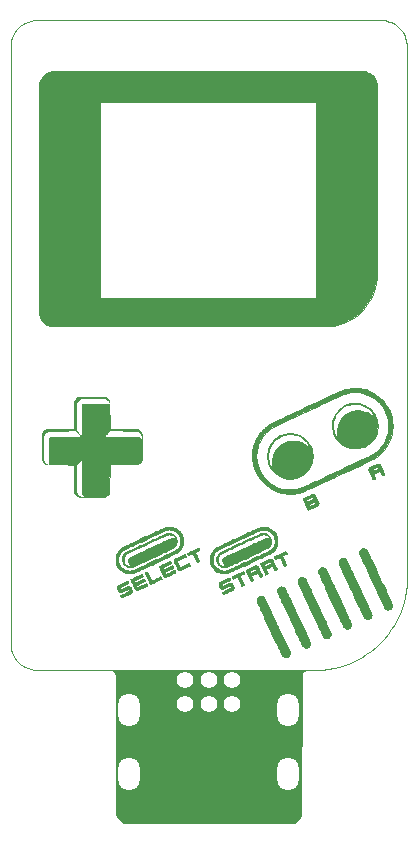
<source format=gbr>
G04 #@! TF.GenerationSoftware,KiCad,Pcbnew,7.99.0-1.20230515git1adcb86.fc37*
G04 #@! TF.CreationDate,2023-06-10T15:41:56+01:00*
G04 #@! TF.ProjectId,tr23-sao-r1,74723233-2d73-4616-9f2d-72312e6b6963,r1*
G04 #@! TF.SameCoordinates,Original*
G04 #@! TF.FileFunction,Legend,Top*
G04 #@! TF.FilePolarity,Positive*
%FSLAX46Y46*%
G04 Gerber Fmt 4.6, Leading zero omitted, Abs format (unit mm)*
G04 Created by KiCad (PCBNEW 7.99.0-1.20230515git1adcb86.fc37) date 2023-06-10 15:41:56*
%MOMM*%
%LPD*%
G01*
G04 APERTURE LIST*
%ADD10C,0.010000*%
%ADD11C,1.400000*%
%ADD12O,1.800000X2.800000*%
G04 #@! TA.AperFunction,Profile*
%ADD13C,0.100000*%
G04 #@! TD*
G04 APERTURE END LIST*
D10*
G04 #@! TO.C,GRAPHIC1*
X152409346Y-104996779D02*
X152790599Y-104996795D01*
X153163619Y-104996822D01*
X153527904Y-104996861D01*
X153882948Y-104996911D01*
X154228249Y-104996971D01*
X154563301Y-104997042D01*
X154887602Y-104997124D01*
X155200646Y-104997216D01*
X155501930Y-104997318D01*
X155790950Y-104997430D01*
X156067201Y-104997551D01*
X156330181Y-104997682D01*
X156579384Y-104997822D01*
X156814306Y-104997970D01*
X157034445Y-104998128D01*
X157239295Y-104998294D01*
X157428352Y-104998468D01*
X157601113Y-104998650D01*
X157757074Y-104998840D01*
X157895730Y-104999038D01*
X158016578Y-104999243D01*
X158119113Y-104999455D01*
X158202831Y-104999674D01*
X158267229Y-104999900D01*
X158311802Y-105000132D01*
X158336046Y-105000371D01*
X158340666Y-105000533D01*
X158331386Y-105005846D01*
X158307049Y-105015111D01*
X158272914Y-105026326D01*
X158272714Y-105026387D01*
X158166825Y-105068799D01*
X158075878Y-105126145D01*
X157999551Y-105198736D01*
X157937524Y-105286878D01*
X157889477Y-105390879D01*
X157887336Y-105396781D01*
X157886077Y-105401344D01*
X157884878Y-105408186D01*
X157883735Y-105417823D01*
X157882648Y-105430774D01*
X157881613Y-105447558D01*
X157880630Y-105468691D01*
X157879696Y-105494693D01*
X157878809Y-105526082D01*
X157877966Y-105563375D01*
X157877167Y-105607091D01*
X157876409Y-105657748D01*
X157875689Y-105715864D01*
X157875006Y-105781958D01*
X157874359Y-105856547D01*
X157873744Y-105940149D01*
X157873159Y-106033283D01*
X157872604Y-106136468D01*
X157872075Y-106250220D01*
X157871571Y-106375058D01*
X157871090Y-106511500D01*
X157870629Y-106660066D01*
X157870187Y-106821271D01*
X157869761Y-106995636D01*
X157869350Y-107183677D01*
X157868952Y-107385913D01*
X157868564Y-107602863D01*
X157868184Y-107835044D01*
X157867811Y-108082974D01*
X157867442Y-108347172D01*
X157867076Y-108628156D01*
X157866710Y-108926444D01*
X157866343Y-109242553D01*
X157865971Y-109577003D01*
X157865594Y-109930312D01*
X157865210Y-110302997D01*
X157864815Y-110695576D01*
X157864409Y-111108569D01*
X157864219Y-111303333D01*
X157863788Y-111739984D01*
X157863358Y-112155915D01*
X157862930Y-112551570D01*
X157862501Y-112927396D01*
X157862070Y-113283838D01*
X157861636Y-113621342D01*
X157861196Y-113940354D01*
X157860751Y-114241320D01*
X157860298Y-114524685D01*
X157859835Y-114790895D01*
X157859362Y-115040395D01*
X157858877Y-115273632D01*
X157858379Y-115491052D01*
X157857865Y-115693099D01*
X157857336Y-115880220D01*
X157856788Y-116052860D01*
X157856222Y-116211466D01*
X157855634Y-116356482D01*
X157855025Y-116488356D01*
X157854393Y-116607531D01*
X157853735Y-116714455D01*
X157853051Y-116809573D01*
X157852340Y-116893330D01*
X157851599Y-116966173D01*
X157850828Y-117028547D01*
X157850024Y-117080898D01*
X157849187Y-117123671D01*
X157848315Y-117157313D01*
X157847407Y-117182269D01*
X157846461Y-117198985D01*
X157845476Y-117207906D01*
X157845264Y-117208833D01*
X157809325Y-117324918D01*
X157770097Y-117424402D01*
X157725136Y-117511834D01*
X157671999Y-117591764D01*
X157608242Y-117668741D01*
X157584641Y-117694076D01*
X157479805Y-117790119D01*
X157364491Y-117869069D01*
X157236563Y-117932232D01*
X157137149Y-117968136D01*
X157044208Y-117997291D01*
X150038041Y-117998967D01*
X149564866Y-117999074D01*
X149112422Y-117999163D01*
X148680276Y-117999235D01*
X148267993Y-117999287D01*
X147875138Y-117999320D01*
X147501277Y-117999333D01*
X147145975Y-117999324D01*
X146808798Y-117999293D01*
X146489311Y-117999239D01*
X146187079Y-117999162D01*
X145901668Y-117999060D01*
X145632643Y-117998934D01*
X145379570Y-117998782D01*
X145142015Y-117998603D01*
X144919542Y-117998397D01*
X144711716Y-117998163D01*
X144518104Y-117997900D01*
X144338271Y-117997608D01*
X144171783Y-117997285D01*
X144018204Y-117996932D01*
X143877099Y-117996546D01*
X143748036Y-117996128D01*
X143630578Y-117995677D01*
X143524292Y-117995191D01*
X143428742Y-117994671D01*
X143343495Y-117994115D01*
X143268115Y-117993523D01*
X143202169Y-117992894D01*
X143145220Y-117992227D01*
X143096836Y-117991522D01*
X143056581Y-117990777D01*
X143024021Y-117989992D01*
X142998720Y-117989166D01*
X142980246Y-117988298D01*
X142968162Y-117987388D01*
X142963083Y-117986688D01*
X142824202Y-117948015D01*
X142694048Y-117890794D01*
X142574059Y-117816351D01*
X142465670Y-117726009D01*
X142370318Y-117621092D01*
X142289438Y-117502925D01*
X142224466Y-117372832D01*
X142188286Y-117272333D01*
X142164041Y-117192958D01*
X142158750Y-111324500D01*
X142153458Y-105456041D01*
X142131044Y-105397595D01*
X142098552Y-105320756D01*
X142064984Y-105259089D01*
X142026829Y-105206738D01*
X141996795Y-105173803D01*
X141938276Y-105121273D01*
X141875427Y-105079827D01*
X141803589Y-105047164D01*
X141718102Y-105020981D01*
X141661333Y-105008042D01*
X141668931Y-105007441D01*
X141697437Y-105006853D01*
X141746591Y-105006277D01*
X141816135Y-105005715D01*
X141905810Y-105005167D01*
X142015357Y-105004632D01*
X142144517Y-105004113D01*
X142293031Y-105003608D01*
X142460640Y-105003118D01*
X142647085Y-105002644D01*
X142852106Y-105002185D01*
X143075446Y-105001743D01*
X143316846Y-105001317D01*
X143576045Y-105000908D01*
X143852786Y-105000517D01*
X144146809Y-105000143D01*
X144457855Y-104999786D01*
X144785666Y-104999449D01*
X145129982Y-104999129D01*
X145490544Y-104998829D01*
X145867094Y-104998548D01*
X146259373Y-104998286D01*
X146667121Y-104998045D01*
X147090080Y-104997824D01*
X147527990Y-104997624D01*
X147980594Y-104997444D01*
X148447630Y-104997286D01*
X148928842Y-104997150D01*
X149423970Y-104997036D01*
X149932754Y-104996944D01*
X149977187Y-104996937D01*
X150397246Y-104996879D01*
X150812098Y-104996834D01*
X151221238Y-104996802D01*
X151624162Y-104996782D01*
X152020366Y-104996774D01*
X152409346Y-104996779D01*
G36*
X152409346Y-104996779D02*
G01*
X152790599Y-104996795D01*
X153163619Y-104996822D01*
X153527904Y-104996861D01*
X153882948Y-104996911D01*
X154228249Y-104996971D01*
X154563301Y-104997042D01*
X154887602Y-104997124D01*
X155200646Y-104997216D01*
X155501930Y-104997318D01*
X155790950Y-104997430D01*
X156067201Y-104997551D01*
X156330181Y-104997682D01*
X156579384Y-104997822D01*
X156814306Y-104997970D01*
X157034445Y-104998128D01*
X157239295Y-104998294D01*
X157428352Y-104998468D01*
X157601113Y-104998650D01*
X157757074Y-104998840D01*
X157895730Y-104999038D01*
X158016578Y-104999243D01*
X158119113Y-104999455D01*
X158202831Y-104999674D01*
X158267229Y-104999900D01*
X158311802Y-105000132D01*
X158336046Y-105000371D01*
X158340666Y-105000533D01*
X158331386Y-105005846D01*
X158307049Y-105015111D01*
X158272914Y-105026326D01*
X158272714Y-105026387D01*
X158166825Y-105068799D01*
X158075878Y-105126145D01*
X157999551Y-105198736D01*
X157937524Y-105286878D01*
X157889477Y-105390879D01*
X157887336Y-105396781D01*
X157886077Y-105401344D01*
X157884878Y-105408186D01*
X157883735Y-105417823D01*
X157882648Y-105430774D01*
X157881613Y-105447558D01*
X157880630Y-105468691D01*
X157879696Y-105494693D01*
X157878809Y-105526082D01*
X157877966Y-105563375D01*
X157877167Y-105607091D01*
X157876409Y-105657748D01*
X157875689Y-105715864D01*
X157875006Y-105781958D01*
X157874359Y-105856547D01*
X157873744Y-105940149D01*
X157873159Y-106033283D01*
X157872604Y-106136468D01*
X157872075Y-106250220D01*
X157871571Y-106375058D01*
X157871090Y-106511500D01*
X157870629Y-106660066D01*
X157870187Y-106821271D01*
X157869761Y-106995636D01*
X157869350Y-107183677D01*
X157868952Y-107385913D01*
X157868564Y-107602863D01*
X157868184Y-107835044D01*
X157867811Y-108082974D01*
X157867442Y-108347172D01*
X157867076Y-108628156D01*
X157866710Y-108926444D01*
X157866343Y-109242553D01*
X157865971Y-109577003D01*
X157865594Y-109930312D01*
X157865210Y-110302997D01*
X157864815Y-110695576D01*
X157864409Y-111108569D01*
X157864219Y-111303333D01*
X157863788Y-111739984D01*
X157863358Y-112155915D01*
X157862930Y-112551570D01*
X157862501Y-112927396D01*
X157862070Y-113283838D01*
X157861636Y-113621342D01*
X157861196Y-113940354D01*
X157860751Y-114241320D01*
X157860298Y-114524685D01*
X157859835Y-114790895D01*
X157859362Y-115040395D01*
X157858877Y-115273632D01*
X157858379Y-115491052D01*
X157857865Y-115693099D01*
X157857336Y-115880220D01*
X157856788Y-116052860D01*
X157856222Y-116211466D01*
X157855634Y-116356482D01*
X157855025Y-116488356D01*
X157854393Y-116607531D01*
X157853735Y-116714455D01*
X157853051Y-116809573D01*
X157852340Y-116893330D01*
X157851599Y-116966173D01*
X157850828Y-117028547D01*
X157850024Y-117080898D01*
X157849187Y-117123671D01*
X157848315Y-117157313D01*
X157847407Y-117182269D01*
X157846461Y-117198985D01*
X157845476Y-117207906D01*
X157845264Y-117208833D01*
X157809325Y-117324918D01*
X157770097Y-117424402D01*
X157725136Y-117511834D01*
X157671999Y-117591764D01*
X157608242Y-117668741D01*
X157584641Y-117694076D01*
X157479805Y-117790119D01*
X157364491Y-117869069D01*
X157236563Y-117932232D01*
X157137149Y-117968136D01*
X157044208Y-117997291D01*
X150038041Y-117998967D01*
X149564866Y-117999074D01*
X149112422Y-117999163D01*
X148680276Y-117999235D01*
X148267993Y-117999287D01*
X147875138Y-117999320D01*
X147501277Y-117999333D01*
X147145975Y-117999324D01*
X146808798Y-117999293D01*
X146489311Y-117999239D01*
X146187079Y-117999162D01*
X145901668Y-117999060D01*
X145632643Y-117998934D01*
X145379570Y-117998782D01*
X145142015Y-117998603D01*
X144919542Y-117998397D01*
X144711716Y-117998163D01*
X144518104Y-117997900D01*
X144338271Y-117997608D01*
X144171783Y-117997285D01*
X144018204Y-117996932D01*
X143877099Y-117996546D01*
X143748036Y-117996128D01*
X143630578Y-117995677D01*
X143524292Y-117995191D01*
X143428742Y-117994671D01*
X143343495Y-117994115D01*
X143268115Y-117993523D01*
X143202169Y-117992894D01*
X143145220Y-117992227D01*
X143096836Y-117991522D01*
X143056581Y-117990777D01*
X143024021Y-117989992D01*
X142998720Y-117989166D01*
X142980246Y-117988298D01*
X142968162Y-117987388D01*
X142963083Y-117986688D01*
X142824202Y-117948015D01*
X142694048Y-117890794D01*
X142574059Y-117816351D01*
X142465670Y-117726009D01*
X142370318Y-117621092D01*
X142289438Y-117502925D01*
X142224466Y-117372832D01*
X142188286Y-117272333D01*
X142164041Y-117192958D01*
X142158750Y-111324500D01*
X142153458Y-105456041D01*
X142131044Y-105397595D01*
X142098552Y-105320756D01*
X142064984Y-105259089D01*
X142026829Y-105206738D01*
X141996795Y-105173803D01*
X141938276Y-105121273D01*
X141875427Y-105079827D01*
X141803589Y-105047164D01*
X141718102Y-105020981D01*
X141661333Y-105008042D01*
X141668931Y-105007441D01*
X141697437Y-105006853D01*
X141746591Y-105006277D01*
X141816135Y-105005715D01*
X141905810Y-105005167D01*
X142015357Y-105004632D01*
X142144517Y-105004113D01*
X142293031Y-105003608D01*
X142460640Y-105003118D01*
X142647085Y-105002644D01*
X142852106Y-105002185D01*
X143075446Y-105001743D01*
X143316846Y-105001317D01*
X143576045Y-105000908D01*
X143852786Y-105000517D01*
X144146809Y-105000143D01*
X144457855Y-104999786D01*
X144785666Y-104999449D01*
X145129982Y-104999129D01*
X145490544Y-104998829D01*
X145867094Y-104998548D01*
X146259373Y-104998286D01*
X146667121Y-104998045D01*
X147090080Y-104997824D01*
X147527990Y-104997624D01*
X147980594Y-104997444D01*
X148447630Y-104997286D01*
X148928842Y-104997150D01*
X149423970Y-104997036D01*
X149932754Y-104996944D01*
X149977187Y-104996937D01*
X150397246Y-104996879D01*
X150812098Y-104996834D01*
X151221238Y-104996802D01*
X151624162Y-104996782D01*
X152020366Y-104996774D01*
X152409346Y-104996779D01*
G37*
X154462288Y-98757718D02*
X154497568Y-98761738D01*
X154528906Y-98770713D01*
X154564896Y-98786502D01*
X154575424Y-98791631D01*
X154622243Y-98818728D01*
X154663200Y-98849707D01*
X154682387Y-98868755D01*
X154690539Y-98881910D01*
X154705903Y-98910823D01*
X154728588Y-98955720D01*
X154758698Y-99016825D01*
X154796342Y-99094365D01*
X154841627Y-99188566D01*
X154894659Y-99299654D01*
X154955545Y-99427853D01*
X155024392Y-99573391D01*
X155101308Y-99736492D01*
X155186398Y-99917383D01*
X155279771Y-100116289D01*
X155381533Y-100333437D01*
X155491790Y-100569051D01*
X155610650Y-100823359D01*
X155738220Y-101096585D01*
X155786144Y-101199289D01*
X156853708Y-103487541D01*
X156853594Y-103593375D01*
X156852913Y-103644545D01*
X156850257Y-103680886D01*
X156844508Y-103708716D01*
X156834547Y-103734355D01*
X156825437Y-103752549D01*
X156788472Y-103807175D01*
X156739009Y-103858639D01*
X156684036Y-103900302D01*
X156651502Y-103917753D01*
X156604381Y-103932237D01*
X156546046Y-103941211D01*
X156485919Y-103943882D01*
X156433421Y-103939454D01*
X156422273Y-103937065D01*
X156345504Y-103907871D01*
X156278929Y-103861228D01*
X156221713Y-103796382D01*
X156173019Y-103712577D01*
X156172279Y-103711023D01*
X156153696Y-103671705D01*
X156127421Y-103615818D01*
X156093934Y-103544390D01*
X156053712Y-103458452D01*
X156007236Y-103359033D01*
X155954983Y-103247162D01*
X155897433Y-103123870D01*
X155835066Y-102990185D01*
X155768359Y-102847138D01*
X155697792Y-102695757D01*
X155623844Y-102537073D01*
X155546994Y-102372114D01*
X155467720Y-102201911D01*
X155386503Y-102027494D01*
X155303820Y-101849890D01*
X155220151Y-101670131D01*
X155135975Y-101489245D01*
X155051770Y-101308263D01*
X154968017Y-101128214D01*
X154885193Y-100950126D01*
X154803777Y-100775031D01*
X154724249Y-100603957D01*
X154647088Y-100437934D01*
X154572772Y-100277992D01*
X154501781Y-100125159D01*
X154434594Y-99980466D01*
X154371689Y-99844943D01*
X154313545Y-99719618D01*
X154260642Y-99605521D01*
X154213459Y-99503683D01*
X154172474Y-99415131D01*
X154138166Y-99340897D01*
X154111015Y-99282009D01*
X154091499Y-99239497D01*
X154080097Y-99214391D01*
X154077175Y-99207649D01*
X154066952Y-99155824D01*
X154065687Y-99093894D01*
X154073007Y-99030753D01*
X154086735Y-98979950D01*
X154120699Y-98915251D01*
X154170183Y-98855324D01*
X154229583Y-98806288D01*
X154263939Y-98786428D01*
X154298520Y-98771036D01*
X154329816Y-98762037D01*
X154365990Y-98757825D01*
X154414472Y-98756791D01*
X154462288Y-98757718D01*
G36*
X154462288Y-98757718D02*
G01*
X154497568Y-98761738D01*
X154528906Y-98770713D01*
X154564896Y-98786502D01*
X154575424Y-98791631D01*
X154622243Y-98818728D01*
X154663200Y-98849707D01*
X154682387Y-98868755D01*
X154690539Y-98881910D01*
X154705903Y-98910823D01*
X154728588Y-98955720D01*
X154758698Y-99016825D01*
X154796342Y-99094365D01*
X154841627Y-99188566D01*
X154894659Y-99299654D01*
X154955545Y-99427853D01*
X155024392Y-99573391D01*
X155101308Y-99736492D01*
X155186398Y-99917383D01*
X155279771Y-100116289D01*
X155381533Y-100333437D01*
X155491790Y-100569051D01*
X155610650Y-100823359D01*
X155738220Y-101096585D01*
X155786144Y-101199289D01*
X156853708Y-103487541D01*
X156853594Y-103593375D01*
X156852913Y-103644545D01*
X156850257Y-103680886D01*
X156844508Y-103708716D01*
X156834547Y-103734355D01*
X156825437Y-103752549D01*
X156788472Y-103807175D01*
X156739009Y-103858639D01*
X156684036Y-103900302D01*
X156651502Y-103917753D01*
X156604381Y-103932237D01*
X156546046Y-103941211D01*
X156485919Y-103943882D01*
X156433421Y-103939454D01*
X156422273Y-103937065D01*
X156345504Y-103907871D01*
X156278929Y-103861228D01*
X156221713Y-103796382D01*
X156173019Y-103712577D01*
X156172279Y-103711023D01*
X156153696Y-103671705D01*
X156127421Y-103615818D01*
X156093934Y-103544390D01*
X156053712Y-103458452D01*
X156007236Y-103359033D01*
X155954983Y-103247162D01*
X155897433Y-103123870D01*
X155835066Y-102990185D01*
X155768359Y-102847138D01*
X155697792Y-102695757D01*
X155623844Y-102537073D01*
X155546994Y-102372114D01*
X155467720Y-102201911D01*
X155386503Y-102027494D01*
X155303820Y-101849890D01*
X155220151Y-101670131D01*
X155135975Y-101489245D01*
X155051770Y-101308263D01*
X154968017Y-101128214D01*
X154885193Y-100950126D01*
X154803777Y-100775031D01*
X154724249Y-100603957D01*
X154647088Y-100437934D01*
X154572772Y-100277992D01*
X154501781Y-100125159D01*
X154434594Y-99980466D01*
X154371689Y-99844943D01*
X154313545Y-99719618D01*
X154260642Y-99605521D01*
X154213459Y-99503683D01*
X154172474Y-99415131D01*
X154138166Y-99340897D01*
X154111015Y-99282009D01*
X154091499Y-99239497D01*
X154080097Y-99214391D01*
X154077175Y-99207649D01*
X154066952Y-99155824D01*
X154065687Y-99093894D01*
X154073007Y-99030753D01*
X154086735Y-98979950D01*
X154120699Y-98915251D01*
X154170183Y-98855324D01*
X154229583Y-98806288D01*
X154263939Y-98786428D01*
X154298520Y-98771036D01*
X154329816Y-98762037D01*
X154365990Y-98757825D01*
X154414472Y-98756791D01*
X154462288Y-98757718D01*
G37*
X156237718Y-97956789D02*
X156316329Y-97985098D01*
X156384338Y-98031254D01*
X156440335Y-98094419D01*
X156464537Y-98134270D01*
X156472452Y-98150359D01*
X156488771Y-98184516D01*
X156513008Y-98235699D01*
X156544675Y-98302865D01*
X156583287Y-98384971D01*
X156628359Y-98480975D01*
X156679402Y-98589835D01*
X156735932Y-98710509D01*
X156797462Y-98841952D01*
X156863506Y-98983124D01*
X156933578Y-99132982D01*
X157007192Y-99290483D01*
X157083861Y-99454585D01*
X157163099Y-99624245D01*
X157244420Y-99798420D01*
X157327338Y-99976070D01*
X157411367Y-100156150D01*
X157496020Y-100337618D01*
X157580811Y-100519433D01*
X157665255Y-100700551D01*
X157748864Y-100879930D01*
X157831153Y-101056527D01*
X157911636Y-101229301D01*
X157989826Y-101397208D01*
X158065238Y-101559206D01*
X158137384Y-101714253D01*
X158205779Y-101861307D01*
X158269936Y-101999324D01*
X158329370Y-102127262D01*
X158383595Y-102244079D01*
X158432123Y-102348732D01*
X158474469Y-102440179D01*
X158510147Y-102517377D01*
X158538670Y-102579285D01*
X158559553Y-102624859D01*
X158572309Y-102653056D01*
X158576198Y-102662041D01*
X158590554Y-102720764D01*
X158593998Y-102789107D01*
X158586931Y-102858804D01*
X158569755Y-102921588D01*
X158562785Y-102937645D01*
X158525052Y-102996935D01*
X158474087Y-103050489D01*
X158416029Y-103092566D01*
X158377433Y-103111027D01*
X158322884Y-103125179D01*
X158259718Y-103131999D01*
X158196446Y-103131234D01*
X158141582Y-103122634D01*
X158127754Y-103118388D01*
X158050657Y-103080567D01*
X157986525Y-103026506D01*
X157934470Y-102955388D01*
X157919091Y-102926625D01*
X157907899Y-102903396D01*
X157888557Y-102862616D01*
X157861547Y-102805316D01*
X157827349Y-102732531D01*
X157786445Y-102645293D01*
X157739316Y-102544636D01*
X157686442Y-102431592D01*
X157628304Y-102307196D01*
X157565384Y-102172479D01*
X157498162Y-102028475D01*
X157427119Y-101876218D01*
X157352736Y-101716740D01*
X157275495Y-101551074D01*
X157195875Y-101380254D01*
X157114358Y-101205313D01*
X157031425Y-101027284D01*
X156947557Y-100847201D01*
X156863235Y-100666095D01*
X156778939Y-100485001D01*
X156695151Y-100304952D01*
X156612351Y-100126980D01*
X156531021Y-99952119D01*
X156451642Y-99781402D01*
X156374693Y-99615863D01*
X156300657Y-99456534D01*
X156230015Y-99304448D01*
X156163246Y-99160639D01*
X156100833Y-99026139D01*
X156043255Y-98901983D01*
X155990995Y-98789203D01*
X155944533Y-98688832D01*
X155904349Y-98601903D01*
X155870925Y-98529450D01*
X155844742Y-98472505D01*
X155826281Y-98432102D01*
X155816022Y-98409275D01*
X155814045Y-98404570D01*
X155802984Y-98350206D01*
X155801401Y-98285806D01*
X155808703Y-98219950D01*
X155824299Y-98161220D01*
X155832081Y-98142958D01*
X155878184Y-98071273D01*
X155938258Y-98014556D01*
X156010022Y-97974211D01*
X156091197Y-97951643D01*
X156149916Y-97947166D01*
X156237718Y-97956789D01*
G36*
X156237718Y-97956789D02*
G01*
X156316329Y-97985098D01*
X156384338Y-98031254D01*
X156440335Y-98094419D01*
X156464537Y-98134270D01*
X156472452Y-98150359D01*
X156488771Y-98184516D01*
X156513008Y-98235699D01*
X156544675Y-98302865D01*
X156583287Y-98384971D01*
X156628359Y-98480975D01*
X156679402Y-98589835D01*
X156735932Y-98710509D01*
X156797462Y-98841952D01*
X156863506Y-98983124D01*
X156933578Y-99132982D01*
X157007192Y-99290483D01*
X157083861Y-99454585D01*
X157163099Y-99624245D01*
X157244420Y-99798420D01*
X157327338Y-99976070D01*
X157411367Y-100156150D01*
X157496020Y-100337618D01*
X157580811Y-100519433D01*
X157665255Y-100700551D01*
X157748864Y-100879930D01*
X157831153Y-101056527D01*
X157911636Y-101229301D01*
X157989826Y-101397208D01*
X158065238Y-101559206D01*
X158137384Y-101714253D01*
X158205779Y-101861307D01*
X158269936Y-101999324D01*
X158329370Y-102127262D01*
X158383595Y-102244079D01*
X158432123Y-102348732D01*
X158474469Y-102440179D01*
X158510147Y-102517377D01*
X158538670Y-102579285D01*
X158559553Y-102624859D01*
X158572309Y-102653056D01*
X158576198Y-102662041D01*
X158590554Y-102720764D01*
X158593998Y-102789107D01*
X158586931Y-102858804D01*
X158569755Y-102921588D01*
X158562785Y-102937645D01*
X158525052Y-102996935D01*
X158474087Y-103050489D01*
X158416029Y-103092566D01*
X158377433Y-103111027D01*
X158322884Y-103125179D01*
X158259718Y-103131999D01*
X158196446Y-103131234D01*
X158141582Y-103122634D01*
X158127754Y-103118388D01*
X158050657Y-103080567D01*
X157986525Y-103026506D01*
X157934470Y-102955388D01*
X157919091Y-102926625D01*
X157907899Y-102903396D01*
X157888557Y-102862616D01*
X157861547Y-102805316D01*
X157827349Y-102732531D01*
X157786445Y-102645293D01*
X157739316Y-102544636D01*
X157686442Y-102431592D01*
X157628304Y-102307196D01*
X157565384Y-102172479D01*
X157498162Y-102028475D01*
X157427119Y-101876218D01*
X157352736Y-101716740D01*
X157275495Y-101551074D01*
X157195875Y-101380254D01*
X157114358Y-101205313D01*
X157031425Y-101027284D01*
X156947557Y-100847201D01*
X156863235Y-100666095D01*
X156778939Y-100485001D01*
X156695151Y-100304952D01*
X156612351Y-100126980D01*
X156531021Y-99952119D01*
X156451642Y-99781402D01*
X156374693Y-99615863D01*
X156300657Y-99456534D01*
X156230015Y-99304448D01*
X156163246Y-99160639D01*
X156100833Y-99026139D01*
X156043255Y-98901983D01*
X155990995Y-98789203D01*
X155944533Y-98688832D01*
X155904349Y-98601903D01*
X155870925Y-98529450D01*
X155844742Y-98472505D01*
X155826281Y-98432102D01*
X155816022Y-98409275D01*
X155814045Y-98404570D01*
X155802984Y-98350206D01*
X155801401Y-98285806D01*
X155808703Y-98219950D01*
X155824299Y-98161220D01*
X155832081Y-98142958D01*
X155878184Y-98071273D01*
X155938258Y-98014556D01*
X156010022Y-97974211D01*
X156091197Y-97951643D01*
X156149916Y-97947166D01*
X156237718Y-97956789D01*
G37*
X157971924Y-97143835D02*
X158029097Y-97163192D01*
X158088022Y-97198839D01*
X158143793Y-97250256D01*
X158191214Y-97312144D01*
X158212628Y-97350308D01*
X158224162Y-97374390D01*
X158243821Y-97415962D01*
X158271126Y-97473990D01*
X158305595Y-97547443D01*
X158346747Y-97635288D01*
X158394102Y-97736491D01*
X158447179Y-97850021D01*
X158505497Y-97974846D01*
X158568574Y-98109931D01*
X158635931Y-98254245D01*
X158707087Y-98406755D01*
X158781560Y-98566429D01*
X158858871Y-98732234D01*
X158938537Y-98903137D01*
X159020078Y-99078107D01*
X159103014Y-99256109D01*
X159186864Y-99436112D01*
X159271146Y-99617083D01*
X159355380Y-99797990D01*
X159439085Y-99977799D01*
X159521781Y-100155479D01*
X159602986Y-100329996D01*
X159682219Y-100500319D01*
X159759001Y-100665414D01*
X159832849Y-100824249D01*
X159903284Y-100975791D01*
X159969824Y-101119009D01*
X160031989Y-101252868D01*
X160089297Y-101376337D01*
X160141269Y-101488383D01*
X160187422Y-101587973D01*
X160227277Y-101674076D01*
X160260352Y-101745657D01*
X160286167Y-101801685D01*
X160304240Y-101841128D01*
X160314092Y-101862952D01*
X160315799Y-101866976D01*
X160327741Y-101922993D01*
X160329525Y-101988490D01*
X160321426Y-102054531D01*
X160308597Y-102100216D01*
X160275022Y-102164250D01*
X160226165Y-102223818D01*
X160167827Y-102272559D01*
X160132861Y-102292910D01*
X160069277Y-102315259D01*
X159998055Y-102326089D01*
X159927185Y-102324884D01*
X159864655Y-102311129D01*
X159862520Y-102310341D01*
X159801082Y-102280628D01*
X159745009Y-102241350D01*
X159701056Y-102197504D01*
X159690521Y-102183123D01*
X159683918Y-102170349D01*
X159668865Y-102139414D01*
X159645840Y-102091346D01*
X159615326Y-102027174D01*
X159577802Y-101947925D01*
X159533749Y-101854628D01*
X159483648Y-101748312D01*
X159427979Y-101630006D01*
X159367222Y-101500737D01*
X159301859Y-101361533D01*
X159232370Y-101213425D01*
X159159235Y-101057439D01*
X159082935Y-100894604D01*
X159003950Y-100725949D01*
X158922762Y-100552502D01*
X158839850Y-100375292D01*
X158755695Y-100195347D01*
X158670777Y-100013695D01*
X158585578Y-99831365D01*
X158500578Y-99649386D01*
X158416257Y-99468785D01*
X158333095Y-99290591D01*
X158251575Y-99115833D01*
X158172175Y-98945540D01*
X158095376Y-98780738D01*
X158021660Y-98622458D01*
X157951506Y-98471726D01*
X157885395Y-98329573D01*
X157823808Y-98197026D01*
X157767226Y-98075113D01*
X157716128Y-97964864D01*
X157670995Y-97867306D01*
X157632308Y-97783468D01*
X157600548Y-97714378D01*
X157576195Y-97661065D01*
X157559729Y-97624558D01*
X157551631Y-97605884D01*
X157551109Y-97604523D01*
X157543718Y-97573106D01*
X157538421Y-97529794D01*
X157536342Y-97483838D01*
X157536341Y-97482815D01*
X157538011Y-97433652D01*
X157544419Y-97395370D01*
X157557679Y-97357847D01*
X157566502Y-97338388D01*
X157610665Y-97268164D01*
X157668548Y-97211410D01*
X157736884Y-97169362D01*
X157812404Y-97143258D01*
X157891840Y-97134337D01*
X157971924Y-97143835D01*
G36*
X157971924Y-97143835D02*
G01*
X158029097Y-97163192D01*
X158088022Y-97198839D01*
X158143793Y-97250256D01*
X158191214Y-97312144D01*
X158212628Y-97350308D01*
X158224162Y-97374390D01*
X158243821Y-97415962D01*
X158271126Y-97473990D01*
X158305595Y-97547443D01*
X158346747Y-97635288D01*
X158394102Y-97736491D01*
X158447179Y-97850021D01*
X158505497Y-97974846D01*
X158568574Y-98109931D01*
X158635931Y-98254245D01*
X158707087Y-98406755D01*
X158781560Y-98566429D01*
X158858871Y-98732234D01*
X158938537Y-98903137D01*
X159020078Y-99078107D01*
X159103014Y-99256109D01*
X159186864Y-99436112D01*
X159271146Y-99617083D01*
X159355380Y-99797990D01*
X159439085Y-99977799D01*
X159521781Y-100155479D01*
X159602986Y-100329996D01*
X159682219Y-100500319D01*
X159759001Y-100665414D01*
X159832849Y-100824249D01*
X159903284Y-100975791D01*
X159969824Y-101119009D01*
X160031989Y-101252868D01*
X160089297Y-101376337D01*
X160141269Y-101488383D01*
X160187422Y-101587973D01*
X160227277Y-101674076D01*
X160260352Y-101745657D01*
X160286167Y-101801685D01*
X160304240Y-101841128D01*
X160314092Y-101862952D01*
X160315799Y-101866976D01*
X160327741Y-101922993D01*
X160329525Y-101988490D01*
X160321426Y-102054531D01*
X160308597Y-102100216D01*
X160275022Y-102164250D01*
X160226165Y-102223818D01*
X160167827Y-102272559D01*
X160132861Y-102292910D01*
X160069277Y-102315259D01*
X159998055Y-102326089D01*
X159927185Y-102324884D01*
X159864655Y-102311129D01*
X159862520Y-102310341D01*
X159801082Y-102280628D01*
X159745009Y-102241350D01*
X159701056Y-102197504D01*
X159690521Y-102183123D01*
X159683918Y-102170349D01*
X159668865Y-102139414D01*
X159645840Y-102091346D01*
X159615326Y-102027174D01*
X159577802Y-101947925D01*
X159533749Y-101854628D01*
X159483648Y-101748312D01*
X159427979Y-101630006D01*
X159367222Y-101500737D01*
X159301859Y-101361533D01*
X159232370Y-101213425D01*
X159159235Y-101057439D01*
X159082935Y-100894604D01*
X159003950Y-100725949D01*
X158922762Y-100552502D01*
X158839850Y-100375292D01*
X158755695Y-100195347D01*
X158670777Y-100013695D01*
X158585578Y-99831365D01*
X158500578Y-99649386D01*
X158416257Y-99468785D01*
X158333095Y-99290591D01*
X158251575Y-99115833D01*
X158172175Y-98945540D01*
X158095376Y-98780738D01*
X158021660Y-98622458D01*
X157951506Y-98471726D01*
X157885395Y-98329573D01*
X157823808Y-98197026D01*
X157767226Y-98075113D01*
X157716128Y-97964864D01*
X157670995Y-97867306D01*
X157632308Y-97783468D01*
X157600548Y-97714378D01*
X157576195Y-97661065D01*
X157559729Y-97624558D01*
X157551631Y-97605884D01*
X157551109Y-97604523D01*
X157543718Y-97573106D01*
X157538421Y-97529794D01*
X157536342Y-97483838D01*
X157536341Y-97482815D01*
X157538011Y-97433652D01*
X157544419Y-97395370D01*
X157557679Y-97357847D01*
X157566502Y-97338388D01*
X157610665Y-97268164D01*
X157668548Y-97211410D01*
X157736884Y-97169362D01*
X157812404Y-97143258D01*
X157891840Y-97134337D01*
X157971924Y-97143835D01*
G37*
X159705667Y-96337714D02*
X159778882Y-96362764D01*
X159844096Y-96403035D01*
X159897735Y-96458035D01*
X159905195Y-96468447D01*
X159912912Y-96482771D01*
X159929024Y-96515235D01*
X159953052Y-96564808D01*
X159984517Y-96630462D01*
X160022938Y-96711167D01*
X160067837Y-96805895D01*
X160118733Y-96913616D01*
X160175148Y-97033300D01*
X160236601Y-97163920D01*
X160302613Y-97304446D01*
X160372704Y-97453848D01*
X160446395Y-97611097D01*
X160523206Y-97775166D01*
X160602657Y-97945023D01*
X160684269Y-98119641D01*
X160767563Y-98297990D01*
X160852059Y-98479041D01*
X160937276Y-98661764D01*
X161022737Y-98845132D01*
X161107960Y-99028114D01*
X161192466Y-99209682D01*
X161275777Y-99388805D01*
X161357411Y-99564457D01*
X161436891Y-99735606D01*
X161513735Y-99901224D01*
X161587465Y-100060283D01*
X161657600Y-100211752D01*
X161723662Y-100354603D01*
X161785170Y-100487806D01*
X161841646Y-100610333D01*
X161892609Y-100721154D01*
X161937579Y-100819240D01*
X161976078Y-100903563D01*
X162007626Y-100973092D01*
X162031743Y-101026799D01*
X162047950Y-101063655D01*
X162055766Y-101082630D01*
X162056349Y-101084444D01*
X162065935Y-101164006D01*
X162056398Y-101243620D01*
X162029448Y-101319608D01*
X161986798Y-101388287D01*
X161930159Y-101445980D01*
X161870208Y-101484686D01*
X161836981Y-101497517D01*
X161793099Y-101509716D01*
X161747849Y-101519121D01*
X161710517Y-101523567D01*
X161702999Y-101523636D01*
X161679875Y-101520569D01*
X161645576Y-101513446D01*
X161621500Y-101507468D01*
X161563199Y-101485233D01*
X161505652Y-101451655D01*
X161456120Y-101411567D01*
X161427274Y-101378243D01*
X161418885Y-101362969D01*
X161402163Y-101329611D01*
X161377584Y-101279195D01*
X161345626Y-101212748D01*
X161306765Y-101131296D01*
X161261478Y-101035866D01*
X161210243Y-100927482D01*
X161153536Y-100807172D01*
X161091834Y-100675962D01*
X161025614Y-100534879D01*
X160955353Y-100384947D01*
X160881528Y-100227195D01*
X160804616Y-100062647D01*
X160725094Y-99892330D01*
X160643439Y-99717271D01*
X160560128Y-99538496D01*
X160475637Y-99357030D01*
X160390445Y-99173901D01*
X160305027Y-98990134D01*
X160219861Y-98806756D01*
X160135424Y-98624792D01*
X160052192Y-98445270D01*
X159970643Y-98269216D01*
X159891253Y-98097655D01*
X159814500Y-97931614D01*
X159740860Y-97772119D01*
X159670811Y-97620196D01*
X159604829Y-97476873D01*
X159543392Y-97343174D01*
X159486976Y-97220127D01*
X159436058Y-97108757D01*
X159391115Y-97010091D01*
X159352625Y-96925154D01*
X159321063Y-96854974D01*
X159296908Y-96800577D01*
X159280636Y-96762988D01*
X159272723Y-96743234D01*
X159272053Y-96740946D01*
X159267253Y-96661095D01*
X159281467Y-96581410D01*
X159312975Y-96506327D01*
X159360060Y-96440282D01*
X159404291Y-96399555D01*
X159473765Y-96358806D01*
X159549535Y-96335244D01*
X159628027Y-96328377D01*
X159705667Y-96337714D01*
G36*
X159705667Y-96337714D02*
G01*
X159778882Y-96362764D01*
X159844096Y-96403035D01*
X159897735Y-96458035D01*
X159905195Y-96468447D01*
X159912912Y-96482771D01*
X159929024Y-96515235D01*
X159953052Y-96564808D01*
X159984517Y-96630462D01*
X160022938Y-96711167D01*
X160067837Y-96805895D01*
X160118733Y-96913616D01*
X160175148Y-97033300D01*
X160236601Y-97163920D01*
X160302613Y-97304446D01*
X160372704Y-97453848D01*
X160446395Y-97611097D01*
X160523206Y-97775166D01*
X160602657Y-97945023D01*
X160684269Y-98119641D01*
X160767563Y-98297990D01*
X160852059Y-98479041D01*
X160937276Y-98661764D01*
X161022737Y-98845132D01*
X161107960Y-99028114D01*
X161192466Y-99209682D01*
X161275777Y-99388805D01*
X161357411Y-99564457D01*
X161436891Y-99735606D01*
X161513735Y-99901224D01*
X161587465Y-100060283D01*
X161657600Y-100211752D01*
X161723662Y-100354603D01*
X161785170Y-100487806D01*
X161841646Y-100610333D01*
X161892609Y-100721154D01*
X161937579Y-100819240D01*
X161976078Y-100903563D01*
X162007626Y-100973092D01*
X162031743Y-101026799D01*
X162047950Y-101063655D01*
X162055766Y-101082630D01*
X162056349Y-101084444D01*
X162065935Y-101164006D01*
X162056398Y-101243620D01*
X162029448Y-101319608D01*
X161986798Y-101388287D01*
X161930159Y-101445980D01*
X161870208Y-101484686D01*
X161836981Y-101497517D01*
X161793099Y-101509716D01*
X161747849Y-101519121D01*
X161710517Y-101523567D01*
X161702999Y-101523636D01*
X161679875Y-101520569D01*
X161645576Y-101513446D01*
X161621500Y-101507468D01*
X161563199Y-101485233D01*
X161505652Y-101451655D01*
X161456120Y-101411567D01*
X161427274Y-101378243D01*
X161418885Y-101362969D01*
X161402163Y-101329611D01*
X161377584Y-101279195D01*
X161345626Y-101212748D01*
X161306765Y-101131296D01*
X161261478Y-101035866D01*
X161210243Y-100927482D01*
X161153536Y-100807172D01*
X161091834Y-100675962D01*
X161025614Y-100534879D01*
X160955353Y-100384947D01*
X160881528Y-100227195D01*
X160804616Y-100062647D01*
X160725094Y-99892330D01*
X160643439Y-99717271D01*
X160560128Y-99538496D01*
X160475637Y-99357030D01*
X160390445Y-99173901D01*
X160305027Y-98990134D01*
X160219861Y-98806756D01*
X160135424Y-98624792D01*
X160052192Y-98445270D01*
X159970643Y-98269216D01*
X159891253Y-98097655D01*
X159814500Y-97931614D01*
X159740860Y-97772119D01*
X159670811Y-97620196D01*
X159604829Y-97476873D01*
X159543392Y-97343174D01*
X159486976Y-97220127D01*
X159436058Y-97108757D01*
X159391115Y-97010091D01*
X159352625Y-96925154D01*
X159321063Y-96854974D01*
X159296908Y-96800577D01*
X159280636Y-96762988D01*
X159272723Y-96743234D01*
X159272053Y-96740946D01*
X159267253Y-96661095D01*
X159281467Y-96581410D01*
X159312975Y-96506327D01*
X159360060Y-96440282D01*
X159404291Y-96399555D01*
X159473765Y-96358806D01*
X159549535Y-96335244D01*
X159628027Y-96328377D01*
X159705667Y-96337714D01*
G37*
X161399357Y-95521282D02*
X161480996Y-95541692D01*
X161509589Y-95554157D01*
X161558608Y-95583077D01*
X161602042Y-95617236D01*
X161618297Y-95633708D01*
X161624855Y-95643146D01*
X161635169Y-95660974D01*
X161649516Y-95687778D01*
X161668173Y-95724142D01*
X161691419Y-95770651D01*
X161719530Y-95827891D01*
X161752785Y-95896445D01*
X161791460Y-95976899D01*
X161835832Y-96069838D01*
X161886181Y-96175846D01*
X161942782Y-96295509D01*
X162005913Y-96429411D01*
X162075853Y-96578137D01*
X162152878Y-96742272D01*
X162237265Y-96922401D01*
X162329293Y-97119109D01*
X162429239Y-97332980D01*
X162537379Y-97564600D01*
X162653993Y-97814553D01*
X162715408Y-97946254D01*
X162812266Y-98154059D01*
X162906861Y-98357144D01*
X162998795Y-98554651D01*
X163087670Y-98745720D01*
X163173087Y-98929491D01*
X163254650Y-99105104D01*
X163331960Y-99271701D01*
X163404619Y-99428420D01*
X163472229Y-99574403D01*
X163534392Y-99708789D01*
X163590711Y-99830720D01*
X163640787Y-99939336D01*
X163684223Y-100033776D01*
X163720620Y-100113182D01*
X163749580Y-100176693D01*
X163770706Y-100223451D01*
X163783600Y-100252594D01*
X163787751Y-100262747D01*
X163799233Y-100329035D01*
X163796845Y-100402079D01*
X163781339Y-100473327D01*
X163765850Y-100512067D01*
X163726477Y-100572789D01*
X163672987Y-100627741D01*
X163612184Y-100670337D01*
X163591859Y-100680476D01*
X163530732Y-100699052D01*
X163459953Y-100706972D01*
X163388228Y-100704042D01*
X163324262Y-100690069D01*
X163314949Y-100686646D01*
X163252178Y-100651337D01*
X163198532Y-100604545D01*
X163192082Y-100597860D01*
X163185633Y-100590643D01*
X163178833Y-100582152D01*
X163171325Y-100571651D01*
X163162758Y-100558399D01*
X163152775Y-100541657D01*
X163141023Y-100520687D01*
X163127149Y-100494749D01*
X163110797Y-100463104D01*
X163091613Y-100425012D01*
X163069244Y-100379736D01*
X163043336Y-100326535D01*
X163013533Y-100264671D01*
X162979482Y-100193405D01*
X162940829Y-100111997D01*
X162897220Y-100019708D01*
X162848300Y-99915799D01*
X162793715Y-99799531D01*
X162733112Y-99670165D01*
X162666135Y-99526962D01*
X162592431Y-99369182D01*
X162511646Y-99196087D01*
X162423426Y-99006938D01*
X162327415Y-98800995D01*
X162223261Y-98577519D01*
X162110609Y-98335771D01*
X162082408Y-98275250D01*
X161985526Y-98067241D01*
X161890915Y-97863927D01*
X161798973Y-97666169D01*
X161710096Y-97474828D01*
X161624682Y-97290763D01*
X161543127Y-97114836D01*
X161465830Y-96947906D01*
X161393187Y-96790835D01*
X161325595Y-96644483D01*
X161263452Y-96509711D01*
X161207155Y-96387378D01*
X161157101Y-96278346D01*
X161113686Y-96183475D01*
X161077310Y-96103626D01*
X161048367Y-96039659D01*
X161027256Y-95992434D01*
X161014374Y-95962812D01*
X161010215Y-95952208D01*
X161000786Y-95879477D01*
X161009191Y-95798759D01*
X161025158Y-95740359D01*
X161050483Y-95690373D01*
X161090431Y-95639388D01*
X161139466Y-95592856D01*
X161192052Y-95556227D01*
X161229916Y-95538731D01*
X161314251Y-95520217D01*
X161399357Y-95521282D01*
G36*
X161399357Y-95521282D02*
G01*
X161480996Y-95541692D01*
X161509589Y-95554157D01*
X161558608Y-95583077D01*
X161602042Y-95617236D01*
X161618297Y-95633708D01*
X161624855Y-95643146D01*
X161635169Y-95660974D01*
X161649516Y-95687778D01*
X161668173Y-95724142D01*
X161691419Y-95770651D01*
X161719530Y-95827891D01*
X161752785Y-95896445D01*
X161791460Y-95976899D01*
X161835832Y-96069838D01*
X161886181Y-96175846D01*
X161942782Y-96295509D01*
X162005913Y-96429411D01*
X162075853Y-96578137D01*
X162152878Y-96742272D01*
X162237265Y-96922401D01*
X162329293Y-97119109D01*
X162429239Y-97332980D01*
X162537379Y-97564600D01*
X162653993Y-97814553D01*
X162715408Y-97946254D01*
X162812266Y-98154059D01*
X162906861Y-98357144D01*
X162998795Y-98554651D01*
X163087670Y-98745720D01*
X163173087Y-98929491D01*
X163254650Y-99105104D01*
X163331960Y-99271701D01*
X163404619Y-99428420D01*
X163472229Y-99574403D01*
X163534392Y-99708789D01*
X163590711Y-99830720D01*
X163640787Y-99939336D01*
X163684223Y-100033776D01*
X163720620Y-100113182D01*
X163749580Y-100176693D01*
X163770706Y-100223451D01*
X163783600Y-100252594D01*
X163787751Y-100262747D01*
X163799233Y-100329035D01*
X163796845Y-100402079D01*
X163781339Y-100473327D01*
X163765850Y-100512067D01*
X163726477Y-100572789D01*
X163672987Y-100627741D01*
X163612184Y-100670337D01*
X163591859Y-100680476D01*
X163530732Y-100699052D01*
X163459953Y-100706972D01*
X163388228Y-100704042D01*
X163324262Y-100690069D01*
X163314949Y-100686646D01*
X163252178Y-100651337D01*
X163198532Y-100604545D01*
X163192082Y-100597860D01*
X163185633Y-100590643D01*
X163178833Y-100582152D01*
X163171325Y-100571651D01*
X163162758Y-100558399D01*
X163152775Y-100541657D01*
X163141023Y-100520687D01*
X163127149Y-100494749D01*
X163110797Y-100463104D01*
X163091613Y-100425012D01*
X163069244Y-100379736D01*
X163043336Y-100326535D01*
X163013533Y-100264671D01*
X162979482Y-100193405D01*
X162940829Y-100111997D01*
X162897220Y-100019708D01*
X162848300Y-99915799D01*
X162793715Y-99799531D01*
X162733112Y-99670165D01*
X162666135Y-99526962D01*
X162592431Y-99369182D01*
X162511646Y-99196087D01*
X162423426Y-99006938D01*
X162327415Y-98800995D01*
X162223261Y-98577519D01*
X162110609Y-98335771D01*
X162082408Y-98275250D01*
X161985526Y-98067241D01*
X161890915Y-97863927D01*
X161798973Y-97666169D01*
X161710096Y-97474828D01*
X161624682Y-97290763D01*
X161543127Y-97114836D01*
X161465830Y-96947906D01*
X161393187Y-96790835D01*
X161325595Y-96644483D01*
X161263452Y-96509711D01*
X161207155Y-96387378D01*
X161157101Y-96278346D01*
X161113686Y-96183475D01*
X161077310Y-96103626D01*
X161048367Y-96039659D01*
X161027256Y-95992434D01*
X161014374Y-95962812D01*
X161010215Y-95952208D01*
X161000786Y-95879477D01*
X161009191Y-95798759D01*
X161025158Y-95740359D01*
X161050483Y-95690373D01*
X161090431Y-95639388D01*
X161139466Y-95592856D01*
X161192052Y-95556227D01*
X161229916Y-95538731D01*
X161314251Y-95520217D01*
X161399357Y-95521282D01*
G37*
X163170687Y-94717713D02*
X163242986Y-94743774D01*
X163255374Y-94749493D01*
X163266629Y-94754323D01*
X163277116Y-94758988D01*
X163287199Y-94764210D01*
X163297242Y-94770713D01*
X163307612Y-94779218D01*
X163318673Y-94790450D01*
X163330789Y-94805131D01*
X163344325Y-94823984D01*
X163359647Y-94847731D01*
X163377119Y-94877096D01*
X163397107Y-94912802D01*
X163419974Y-94955571D01*
X163446086Y-95006126D01*
X163475807Y-95065191D01*
X163509503Y-95133488D01*
X163547538Y-95211739D01*
X163590277Y-95300669D01*
X163638086Y-95400999D01*
X163691328Y-95513453D01*
X163750369Y-95638753D01*
X163815573Y-95777623D01*
X163887306Y-95930785D01*
X163965932Y-96098962D01*
X164051817Y-96282877D01*
X164145324Y-96483254D01*
X164246819Y-96700814D01*
X164356667Y-96936280D01*
X164443449Y-97122271D01*
X164540300Y-97329895D01*
X164634925Y-97532907D01*
X164726924Y-97730437D01*
X164815895Y-97921618D01*
X164901436Y-98105582D01*
X164983146Y-98281462D01*
X165060622Y-98448390D01*
X165133463Y-98605497D01*
X165201268Y-98751917D01*
X165263634Y-98886780D01*
X165320160Y-99009220D01*
X165370445Y-99118369D01*
X165414086Y-99213358D01*
X165450683Y-99293320D01*
X165479833Y-99357387D01*
X165501134Y-99404691D01*
X165514186Y-99434365D01*
X165518379Y-99444708D01*
X165533866Y-99524330D01*
X165530025Y-99604279D01*
X165508362Y-99681144D01*
X165470382Y-99751514D01*
X165417592Y-99811977D01*
X165351497Y-99859121D01*
X165330914Y-99869423D01*
X165267647Y-99890261D01*
X165197419Y-99900240D01*
X165129262Y-99898533D01*
X165092085Y-99891267D01*
X165020217Y-99862480D01*
X164955586Y-99820528D01*
X164909572Y-99775378D01*
X164900642Y-99760222D01*
X164882953Y-99726038D01*
X164856601Y-99673026D01*
X164821679Y-99601384D01*
X164778281Y-99511312D01*
X164726501Y-99403007D01*
X164666434Y-99276670D01*
X164598174Y-99132500D01*
X164521814Y-98970694D01*
X164437449Y-98791453D01*
X164345173Y-98594974D01*
X164245079Y-98381459D01*
X164137263Y-98151104D01*
X164021818Y-97904109D01*
X163898839Y-97640674D01*
X163812259Y-97455041D01*
X163691102Y-97195111D01*
X163578676Y-96953749D01*
X163474711Y-96730369D01*
X163378936Y-96524379D01*
X163291082Y-96335194D01*
X163210880Y-96162222D01*
X163138059Y-96004876D01*
X163072349Y-95862567D01*
X163013482Y-95734705D01*
X162961187Y-95620704D01*
X162915194Y-95519973D01*
X162875234Y-95431924D01*
X162841037Y-95355968D01*
X162812333Y-95291517D01*
X162788853Y-95237981D01*
X162770326Y-95194772D01*
X162756483Y-95161302D01*
X162747055Y-95136982D01*
X162741770Y-95121222D01*
X162740555Y-95116125D01*
X162736425Y-95034780D01*
X162750812Y-94958600D01*
X162781343Y-94889346D01*
X162825647Y-94828774D01*
X162881349Y-94778644D01*
X162946077Y-94740715D01*
X163017458Y-94716744D01*
X163093119Y-94708491D01*
X163170687Y-94717713D01*
G36*
X163170687Y-94717713D02*
G01*
X163242986Y-94743774D01*
X163255374Y-94749493D01*
X163266629Y-94754323D01*
X163277116Y-94758988D01*
X163287199Y-94764210D01*
X163297242Y-94770713D01*
X163307612Y-94779218D01*
X163318673Y-94790450D01*
X163330789Y-94805131D01*
X163344325Y-94823984D01*
X163359647Y-94847731D01*
X163377119Y-94877096D01*
X163397107Y-94912802D01*
X163419974Y-94955571D01*
X163446086Y-95006126D01*
X163475807Y-95065191D01*
X163509503Y-95133488D01*
X163547538Y-95211739D01*
X163590277Y-95300669D01*
X163638086Y-95400999D01*
X163691328Y-95513453D01*
X163750369Y-95638753D01*
X163815573Y-95777623D01*
X163887306Y-95930785D01*
X163965932Y-96098962D01*
X164051817Y-96282877D01*
X164145324Y-96483254D01*
X164246819Y-96700814D01*
X164356667Y-96936280D01*
X164443449Y-97122271D01*
X164540300Y-97329895D01*
X164634925Y-97532907D01*
X164726924Y-97730437D01*
X164815895Y-97921618D01*
X164901436Y-98105582D01*
X164983146Y-98281462D01*
X165060622Y-98448390D01*
X165133463Y-98605497D01*
X165201268Y-98751917D01*
X165263634Y-98886780D01*
X165320160Y-99009220D01*
X165370445Y-99118369D01*
X165414086Y-99213358D01*
X165450683Y-99293320D01*
X165479833Y-99357387D01*
X165501134Y-99404691D01*
X165514186Y-99434365D01*
X165518379Y-99444708D01*
X165533866Y-99524330D01*
X165530025Y-99604279D01*
X165508362Y-99681144D01*
X165470382Y-99751514D01*
X165417592Y-99811977D01*
X165351497Y-99859121D01*
X165330914Y-99869423D01*
X165267647Y-99890261D01*
X165197419Y-99900240D01*
X165129262Y-99898533D01*
X165092085Y-99891267D01*
X165020217Y-99862480D01*
X164955586Y-99820528D01*
X164909572Y-99775378D01*
X164900642Y-99760222D01*
X164882953Y-99726038D01*
X164856601Y-99673026D01*
X164821679Y-99601384D01*
X164778281Y-99511312D01*
X164726501Y-99403007D01*
X164666434Y-99276670D01*
X164598174Y-99132500D01*
X164521814Y-98970694D01*
X164437449Y-98791453D01*
X164345173Y-98594974D01*
X164245079Y-98381459D01*
X164137263Y-98151104D01*
X164021818Y-97904109D01*
X163898839Y-97640674D01*
X163812259Y-97455041D01*
X163691102Y-97195111D01*
X163578676Y-96953749D01*
X163474711Y-96730369D01*
X163378936Y-96524379D01*
X163291082Y-96335194D01*
X163210880Y-96162222D01*
X163138059Y-96004876D01*
X163072349Y-95862567D01*
X163013482Y-95734705D01*
X162961187Y-95620704D01*
X162915194Y-95519973D01*
X162875234Y-95431924D01*
X162841037Y-95355968D01*
X162812333Y-95291517D01*
X162788853Y-95237981D01*
X162770326Y-95194772D01*
X162756483Y-95161302D01*
X162747055Y-95136982D01*
X162741770Y-95121222D01*
X162740555Y-95116125D01*
X162736425Y-95034780D01*
X162750812Y-94958600D01*
X162781343Y-94889346D01*
X162825647Y-94828774D01*
X162881349Y-94778644D01*
X162946077Y-94740715D01*
X163017458Y-94716744D01*
X163093119Y-94708491D01*
X163170687Y-94717713D01*
G37*
X143140923Y-97477726D02*
X143155192Y-97504482D01*
X143171316Y-97539584D01*
X143187160Y-97577819D01*
X143200592Y-97613974D01*
X143209476Y-97642837D01*
X143211679Y-97659195D01*
X143210956Y-97660701D01*
X143199364Y-97667188D01*
X143170820Y-97681450D01*
X143127595Y-97702400D01*
X143071958Y-97728954D01*
X143006183Y-97760026D01*
X142932539Y-97794532D01*
X142867833Y-97824646D01*
X142771204Y-97869737D01*
X142692203Y-97907335D01*
X142629099Y-97938506D01*
X142580160Y-97964317D01*
X142543655Y-97985833D01*
X142517853Y-98004123D01*
X142501023Y-98020252D01*
X142491434Y-98035287D01*
X142487356Y-98050295D01*
X142486833Y-98059407D01*
X142495845Y-98101298D01*
X142519693Y-98137018D01*
X142553591Y-98161410D01*
X142588901Y-98169416D01*
X142602433Y-98165083D01*
X142632503Y-98152845D01*
X142676511Y-98133845D01*
X142731861Y-98109227D01*
X142795954Y-98080134D01*
X142866193Y-98047709D01*
X142877552Y-98042416D01*
X142959632Y-98004336D01*
X143025129Y-97974534D01*
X143076501Y-97952051D01*
X143116208Y-97935924D01*
X143146710Y-97925193D01*
X143170466Y-97918897D01*
X143189936Y-97916074D01*
X143201961Y-97915649D01*
X143265153Y-97924729D01*
X143322091Y-97949631D01*
X143366884Y-97987706D01*
X143369596Y-97991026D01*
X143390920Y-98023008D01*
X143415754Y-98068134D01*
X143441768Y-98121178D01*
X143466632Y-98176911D01*
X143488019Y-98230106D01*
X143503597Y-98275535D01*
X143511039Y-98307970D01*
X143511105Y-98308615D01*
X143508158Y-98356866D01*
X143492866Y-98408329D01*
X143468460Y-98455340D01*
X143438174Y-98490237D01*
X143432754Y-98494357D01*
X143417722Y-98502742D01*
X143386453Y-98518568D01*
X143341395Y-98540684D01*
X143285002Y-98567938D01*
X143219723Y-98599180D01*
X143148010Y-98633259D01*
X143072314Y-98669025D01*
X142995086Y-98705325D01*
X142918777Y-98741009D01*
X142845838Y-98774927D01*
X142778720Y-98805927D01*
X142719875Y-98832859D01*
X142671753Y-98854571D01*
X142636806Y-98869913D01*
X142617485Y-98877734D01*
X142614641Y-98878500D01*
X142606888Y-98869465D01*
X142593150Y-98845189D01*
X142575712Y-98809911D01*
X142564930Y-98786360D01*
X142547175Y-98745669D01*
X142533284Y-98712230D01*
X142525175Y-98690743D01*
X142523875Y-98685697D01*
X142533100Y-98679268D01*
X142559215Y-98665153D01*
X142599880Y-98644513D01*
X142652757Y-98618508D01*
X142715504Y-98588297D01*
X142785783Y-98555041D01*
X142814916Y-98541408D01*
X142891053Y-98505874D01*
X142963836Y-98471873D01*
X143030251Y-98440814D01*
X143087284Y-98414110D01*
X143131921Y-98393169D01*
X143161148Y-98379404D01*
X143165727Y-98377232D01*
X143215715Y-98346584D01*
X143244901Y-98312050D01*
X143253281Y-98273634D01*
X143245489Y-98241251D01*
X143232579Y-98214125D01*
X143218065Y-98194158D01*
X143199892Y-98181650D01*
X143176007Y-98176902D01*
X143144355Y-98180215D01*
X143102882Y-98191891D01*
X143049533Y-98212228D01*
X142982253Y-98241530D01*
X142898990Y-98280095D01*
X142862541Y-98297332D01*
X142786046Y-98333558D01*
X142725860Y-98361689D01*
X142679191Y-98382750D01*
X142643249Y-98397765D01*
X142615240Y-98407758D01*
X142592373Y-98413755D01*
X142571855Y-98416779D01*
X142550896Y-98417855D01*
X142533685Y-98417999D01*
X142490470Y-98416821D01*
X142459962Y-98411720D01*
X142433778Y-98400614D01*
X142413472Y-98388109D01*
X142394388Y-98373998D01*
X142377719Y-98357178D01*
X142361100Y-98334066D01*
X142342164Y-98301079D01*
X142318545Y-98254634D01*
X142299718Y-98215859D01*
X142272087Y-98157310D01*
X142252883Y-98113313D01*
X142240672Y-98079692D01*
X142234022Y-98052270D01*
X142231497Y-98026870D01*
X142231321Y-98016623D01*
X142240439Y-97949897D01*
X142268580Y-97891358D01*
X142293042Y-97861093D01*
X142307471Y-97851187D01*
X142338149Y-97834007D01*
X142382677Y-97810688D01*
X142438658Y-97782366D01*
X142503692Y-97750176D01*
X142575381Y-97715254D01*
X142651326Y-97678736D01*
X142729130Y-97641757D01*
X142806393Y-97605453D01*
X142880717Y-97570958D01*
X142949703Y-97539410D01*
X143010954Y-97511943D01*
X143062070Y-97489693D01*
X143100654Y-97473796D01*
X143124306Y-97465386D01*
X143130643Y-97464529D01*
X143140923Y-97477726D01*
G36*
X143140923Y-97477726D02*
G01*
X143155192Y-97504482D01*
X143171316Y-97539584D01*
X143187160Y-97577819D01*
X143200592Y-97613974D01*
X143209476Y-97642837D01*
X143211679Y-97659195D01*
X143210956Y-97660701D01*
X143199364Y-97667188D01*
X143170820Y-97681450D01*
X143127595Y-97702400D01*
X143071958Y-97728954D01*
X143006183Y-97760026D01*
X142932539Y-97794532D01*
X142867833Y-97824646D01*
X142771204Y-97869737D01*
X142692203Y-97907335D01*
X142629099Y-97938506D01*
X142580160Y-97964317D01*
X142543655Y-97985833D01*
X142517853Y-98004123D01*
X142501023Y-98020252D01*
X142491434Y-98035287D01*
X142487356Y-98050295D01*
X142486833Y-98059407D01*
X142495845Y-98101298D01*
X142519693Y-98137018D01*
X142553591Y-98161410D01*
X142588901Y-98169416D01*
X142602433Y-98165083D01*
X142632503Y-98152845D01*
X142676511Y-98133845D01*
X142731861Y-98109227D01*
X142795954Y-98080134D01*
X142866193Y-98047709D01*
X142877552Y-98042416D01*
X142959632Y-98004336D01*
X143025129Y-97974534D01*
X143076501Y-97952051D01*
X143116208Y-97935924D01*
X143146710Y-97925193D01*
X143170466Y-97918897D01*
X143189936Y-97916074D01*
X143201961Y-97915649D01*
X143265153Y-97924729D01*
X143322091Y-97949631D01*
X143366884Y-97987706D01*
X143369596Y-97991026D01*
X143390920Y-98023008D01*
X143415754Y-98068134D01*
X143441768Y-98121178D01*
X143466632Y-98176911D01*
X143488019Y-98230106D01*
X143503597Y-98275535D01*
X143511039Y-98307970D01*
X143511105Y-98308615D01*
X143508158Y-98356866D01*
X143492866Y-98408329D01*
X143468460Y-98455340D01*
X143438174Y-98490237D01*
X143432754Y-98494357D01*
X143417722Y-98502742D01*
X143386453Y-98518568D01*
X143341395Y-98540684D01*
X143285002Y-98567938D01*
X143219723Y-98599180D01*
X143148010Y-98633259D01*
X143072314Y-98669025D01*
X142995086Y-98705325D01*
X142918777Y-98741009D01*
X142845838Y-98774927D01*
X142778720Y-98805927D01*
X142719875Y-98832859D01*
X142671753Y-98854571D01*
X142636806Y-98869913D01*
X142617485Y-98877734D01*
X142614641Y-98878500D01*
X142606888Y-98869465D01*
X142593150Y-98845189D01*
X142575712Y-98809911D01*
X142564930Y-98786360D01*
X142547175Y-98745669D01*
X142533284Y-98712230D01*
X142525175Y-98690743D01*
X142523875Y-98685697D01*
X142533100Y-98679268D01*
X142559215Y-98665153D01*
X142599880Y-98644513D01*
X142652757Y-98618508D01*
X142715504Y-98588297D01*
X142785783Y-98555041D01*
X142814916Y-98541408D01*
X142891053Y-98505874D01*
X142963836Y-98471873D01*
X143030251Y-98440814D01*
X143087284Y-98414110D01*
X143131921Y-98393169D01*
X143161148Y-98379404D01*
X143165727Y-98377232D01*
X143215715Y-98346584D01*
X143244901Y-98312050D01*
X143253281Y-98273634D01*
X143245489Y-98241251D01*
X143232579Y-98214125D01*
X143218065Y-98194158D01*
X143199892Y-98181650D01*
X143176007Y-98176902D01*
X143144355Y-98180215D01*
X143102882Y-98191891D01*
X143049533Y-98212228D01*
X142982253Y-98241530D01*
X142898990Y-98280095D01*
X142862541Y-98297332D01*
X142786046Y-98333558D01*
X142725860Y-98361689D01*
X142679191Y-98382750D01*
X142643249Y-98397765D01*
X142615240Y-98407758D01*
X142592373Y-98413755D01*
X142571855Y-98416779D01*
X142550896Y-98417855D01*
X142533685Y-98417999D01*
X142490470Y-98416821D01*
X142459962Y-98411720D01*
X142433778Y-98400614D01*
X142413472Y-98388109D01*
X142394388Y-98373998D01*
X142377719Y-98357178D01*
X142361100Y-98334066D01*
X142342164Y-98301079D01*
X142318545Y-98254634D01*
X142299718Y-98215859D01*
X142272087Y-98157310D01*
X142252883Y-98113313D01*
X142240672Y-98079692D01*
X142234022Y-98052270D01*
X142231497Y-98026870D01*
X142231321Y-98016623D01*
X142240439Y-97949897D01*
X142268580Y-97891358D01*
X142293042Y-97861093D01*
X142307471Y-97851187D01*
X142338149Y-97834007D01*
X142382677Y-97810688D01*
X142438658Y-97782366D01*
X142503692Y-97750176D01*
X142575381Y-97715254D01*
X142651326Y-97678736D01*
X142729130Y-97641757D01*
X142806393Y-97605453D01*
X142880717Y-97570958D01*
X142949703Y-97539410D01*
X143010954Y-97511943D01*
X143062070Y-97489693D01*
X143100654Y-97473796D01*
X143124306Y-97465386D01*
X143130643Y-97464529D01*
X143140923Y-97477726D01*
G37*
X151752076Y-97202411D02*
X151765830Y-97230249D01*
X151781749Y-97265963D01*
X151797729Y-97304441D01*
X151811671Y-97340575D01*
X151821473Y-97369253D01*
X151825032Y-97385364D01*
X151824587Y-97386967D01*
X151813286Y-97393221D01*
X151785023Y-97407261D01*
X151742058Y-97428008D01*
X151686651Y-97454386D01*
X151621062Y-97485317D01*
X151547551Y-97519726D01*
X151482666Y-97549910D01*
X151391578Y-97592626D01*
X151311079Y-97631298D01*
X151242832Y-97665082D01*
X151188500Y-97693134D01*
X151149746Y-97714610D01*
X151128234Y-97728664D01*
X151125479Y-97731208D01*
X151104470Y-97768814D01*
X151102872Y-97809653D01*
X151120438Y-97849117D01*
X151132602Y-97863314D01*
X151165062Y-97886994D01*
X151192807Y-97894250D01*
X151209861Y-97889861D01*
X151243201Y-97877482D01*
X151290037Y-97858291D01*
X151347578Y-97833466D01*
X151413031Y-97804186D01*
X151483606Y-97771630D01*
X151487308Y-97769895D01*
X151566506Y-97732895D01*
X151629256Y-97704028D01*
X151678202Y-97682294D01*
X151715990Y-97666693D01*
X151745266Y-97656224D01*
X151768675Y-97649886D01*
X151788863Y-97646678D01*
X151808474Y-97645601D01*
X151816041Y-97645541D01*
X151861578Y-97648357D01*
X151898377Y-97658877D01*
X151930166Y-97675299D01*
X151950417Y-97688085D01*
X151966966Y-97701842D01*
X151982258Y-97720080D01*
X151998736Y-97746312D01*
X152018847Y-97784047D01*
X152045034Y-97836796D01*
X152050709Y-97848418D01*
X152079317Y-97908327D01*
X152099246Y-97953657D01*
X152111931Y-97988423D01*
X152118807Y-98016639D01*
X152121308Y-98042319D01*
X152121394Y-98046201D01*
X152115182Y-98099441D01*
X152097187Y-98151864D01*
X152070547Y-98196263D01*
X152045320Y-98221019D01*
X152029969Y-98229650D01*
X151998389Y-98245671D01*
X151953039Y-98267933D01*
X151896381Y-98295283D01*
X151830876Y-98326570D01*
X151758983Y-98360644D01*
X151683164Y-98396353D01*
X151605878Y-98432546D01*
X151529586Y-98468072D01*
X151456749Y-98501781D01*
X151389827Y-98532520D01*
X151331281Y-98559139D01*
X151283571Y-98580486D01*
X151249158Y-98595411D01*
X151230501Y-98602762D01*
X151228129Y-98603333D01*
X151219016Y-98594335D01*
X151203989Y-98570185D01*
X151185559Y-98535148D01*
X151175066Y-98513183D01*
X151156915Y-98472983D01*
X151142768Y-98439918D01*
X151134620Y-98418738D01*
X151133416Y-98413972D01*
X151142625Y-98407288D01*
X151168589Y-98393052D01*
X151208812Y-98372512D01*
X151260799Y-98346916D01*
X151322054Y-98317515D01*
X151390062Y-98285564D01*
X151494293Y-98237074D01*
X151581000Y-98196636D01*
X151651856Y-98163386D01*
X151708534Y-98136460D01*
X151752707Y-98114996D01*
X151786049Y-98098130D01*
X151810233Y-98084997D01*
X151826931Y-98074735D01*
X151837817Y-98066479D01*
X151844565Y-98059367D01*
X151848846Y-98052534D01*
X151851239Y-98047528D01*
X151862808Y-98004277D01*
X151854532Y-97965311D01*
X151833241Y-97934615D01*
X151807297Y-97911070D01*
X151781350Y-97902245D01*
X151767095Y-97901899D01*
X151746619Y-97906872D01*
X151709413Y-97920323D01*
X151657709Y-97941325D01*
X151593739Y-97968953D01*
X151519734Y-98002280D01*
X151472083Y-98024328D01*
X151401494Y-98056903D01*
X151335388Y-98086674D01*
X151276715Y-98112368D01*
X151228429Y-98132714D01*
X151193480Y-98146441D01*
X151175271Y-98152201D01*
X151119531Y-98152334D01*
X151062970Y-98135267D01*
X151012337Y-98103567D01*
X150990329Y-98081847D01*
X150968693Y-98051468D01*
X150942961Y-98007628D01*
X150915629Y-97955543D01*
X150889193Y-97900428D01*
X150866150Y-97847499D01*
X150848996Y-97801972D01*
X150840227Y-97769062D01*
X150840060Y-97767891D01*
X150842077Y-97707914D01*
X150862264Y-97648848D01*
X150898384Y-97597224D01*
X150898666Y-97596927D01*
X150911726Y-97585018D01*
X150930291Y-97571588D01*
X150956137Y-97555717D01*
X150991039Y-97536488D01*
X151036773Y-97512981D01*
X151095114Y-97484280D01*
X151167838Y-97449465D01*
X151256720Y-97407617D01*
X151338018Y-97369685D01*
X151423716Y-97329952D01*
X151503332Y-97293312D01*
X151574855Y-97260671D01*
X151636271Y-97232934D01*
X151685569Y-97211007D01*
X151720735Y-97195797D01*
X151739757Y-97188210D01*
X151742587Y-97187559D01*
X151752076Y-97202411D01*
G36*
X151752076Y-97202411D02*
G01*
X151765830Y-97230249D01*
X151781749Y-97265963D01*
X151797729Y-97304441D01*
X151811671Y-97340575D01*
X151821473Y-97369253D01*
X151825032Y-97385364D01*
X151824587Y-97386967D01*
X151813286Y-97393221D01*
X151785023Y-97407261D01*
X151742058Y-97428008D01*
X151686651Y-97454386D01*
X151621062Y-97485317D01*
X151547551Y-97519726D01*
X151482666Y-97549910D01*
X151391578Y-97592626D01*
X151311079Y-97631298D01*
X151242832Y-97665082D01*
X151188500Y-97693134D01*
X151149746Y-97714610D01*
X151128234Y-97728664D01*
X151125479Y-97731208D01*
X151104470Y-97768814D01*
X151102872Y-97809653D01*
X151120438Y-97849117D01*
X151132602Y-97863314D01*
X151165062Y-97886994D01*
X151192807Y-97894250D01*
X151209861Y-97889861D01*
X151243201Y-97877482D01*
X151290037Y-97858291D01*
X151347578Y-97833466D01*
X151413031Y-97804186D01*
X151483606Y-97771630D01*
X151487308Y-97769895D01*
X151566506Y-97732895D01*
X151629256Y-97704028D01*
X151678202Y-97682294D01*
X151715990Y-97666693D01*
X151745266Y-97656224D01*
X151768675Y-97649886D01*
X151788863Y-97646678D01*
X151808474Y-97645601D01*
X151816041Y-97645541D01*
X151861578Y-97648357D01*
X151898377Y-97658877D01*
X151930166Y-97675299D01*
X151950417Y-97688085D01*
X151966966Y-97701842D01*
X151982258Y-97720080D01*
X151998736Y-97746312D01*
X152018847Y-97784047D01*
X152045034Y-97836796D01*
X152050709Y-97848418D01*
X152079317Y-97908327D01*
X152099246Y-97953657D01*
X152111931Y-97988423D01*
X152118807Y-98016639D01*
X152121308Y-98042319D01*
X152121394Y-98046201D01*
X152115182Y-98099441D01*
X152097187Y-98151864D01*
X152070547Y-98196263D01*
X152045320Y-98221019D01*
X152029969Y-98229650D01*
X151998389Y-98245671D01*
X151953039Y-98267933D01*
X151896381Y-98295283D01*
X151830876Y-98326570D01*
X151758983Y-98360644D01*
X151683164Y-98396353D01*
X151605878Y-98432546D01*
X151529586Y-98468072D01*
X151456749Y-98501781D01*
X151389827Y-98532520D01*
X151331281Y-98559139D01*
X151283571Y-98580486D01*
X151249158Y-98595411D01*
X151230501Y-98602762D01*
X151228129Y-98603333D01*
X151219016Y-98594335D01*
X151203989Y-98570185D01*
X151185559Y-98535148D01*
X151175066Y-98513183D01*
X151156915Y-98472983D01*
X151142768Y-98439918D01*
X151134620Y-98418738D01*
X151133416Y-98413972D01*
X151142625Y-98407288D01*
X151168589Y-98393052D01*
X151208812Y-98372512D01*
X151260799Y-98346916D01*
X151322054Y-98317515D01*
X151390062Y-98285564D01*
X151494293Y-98237074D01*
X151581000Y-98196636D01*
X151651856Y-98163386D01*
X151708534Y-98136460D01*
X151752707Y-98114996D01*
X151786049Y-98098130D01*
X151810233Y-98084997D01*
X151826931Y-98074735D01*
X151837817Y-98066479D01*
X151844565Y-98059367D01*
X151848846Y-98052534D01*
X151851239Y-98047528D01*
X151862808Y-98004277D01*
X151854532Y-97965311D01*
X151833241Y-97934615D01*
X151807297Y-97911070D01*
X151781350Y-97902245D01*
X151767095Y-97901899D01*
X151746619Y-97906872D01*
X151709413Y-97920323D01*
X151657709Y-97941325D01*
X151593739Y-97968953D01*
X151519734Y-98002280D01*
X151472083Y-98024328D01*
X151401494Y-98056903D01*
X151335388Y-98086674D01*
X151276715Y-98112368D01*
X151228429Y-98132714D01*
X151193480Y-98146441D01*
X151175271Y-98152201D01*
X151119531Y-98152334D01*
X151062970Y-98135267D01*
X151012337Y-98103567D01*
X150990329Y-98081847D01*
X150968693Y-98051468D01*
X150942961Y-98007628D01*
X150915629Y-97955543D01*
X150889193Y-97900428D01*
X150866150Y-97847499D01*
X150848996Y-97801972D01*
X150840227Y-97769062D01*
X150840060Y-97767891D01*
X150842077Y-97707914D01*
X150862264Y-97648848D01*
X150898384Y-97597224D01*
X150898666Y-97596927D01*
X150911726Y-97585018D01*
X150930291Y-97571588D01*
X150956137Y-97555717D01*
X150991039Y-97536488D01*
X151036773Y-97512981D01*
X151095114Y-97484280D01*
X151167838Y-97449465D01*
X151256720Y-97407617D01*
X151338018Y-97369685D01*
X151423716Y-97329952D01*
X151503332Y-97293312D01*
X151574855Y-97260671D01*
X151636271Y-97232934D01*
X151685569Y-97211007D01*
X151720735Y-97195797D01*
X151739757Y-97188210D01*
X151742587Y-97187559D01*
X151752076Y-97202411D01*
G37*
X144344613Y-96899059D02*
X144359198Y-96920566D01*
X144377183Y-96951898D01*
X144396098Y-96988242D01*
X144413469Y-97024785D01*
X144426826Y-97056712D01*
X144433696Y-97079211D01*
X144434123Y-97083459D01*
X144424847Y-97090480D01*
X144398484Y-97105218D01*
X144357199Y-97126593D01*
X144303157Y-97153525D01*
X144238521Y-97184934D01*
X144165458Y-97219739D01*
X144092810Y-97253760D01*
X144012636Y-97291409D01*
X143937817Y-97327306D01*
X143870728Y-97360254D01*
X143813741Y-97389058D01*
X143769229Y-97412520D01*
X143739565Y-97429444D01*
X143727729Y-97437868D01*
X143708693Y-97471859D01*
X143706312Y-97509885D01*
X143718253Y-97546622D01*
X143742184Y-97576745D01*
X143775775Y-97594931D01*
X143797816Y-97597916D01*
X143815931Y-97593399D01*
X143851294Y-97580352D01*
X143902133Y-97559531D01*
X143966674Y-97531690D01*
X144043144Y-97497586D01*
X144129772Y-97457975D01*
X144170283Y-97439166D01*
X144249420Y-97402392D01*
X144322603Y-97368629D01*
X144387593Y-97338891D01*
X144442155Y-97314192D01*
X144484051Y-97295545D01*
X144511045Y-97283962D01*
X144520756Y-97280416D01*
X144529338Y-97289370D01*
X144543457Y-97312826D01*
X144560683Y-97345677D01*
X144578587Y-97382814D01*
X144594738Y-97419130D01*
X144606707Y-97449517D01*
X144612065Y-97468867D01*
X144611931Y-97472081D01*
X144601819Y-97478917D01*
X144574679Y-97493516D01*
X144532712Y-97514795D01*
X144478117Y-97541668D01*
X144413095Y-97573052D01*
X144339847Y-97607860D01*
X144269891Y-97640670D01*
X144172720Y-97686211D01*
X144093159Y-97724205D01*
X144029486Y-97755718D01*
X143979978Y-97781818D01*
X143942913Y-97803573D01*
X143916567Y-97822052D01*
X143899218Y-97838322D01*
X143889143Y-97853450D01*
X143884620Y-97868506D01*
X143883833Y-97879978D01*
X143892261Y-97919313D01*
X143914356Y-97952975D01*
X143945335Y-97976771D01*
X143980413Y-97986508D01*
X144002115Y-97983648D01*
X144017237Y-97977462D01*
X144049147Y-97963377D01*
X144095468Y-97942478D01*
X144153820Y-97915850D01*
X144221827Y-97884576D01*
X144297111Y-97849742D01*
X144363966Y-97818646D01*
X144442443Y-97782113D01*
X144514683Y-97748585D01*
X144578488Y-97719075D01*
X144631657Y-97694597D01*
X144671990Y-97676162D01*
X144697287Y-97664785D01*
X144705367Y-97661416D01*
X144711627Y-97670337D01*
X144723782Y-97693741D01*
X144739543Y-97726591D01*
X144756623Y-97763848D01*
X144772733Y-97800475D01*
X144785585Y-97831434D01*
X144792892Y-97851687D01*
X144793760Y-97856042D01*
X144784414Y-97862852D01*
X144757807Y-97877487D01*
X144715926Y-97898968D01*
X144660759Y-97926315D01*
X144594293Y-97958550D01*
X144518517Y-97994695D01*
X144435418Y-98033770D01*
X144388412Y-98055645D01*
X144287655Y-98102255D01*
X144204119Y-98140585D01*
X144135896Y-98171418D01*
X144081076Y-98195535D01*
X144037753Y-98213718D01*
X144004016Y-98226750D01*
X143977959Y-98235411D01*
X143957673Y-98240484D01*
X143941249Y-98242750D01*
X143930923Y-98243085D01*
X143891341Y-98239588D01*
X143854084Y-98231294D01*
X143843209Y-98227328D01*
X143811507Y-98208639D01*
X143781400Y-98183564D01*
X143778897Y-98180960D01*
X143769761Y-98166695D01*
X143753234Y-98136314D01*
X143730443Y-98092175D01*
X143702515Y-98036639D01*
X143670578Y-97972065D01*
X143635761Y-97900812D01*
X143599191Y-97825239D01*
X143561995Y-97747706D01*
X143525301Y-97670572D01*
X143490237Y-97596196D01*
X143457931Y-97526938D01*
X143429510Y-97465157D01*
X143406103Y-97413212D01*
X143388836Y-97373463D01*
X143378839Y-97348268D01*
X143376936Y-97340020D01*
X143386858Y-97335152D01*
X143413740Y-97322392D01*
X143455352Y-97302783D01*
X143509465Y-97277366D01*
X143573848Y-97247183D01*
X143646272Y-97213273D01*
X143724508Y-97176679D01*
X143806324Y-97138442D01*
X143889493Y-97099603D01*
X143971783Y-97061204D01*
X144050965Y-97024285D01*
X144124810Y-96989888D01*
X144191087Y-96959055D01*
X144247567Y-96932826D01*
X144292021Y-96912243D01*
X144322217Y-96898348D01*
X144335901Y-96892191D01*
X144344613Y-96899059D01*
G36*
X144344613Y-96899059D02*
G01*
X144359198Y-96920566D01*
X144377183Y-96951898D01*
X144396098Y-96988242D01*
X144413469Y-97024785D01*
X144426826Y-97056712D01*
X144433696Y-97079211D01*
X144434123Y-97083459D01*
X144424847Y-97090480D01*
X144398484Y-97105218D01*
X144357199Y-97126593D01*
X144303157Y-97153525D01*
X144238521Y-97184934D01*
X144165458Y-97219739D01*
X144092810Y-97253760D01*
X144012636Y-97291409D01*
X143937817Y-97327306D01*
X143870728Y-97360254D01*
X143813741Y-97389058D01*
X143769229Y-97412520D01*
X143739565Y-97429444D01*
X143727729Y-97437868D01*
X143708693Y-97471859D01*
X143706312Y-97509885D01*
X143718253Y-97546622D01*
X143742184Y-97576745D01*
X143775775Y-97594931D01*
X143797816Y-97597916D01*
X143815931Y-97593399D01*
X143851294Y-97580352D01*
X143902133Y-97559531D01*
X143966674Y-97531690D01*
X144043144Y-97497586D01*
X144129772Y-97457975D01*
X144170283Y-97439166D01*
X144249420Y-97402392D01*
X144322603Y-97368629D01*
X144387593Y-97338891D01*
X144442155Y-97314192D01*
X144484051Y-97295545D01*
X144511045Y-97283962D01*
X144520756Y-97280416D01*
X144529338Y-97289370D01*
X144543457Y-97312826D01*
X144560683Y-97345677D01*
X144578587Y-97382814D01*
X144594738Y-97419130D01*
X144606707Y-97449517D01*
X144612065Y-97468867D01*
X144611931Y-97472081D01*
X144601819Y-97478917D01*
X144574679Y-97493516D01*
X144532712Y-97514795D01*
X144478117Y-97541668D01*
X144413095Y-97573052D01*
X144339847Y-97607860D01*
X144269891Y-97640670D01*
X144172720Y-97686211D01*
X144093159Y-97724205D01*
X144029486Y-97755718D01*
X143979978Y-97781818D01*
X143942913Y-97803573D01*
X143916567Y-97822052D01*
X143899218Y-97838322D01*
X143889143Y-97853450D01*
X143884620Y-97868506D01*
X143883833Y-97879978D01*
X143892261Y-97919313D01*
X143914356Y-97952975D01*
X143945335Y-97976771D01*
X143980413Y-97986508D01*
X144002115Y-97983648D01*
X144017237Y-97977462D01*
X144049147Y-97963377D01*
X144095468Y-97942478D01*
X144153820Y-97915850D01*
X144221827Y-97884576D01*
X144297111Y-97849742D01*
X144363966Y-97818646D01*
X144442443Y-97782113D01*
X144514683Y-97748585D01*
X144578488Y-97719075D01*
X144631657Y-97694597D01*
X144671990Y-97676162D01*
X144697287Y-97664785D01*
X144705367Y-97661416D01*
X144711627Y-97670337D01*
X144723782Y-97693741D01*
X144739543Y-97726591D01*
X144756623Y-97763848D01*
X144772733Y-97800475D01*
X144785585Y-97831434D01*
X144792892Y-97851687D01*
X144793760Y-97856042D01*
X144784414Y-97862852D01*
X144757807Y-97877487D01*
X144715926Y-97898968D01*
X144660759Y-97926315D01*
X144594293Y-97958550D01*
X144518517Y-97994695D01*
X144435418Y-98033770D01*
X144388412Y-98055645D01*
X144287655Y-98102255D01*
X144204119Y-98140585D01*
X144135896Y-98171418D01*
X144081076Y-98195535D01*
X144037753Y-98213718D01*
X144004016Y-98226750D01*
X143977959Y-98235411D01*
X143957673Y-98240484D01*
X143941249Y-98242750D01*
X143930923Y-98243085D01*
X143891341Y-98239588D01*
X143854084Y-98231294D01*
X143843209Y-98227328D01*
X143811507Y-98208639D01*
X143781400Y-98183564D01*
X143778897Y-98180960D01*
X143769761Y-98166695D01*
X143753234Y-98136314D01*
X143730443Y-98092175D01*
X143702515Y-98036639D01*
X143670578Y-97972065D01*
X143635761Y-97900812D01*
X143599191Y-97825239D01*
X143561995Y-97747706D01*
X143525301Y-97670572D01*
X143490237Y-97596196D01*
X143457931Y-97526938D01*
X143429510Y-97465157D01*
X143406103Y-97413212D01*
X143388836Y-97373463D01*
X143378839Y-97348268D01*
X143376936Y-97340020D01*
X143386858Y-97335152D01*
X143413740Y-97322392D01*
X143455352Y-97302783D01*
X143509465Y-97277366D01*
X143573848Y-97247183D01*
X143646272Y-97213273D01*
X143724508Y-97176679D01*
X143806324Y-97138442D01*
X143889493Y-97099603D01*
X143971783Y-97061204D01*
X144050965Y-97024285D01*
X144124810Y-96989888D01*
X144191087Y-96959055D01*
X144247567Y-96932826D01*
X144292021Y-96912243D01*
X144322217Y-96898348D01*
X144335901Y-96892191D01*
X144344613Y-96899059D01*
G37*
X152924609Y-96649447D02*
X152937719Y-96675455D01*
X152954288Y-96710045D01*
X152971875Y-96747941D01*
X152988039Y-96783864D01*
X153000338Y-96812537D01*
X153006332Y-96828683D01*
X153006563Y-96830065D01*
X152997364Y-96837736D01*
X152971791Y-96852552D01*
X152932777Y-96872984D01*
X152883254Y-96897503D01*
X152826154Y-96924579D01*
X152818708Y-96928031D01*
X152761053Y-96955144D01*
X152710750Y-96979662D01*
X152670690Y-97000106D01*
X152643761Y-97014995D01*
X152632855Y-97022849D01*
X152632765Y-97023281D01*
X152637506Y-97034429D01*
X152650256Y-97062630D01*
X152670039Y-97105771D01*
X152695880Y-97161742D01*
X152726803Y-97228430D01*
X152761831Y-97303723D01*
X152799990Y-97385508D01*
X152809999Y-97406924D01*
X152848505Y-97489884D01*
X152883691Y-97566863D01*
X152914639Y-97635760D01*
X152940432Y-97694478D01*
X152960150Y-97740917D01*
X152972874Y-97772979D01*
X152977687Y-97788566D01*
X152977525Y-97789664D01*
X152965001Y-97797096D01*
X152937820Y-97810901D01*
X152900625Y-97828767D01*
X152876542Y-97839965D01*
X152783460Y-97882740D01*
X152748443Y-97806474D01*
X152713904Y-97731461D01*
X152677177Y-97652077D01*
X152639344Y-97570622D01*
X152601487Y-97489401D01*
X152564686Y-97410716D01*
X152530023Y-97336868D01*
X152498579Y-97270161D01*
X152471436Y-97212897D01*
X152449674Y-97167379D01*
X152434375Y-97135909D01*
X152426620Y-97120789D01*
X152425998Y-97119846D01*
X152414820Y-97121957D01*
X152387569Y-97132003D01*
X152347242Y-97148732D01*
X152296837Y-97170893D01*
X152239352Y-97197236D01*
X152229461Y-97201866D01*
X152171406Y-97229094D01*
X152120381Y-97252964D01*
X152079294Y-97272120D01*
X152051054Y-97285209D01*
X152038568Y-97290872D01*
X152038222Y-97291000D01*
X152032808Y-97282047D01*
X152021522Y-97258473D01*
X152006492Y-97225202D01*
X151989849Y-97187159D01*
X151973720Y-97149268D01*
X151960235Y-97116454D01*
X151951522Y-97093642D01*
X151949494Y-97085751D01*
X151960260Y-97080140D01*
X151987855Y-97066808D01*
X152030066Y-97046781D01*
X152084680Y-97021084D01*
X152149485Y-96990741D01*
X152222267Y-96956780D01*
X152300814Y-96920223D01*
X152382914Y-96882097D01*
X152466354Y-96843428D01*
X152548921Y-96805239D01*
X152628402Y-96768556D01*
X152702584Y-96734405D01*
X152769256Y-96703811D01*
X152826203Y-96677798D01*
X152871214Y-96657393D01*
X152902076Y-96643619D01*
X152916576Y-96637503D01*
X152917400Y-96637299D01*
X152924609Y-96649447D01*
G36*
X152924609Y-96649447D02*
G01*
X152937719Y-96675455D01*
X152954288Y-96710045D01*
X152971875Y-96747941D01*
X152988039Y-96783864D01*
X153000338Y-96812537D01*
X153006332Y-96828683D01*
X153006563Y-96830065D01*
X152997364Y-96837736D01*
X152971791Y-96852552D01*
X152932777Y-96872984D01*
X152883254Y-96897503D01*
X152826154Y-96924579D01*
X152818708Y-96928031D01*
X152761053Y-96955144D01*
X152710750Y-96979662D01*
X152670690Y-97000106D01*
X152643761Y-97014995D01*
X152632855Y-97022849D01*
X152632765Y-97023281D01*
X152637506Y-97034429D01*
X152650256Y-97062630D01*
X152670039Y-97105771D01*
X152695880Y-97161742D01*
X152726803Y-97228430D01*
X152761831Y-97303723D01*
X152799990Y-97385508D01*
X152809999Y-97406924D01*
X152848505Y-97489884D01*
X152883691Y-97566863D01*
X152914639Y-97635760D01*
X152940432Y-97694478D01*
X152960150Y-97740917D01*
X152972874Y-97772979D01*
X152977687Y-97788566D01*
X152977525Y-97789664D01*
X152965001Y-97797096D01*
X152937820Y-97810901D01*
X152900625Y-97828767D01*
X152876542Y-97839965D01*
X152783460Y-97882740D01*
X152748443Y-97806474D01*
X152713904Y-97731461D01*
X152677177Y-97652077D01*
X152639344Y-97570622D01*
X152601487Y-97489401D01*
X152564686Y-97410716D01*
X152530023Y-97336868D01*
X152498579Y-97270161D01*
X152471436Y-97212897D01*
X152449674Y-97167379D01*
X152434375Y-97135909D01*
X152426620Y-97120789D01*
X152425998Y-97119846D01*
X152414820Y-97121957D01*
X152387569Y-97132003D01*
X152347242Y-97148732D01*
X152296837Y-97170893D01*
X152239352Y-97197236D01*
X152229461Y-97201866D01*
X152171406Y-97229094D01*
X152120381Y-97252964D01*
X152079294Y-97272120D01*
X152051054Y-97285209D01*
X152038568Y-97290872D01*
X152038222Y-97291000D01*
X152032808Y-97282047D01*
X152021522Y-97258473D01*
X152006492Y-97225202D01*
X151989849Y-97187159D01*
X151973720Y-97149268D01*
X151960235Y-97116454D01*
X151951522Y-97093642D01*
X151949494Y-97085751D01*
X151960260Y-97080140D01*
X151987855Y-97066808D01*
X152030066Y-97046781D01*
X152084680Y-97021084D01*
X152149485Y-96990741D01*
X152222267Y-96956780D01*
X152300814Y-96920223D01*
X152382914Y-96882097D01*
X152466354Y-96843428D01*
X152548921Y-96805239D01*
X152628402Y-96768556D01*
X152702584Y-96734405D01*
X152769256Y-96703811D01*
X152826203Y-96677798D01*
X152871214Y-96657393D01*
X152902076Y-96643619D01*
X152916576Y-96637503D01*
X152917400Y-96637299D01*
X152924609Y-96649447D01*
G37*
X144794439Y-96697425D02*
X144809114Y-96723968D01*
X144830546Y-96765636D01*
X144857713Y-96820366D01*
X144889597Y-96886095D01*
X144925175Y-96960758D01*
X144963428Y-97042293D01*
X144973870Y-97064761D01*
X145012512Y-97147854D01*
X145048469Y-97224765D01*
X145080756Y-97293412D01*
X145108383Y-97351714D01*
X145130365Y-97397591D01*
X145145712Y-97428960D01*
X145153439Y-97443740D01*
X145154083Y-97444612D01*
X145164654Y-97441116D01*
X145192132Y-97429605D01*
X145234275Y-97411083D01*
X145288844Y-97386557D01*
X145353596Y-97357032D01*
X145426291Y-97323512D01*
X145487505Y-97295036D01*
X145567633Y-97257635D01*
X145643948Y-97222040D01*
X145713740Y-97189515D01*
X145774296Y-97161322D01*
X145822905Y-97138723D01*
X145856855Y-97122981D01*
X145870002Y-97116922D01*
X145924713Y-97091867D01*
X145967898Y-97181866D01*
X145986745Y-97222481D01*
X146001424Y-97256658D01*
X146009856Y-97279429D01*
X146011083Y-97285118D01*
X146001863Y-97291199D01*
X145975677Y-97305187D01*
X145934731Y-97326027D01*
X145881234Y-97352663D01*
X145817394Y-97384038D01*
X145745418Y-97419097D01*
X145667516Y-97456785D01*
X145585894Y-97496044D01*
X145502761Y-97535819D01*
X145420324Y-97575055D01*
X145340792Y-97612695D01*
X145266373Y-97647683D01*
X145199275Y-97678963D01*
X145141704Y-97705480D01*
X145095871Y-97726178D01*
X145063982Y-97740000D01*
X145048245Y-97745891D01*
X145047306Y-97746028D01*
X145042070Y-97736720D01*
X145028796Y-97710035D01*
X145008349Y-97667796D01*
X144981597Y-97611828D01*
X144949409Y-97543954D01*
X144912650Y-97465998D01*
X144872190Y-97379785D01*
X144828894Y-97287137D01*
X144820458Y-97269041D01*
X144776673Y-97175039D01*
X144735612Y-97086803D01*
X144698143Y-97006201D01*
X144665133Y-96935105D01*
X144637449Y-96875383D01*
X144615959Y-96828907D01*
X144601530Y-96797546D01*
X144595030Y-96783169D01*
X144594772Y-96782539D01*
X144602291Y-96774882D01*
X144624396Y-96761319D01*
X144656199Y-96744244D01*
X144692815Y-96726050D01*
X144729358Y-96709133D01*
X144760943Y-96695888D01*
X144782682Y-96688707D01*
X144787542Y-96688070D01*
X144794439Y-96697425D01*
G36*
X144794439Y-96697425D02*
G01*
X144809114Y-96723968D01*
X144830546Y-96765636D01*
X144857713Y-96820366D01*
X144889597Y-96886095D01*
X144925175Y-96960758D01*
X144963428Y-97042293D01*
X144973870Y-97064761D01*
X145012512Y-97147854D01*
X145048469Y-97224765D01*
X145080756Y-97293412D01*
X145108383Y-97351714D01*
X145130365Y-97397591D01*
X145145712Y-97428960D01*
X145153439Y-97443740D01*
X145154083Y-97444612D01*
X145164654Y-97441116D01*
X145192132Y-97429605D01*
X145234275Y-97411083D01*
X145288844Y-97386557D01*
X145353596Y-97357032D01*
X145426291Y-97323512D01*
X145487505Y-97295036D01*
X145567633Y-97257635D01*
X145643948Y-97222040D01*
X145713740Y-97189515D01*
X145774296Y-97161322D01*
X145822905Y-97138723D01*
X145856855Y-97122981D01*
X145870002Y-97116922D01*
X145924713Y-97091867D01*
X145967898Y-97181866D01*
X145986745Y-97222481D01*
X146001424Y-97256658D01*
X146009856Y-97279429D01*
X146011083Y-97285118D01*
X146001863Y-97291199D01*
X145975677Y-97305187D01*
X145934731Y-97326027D01*
X145881234Y-97352663D01*
X145817394Y-97384038D01*
X145745418Y-97419097D01*
X145667516Y-97456785D01*
X145585894Y-97496044D01*
X145502761Y-97535819D01*
X145420324Y-97575055D01*
X145340792Y-97612695D01*
X145266373Y-97647683D01*
X145199275Y-97678963D01*
X145141704Y-97705480D01*
X145095871Y-97726178D01*
X145063982Y-97740000D01*
X145048245Y-97745891D01*
X145047306Y-97746028D01*
X145042070Y-97736720D01*
X145028796Y-97710035D01*
X145008349Y-97667796D01*
X144981597Y-97611828D01*
X144949409Y-97543954D01*
X144912650Y-97465998D01*
X144872190Y-97379785D01*
X144828894Y-97287137D01*
X144820458Y-97269041D01*
X144776673Y-97175039D01*
X144735612Y-97086803D01*
X144698143Y-97006201D01*
X144665133Y-96935105D01*
X144637449Y-96875383D01*
X144615959Y-96828907D01*
X144601530Y-96797546D01*
X144595030Y-96783169D01*
X144594772Y-96782539D01*
X144602291Y-96774882D01*
X144624396Y-96761319D01*
X144656199Y-96744244D01*
X144692815Y-96726050D01*
X144729358Y-96709133D01*
X144760943Y-96695888D01*
X144782682Y-96688707D01*
X144787542Y-96688070D01*
X144794439Y-96697425D01*
G37*
X154050309Y-96168297D02*
X154108647Y-96194112D01*
X154151131Y-96228686D01*
X154161779Y-96244967D01*
X154180044Y-96278199D01*
X154204775Y-96326068D01*
X154234820Y-96386260D01*
X154269026Y-96456464D01*
X154306240Y-96534364D01*
X154345310Y-96617647D01*
X154350833Y-96629541D01*
X154389672Y-96713215D01*
X154426214Y-96791796D01*
X154459388Y-96862988D01*
X154488121Y-96924499D01*
X154511342Y-96974032D01*
X154527979Y-97009295D01*
X154536958Y-97027992D01*
X154537586Y-97029240D01*
X154552560Y-97058522D01*
X154450031Y-97106109D01*
X154408082Y-97125259D01*
X154374060Y-97140183D01*
X154351978Y-97149161D01*
X154345608Y-97150910D01*
X154340789Y-97140889D01*
X154328520Y-97114682D01*
X154310213Y-97075324D01*
X154287280Y-97025850D01*
X154261133Y-96969298D01*
X154260629Y-96968208D01*
X154234035Y-96910996D01*
X154210149Y-96860323D01*
X154190498Y-96819370D01*
X154176607Y-96791315D01*
X154170013Y-96779353D01*
X154159649Y-96782093D01*
X154132986Y-96792388D01*
X154092949Y-96808938D01*
X154042466Y-96830444D01*
X153984462Y-96855605D01*
X153921864Y-96883122D01*
X153857597Y-96911695D01*
X153794589Y-96940024D01*
X153735766Y-96966810D01*
X153684054Y-96990754D01*
X153642378Y-97010554D01*
X153613666Y-97024912D01*
X153601886Y-97031686D01*
X153605048Y-97041417D01*
X153615673Y-97066489D01*
X153632111Y-97103140D01*
X153652710Y-97147606D01*
X153653412Y-97149099D01*
X153679142Y-97204010D01*
X153705788Y-97261163D01*
X153729695Y-97312703D01*
X153743196Y-97342008D01*
X153778717Y-97419474D01*
X153677695Y-97466362D01*
X153636036Y-97485590D01*
X153602351Y-97500937D01*
X153580694Y-97510565D01*
X153574773Y-97512930D01*
X153570071Y-97503585D01*
X153557410Y-97477009D01*
X153537720Y-97435185D01*
X153511926Y-97380094D01*
X153480955Y-97313719D01*
X153445734Y-97238040D01*
X153407190Y-97155040D01*
X153385020Y-97107225D01*
X153338673Y-97007002D01*
X153300559Y-96923980D01*
X153269889Y-96856214D01*
X153245872Y-96801757D01*
X153227715Y-96758664D01*
X153214629Y-96724991D01*
X153205822Y-96698791D01*
X153205129Y-96696096D01*
X153451269Y-96696096D01*
X153451270Y-96696185D01*
X153455256Y-96713581D01*
X153465239Y-96740984D01*
X153478428Y-96772095D01*
X153492035Y-96800613D01*
X153503271Y-96820239D01*
X153508444Y-96825333D01*
X153519040Y-96821029D01*
X153546330Y-96808871D01*
X153587843Y-96789990D01*
X153641108Y-96765518D01*
X153703654Y-96736586D01*
X153773011Y-96704325D01*
X153785869Y-96698326D01*
X153856201Y-96665408D01*
X153920124Y-96635322D01*
X153975165Y-96609246D01*
X154018853Y-96588354D01*
X154048718Y-96573825D01*
X154062289Y-96566833D01*
X154062804Y-96566473D01*
X154062730Y-96553577D01*
X154054649Y-96528928D01*
X154041414Y-96498941D01*
X154025878Y-96470031D01*
X154010893Y-96448613D01*
X154009907Y-96447528D01*
X153987571Y-96428080D01*
X153963242Y-96418432D01*
X153933208Y-96418840D01*
X153893756Y-96429562D01*
X153841174Y-96450857D01*
X153819144Y-96460782D01*
X153724940Y-96504117D01*
X153648279Y-96539990D01*
X153587367Y-96569549D01*
X153540409Y-96593942D01*
X153505614Y-96614317D01*
X153481185Y-96631822D01*
X153465330Y-96647605D01*
X153456255Y-96662813D01*
X153452166Y-96678594D01*
X153451269Y-96696096D01*
X153205129Y-96696096D01*
X153200503Y-96678119D01*
X153197882Y-96661029D01*
X153197166Y-96645577D01*
X153197166Y-96645219D01*
X153205505Y-96581857D01*
X153228972Y-96525901D01*
X153265246Y-96482213D01*
X153280469Y-96470765D01*
X153299404Y-96460182D01*
X153334904Y-96442053D01*
X153384307Y-96417671D01*
X153444946Y-96388332D01*
X153514157Y-96355331D01*
X153589274Y-96319963D01*
X153627497Y-96302130D01*
X153715330Y-96261459D01*
X153786337Y-96229078D01*
X153842762Y-96204093D01*
X153886849Y-96185610D01*
X153920843Y-96172737D01*
X153946988Y-96164578D01*
X153967527Y-96160240D01*
X153984706Y-96158829D01*
X153987330Y-96158815D01*
X154050309Y-96168297D01*
G36*
X154050309Y-96168297D02*
G01*
X154108647Y-96194112D01*
X154151131Y-96228686D01*
X154161779Y-96244967D01*
X154180044Y-96278199D01*
X154204775Y-96326068D01*
X154234820Y-96386260D01*
X154269026Y-96456464D01*
X154306240Y-96534364D01*
X154345310Y-96617647D01*
X154350833Y-96629541D01*
X154389672Y-96713215D01*
X154426214Y-96791796D01*
X154459388Y-96862988D01*
X154488121Y-96924499D01*
X154511342Y-96974032D01*
X154527979Y-97009295D01*
X154536958Y-97027992D01*
X154537586Y-97029240D01*
X154552560Y-97058522D01*
X154450031Y-97106109D01*
X154408082Y-97125259D01*
X154374060Y-97140183D01*
X154351978Y-97149161D01*
X154345608Y-97150910D01*
X154340789Y-97140889D01*
X154328520Y-97114682D01*
X154310213Y-97075324D01*
X154287280Y-97025850D01*
X154261133Y-96969298D01*
X154260629Y-96968208D01*
X154234035Y-96910996D01*
X154210149Y-96860323D01*
X154190498Y-96819370D01*
X154176607Y-96791315D01*
X154170013Y-96779353D01*
X154159649Y-96782093D01*
X154132986Y-96792388D01*
X154092949Y-96808938D01*
X154042466Y-96830444D01*
X153984462Y-96855605D01*
X153921864Y-96883122D01*
X153857597Y-96911695D01*
X153794589Y-96940024D01*
X153735766Y-96966810D01*
X153684054Y-96990754D01*
X153642378Y-97010554D01*
X153613666Y-97024912D01*
X153601886Y-97031686D01*
X153605048Y-97041417D01*
X153615673Y-97066489D01*
X153632111Y-97103140D01*
X153652710Y-97147606D01*
X153653412Y-97149099D01*
X153679142Y-97204010D01*
X153705788Y-97261163D01*
X153729695Y-97312703D01*
X153743196Y-97342008D01*
X153778717Y-97419474D01*
X153677695Y-97466362D01*
X153636036Y-97485590D01*
X153602351Y-97500937D01*
X153580694Y-97510565D01*
X153574773Y-97512930D01*
X153570071Y-97503585D01*
X153557410Y-97477009D01*
X153537720Y-97435185D01*
X153511926Y-97380094D01*
X153480955Y-97313719D01*
X153445734Y-97238040D01*
X153407190Y-97155040D01*
X153385020Y-97107225D01*
X153338673Y-97007002D01*
X153300559Y-96923980D01*
X153269889Y-96856214D01*
X153245872Y-96801757D01*
X153227715Y-96758664D01*
X153214629Y-96724991D01*
X153205822Y-96698791D01*
X153205129Y-96696096D01*
X153451269Y-96696096D01*
X153451270Y-96696185D01*
X153455256Y-96713581D01*
X153465239Y-96740984D01*
X153478428Y-96772095D01*
X153492035Y-96800613D01*
X153503271Y-96820239D01*
X153508444Y-96825333D01*
X153519040Y-96821029D01*
X153546330Y-96808871D01*
X153587843Y-96789990D01*
X153641108Y-96765518D01*
X153703654Y-96736586D01*
X153773011Y-96704325D01*
X153785869Y-96698326D01*
X153856201Y-96665408D01*
X153920124Y-96635322D01*
X153975165Y-96609246D01*
X154018853Y-96588354D01*
X154048718Y-96573825D01*
X154062289Y-96566833D01*
X154062804Y-96566473D01*
X154062730Y-96553577D01*
X154054649Y-96528928D01*
X154041414Y-96498941D01*
X154025878Y-96470031D01*
X154010893Y-96448613D01*
X154009907Y-96447528D01*
X153987571Y-96428080D01*
X153963242Y-96418432D01*
X153933208Y-96418840D01*
X153893756Y-96429562D01*
X153841174Y-96450857D01*
X153819144Y-96460782D01*
X153724940Y-96504117D01*
X153648279Y-96539990D01*
X153587367Y-96569549D01*
X153540409Y-96593942D01*
X153505614Y-96614317D01*
X153481185Y-96631822D01*
X153465330Y-96647605D01*
X153456255Y-96662813D01*
X153452166Y-96678594D01*
X153451269Y-96696096D01*
X153205129Y-96696096D01*
X153200503Y-96678119D01*
X153197882Y-96661029D01*
X153197166Y-96645577D01*
X153197166Y-96645219D01*
X153205505Y-96581857D01*
X153228972Y-96525901D01*
X153265246Y-96482213D01*
X153280469Y-96470765D01*
X153299404Y-96460182D01*
X153334904Y-96442053D01*
X153384307Y-96417671D01*
X153444946Y-96388332D01*
X153514157Y-96355331D01*
X153589274Y-96319963D01*
X153627497Y-96302130D01*
X153715330Y-96261459D01*
X153786337Y-96229078D01*
X153842762Y-96204093D01*
X153886849Y-96185610D01*
X153920843Y-96172737D01*
X153946988Y-96164578D01*
X153967527Y-96160240D01*
X153984706Y-96158829D01*
X153987330Y-96158815D01*
X154050309Y-96168297D01*
G37*
X146744324Y-95786371D02*
X146757837Y-95809467D01*
X146775085Y-95841972D01*
X146793653Y-95878987D01*
X146811125Y-95915610D01*
X146825088Y-95946942D01*
X146833124Y-95968084D01*
X146833888Y-95974242D01*
X146824036Y-95979136D01*
X146797158Y-95991936D01*
X146755422Y-96011623D01*
X146700996Y-96037180D01*
X146636048Y-96067589D01*
X146562745Y-96101832D01*
X146487333Y-96136991D01*
X146407050Y-96174685D01*
X146332247Y-96210378D01*
X146265255Y-96242913D01*
X146208407Y-96271135D01*
X146164035Y-96293887D01*
X146134471Y-96310012D01*
X146122448Y-96317906D01*
X146105265Y-96349131D01*
X146101522Y-96381969D01*
X146104992Y-96414479D01*
X146118758Y-96438996D01*
X146135844Y-96455999D01*
X146161918Y-96475155D01*
X146185479Y-96485855D01*
X146191182Y-96486666D01*
X146205544Y-96482315D01*
X146236627Y-96469967D01*
X146282018Y-96450676D01*
X146339306Y-96425497D01*
X146406080Y-96395487D01*
X146479927Y-96361700D01*
X146532328Y-96337397D01*
X146610442Y-96301008D01*
X146683778Y-96266910D01*
X146749777Y-96236287D01*
X146805883Y-96210321D01*
X146849540Y-96190199D01*
X146878190Y-96177102D01*
X146887398Y-96172986D01*
X146922338Y-96157844D01*
X146968507Y-96256109D01*
X146987080Y-96297634D01*
X147000650Y-96331900D01*
X147007607Y-96354583D01*
X147007651Y-96361280D01*
X146996752Y-96367187D01*
X146968840Y-96380946D01*
X146926111Y-96401512D01*
X146870758Y-96427843D01*
X146804976Y-96458894D01*
X146730960Y-96493620D01*
X146652844Y-96530076D01*
X146561038Y-96572923D01*
X146486577Y-96608014D01*
X146427551Y-96636376D01*
X146382047Y-96659037D01*
X146348153Y-96677025D01*
X146323957Y-96691369D01*
X146307549Y-96703096D01*
X146297015Y-96713235D01*
X146290445Y-96722813D01*
X146288937Y-96725783D01*
X146279721Y-96765877D01*
X146287002Y-96805274D01*
X146307788Y-96838778D01*
X146339092Y-96861198D01*
X146370610Y-96867666D01*
X146389063Y-96863123D01*
X146424883Y-96849960D01*
X146476431Y-96828872D01*
X146542070Y-96800557D01*
X146620159Y-96765712D01*
X146709062Y-96725035D01*
X146743787Y-96708916D01*
X146823018Y-96672146D01*
X146896341Y-96638387D01*
X146961511Y-96608652D01*
X147016283Y-96583953D01*
X147058413Y-96565304D01*
X147085656Y-96553718D01*
X147095602Y-96550166D01*
X147103258Y-96558926D01*
X147117063Y-96581954D01*
X147134579Y-96614372D01*
X147153373Y-96651303D01*
X147171009Y-96687870D01*
X147185051Y-96719195D01*
X147193064Y-96740400D01*
X147193721Y-96746675D01*
X147183885Y-96751502D01*
X147156862Y-96764303D01*
X147114663Y-96784138D01*
X147059298Y-96810066D01*
X146992777Y-96841146D01*
X146917111Y-96876437D01*
X146834310Y-96914999D01*
X146792091Y-96934641D01*
X146693986Y-96979895D01*
X146604476Y-97020447D01*
X146525314Y-97055541D01*
X146458254Y-97084423D01*
X146405049Y-97106336D01*
X146367452Y-97120524D01*
X146347591Y-97126187D01*
X146299658Y-97126036D01*
X146262533Y-97117605D01*
X146202644Y-97089108D01*
X146161874Y-97054354D01*
X146153242Y-97042684D01*
X146145889Y-97028802D01*
X146130804Y-96998274D01*
X146109186Y-96953646D01*
X146082237Y-96897462D01*
X146051155Y-96832267D01*
X146017142Y-96760605D01*
X145981396Y-96685022D01*
X145945119Y-96608061D01*
X145909510Y-96532268D01*
X145875768Y-96460188D01*
X145845095Y-96394363D01*
X145818690Y-96337341D01*
X145797753Y-96291664D01*
X145783484Y-96259879D01*
X145777967Y-96246906D01*
X145776811Y-96241341D01*
X145778786Y-96235310D01*
X145785422Y-96228012D01*
X145798247Y-96218649D01*
X145818791Y-96206418D01*
X145848583Y-96190520D01*
X145889152Y-96170154D01*
X145942026Y-96144520D01*
X146008736Y-96112817D01*
X146090809Y-96074245D01*
X146189776Y-96028004D01*
X146248033Y-96000844D01*
X146342231Y-95957034D01*
X146430681Y-95916071D01*
X146511517Y-95878805D01*
X146582874Y-95846089D01*
X146642887Y-95818774D01*
X146689690Y-95797712D01*
X146721419Y-95783754D01*
X146736208Y-95777753D01*
X146736960Y-95777583D01*
X146744324Y-95786371D01*
G36*
X146744324Y-95786371D02*
G01*
X146757837Y-95809467D01*
X146775085Y-95841972D01*
X146793653Y-95878987D01*
X146811125Y-95915610D01*
X146825088Y-95946942D01*
X146833124Y-95968084D01*
X146833888Y-95974242D01*
X146824036Y-95979136D01*
X146797158Y-95991936D01*
X146755422Y-96011623D01*
X146700996Y-96037180D01*
X146636048Y-96067589D01*
X146562745Y-96101832D01*
X146487333Y-96136991D01*
X146407050Y-96174685D01*
X146332247Y-96210378D01*
X146265255Y-96242913D01*
X146208407Y-96271135D01*
X146164035Y-96293887D01*
X146134471Y-96310012D01*
X146122448Y-96317906D01*
X146105265Y-96349131D01*
X146101522Y-96381969D01*
X146104992Y-96414479D01*
X146118758Y-96438996D01*
X146135844Y-96455999D01*
X146161918Y-96475155D01*
X146185479Y-96485855D01*
X146191182Y-96486666D01*
X146205544Y-96482315D01*
X146236627Y-96469967D01*
X146282018Y-96450676D01*
X146339306Y-96425497D01*
X146406080Y-96395487D01*
X146479927Y-96361700D01*
X146532328Y-96337397D01*
X146610442Y-96301008D01*
X146683778Y-96266910D01*
X146749777Y-96236287D01*
X146805883Y-96210321D01*
X146849540Y-96190199D01*
X146878190Y-96177102D01*
X146887398Y-96172986D01*
X146922338Y-96157844D01*
X146968507Y-96256109D01*
X146987080Y-96297634D01*
X147000650Y-96331900D01*
X147007607Y-96354583D01*
X147007651Y-96361280D01*
X146996752Y-96367187D01*
X146968840Y-96380946D01*
X146926111Y-96401512D01*
X146870758Y-96427843D01*
X146804976Y-96458894D01*
X146730960Y-96493620D01*
X146652844Y-96530076D01*
X146561038Y-96572923D01*
X146486577Y-96608014D01*
X146427551Y-96636376D01*
X146382047Y-96659037D01*
X146348153Y-96677025D01*
X146323957Y-96691369D01*
X146307549Y-96703096D01*
X146297015Y-96713235D01*
X146290445Y-96722813D01*
X146288937Y-96725783D01*
X146279721Y-96765877D01*
X146287002Y-96805274D01*
X146307788Y-96838778D01*
X146339092Y-96861198D01*
X146370610Y-96867666D01*
X146389063Y-96863123D01*
X146424883Y-96849960D01*
X146476431Y-96828872D01*
X146542070Y-96800557D01*
X146620159Y-96765712D01*
X146709062Y-96725035D01*
X146743787Y-96708916D01*
X146823018Y-96672146D01*
X146896341Y-96638387D01*
X146961511Y-96608652D01*
X147016283Y-96583953D01*
X147058413Y-96565304D01*
X147085656Y-96553718D01*
X147095602Y-96550166D01*
X147103258Y-96558926D01*
X147117063Y-96581954D01*
X147134579Y-96614372D01*
X147153373Y-96651303D01*
X147171009Y-96687870D01*
X147185051Y-96719195D01*
X147193064Y-96740400D01*
X147193721Y-96746675D01*
X147183885Y-96751502D01*
X147156862Y-96764303D01*
X147114663Y-96784138D01*
X147059298Y-96810066D01*
X146992777Y-96841146D01*
X146917111Y-96876437D01*
X146834310Y-96914999D01*
X146792091Y-96934641D01*
X146693986Y-96979895D01*
X146604476Y-97020447D01*
X146525314Y-97055541D01*
X146458254Y-97084423D01*
X146405049Y-97106336D01*
X146367452Y-97120524D01*
X146347591Y-97126187D01*
X146299658Y-97126036D01*
X146262533Y-97117605D01*
X146202644Y-97089108D01*
X146161874Y-97054354D01*
X146153242Y-97042684D01*
X146145889Y-97028802D01*
X146130804Y-96998274D01*
X146109186Y-96953646D01*
X146082237Y-96897462D01*
X146051155Y-96832267D01*
X146017142Y-96760605D01*
X145981396Y-96685022D01*
X145945119Y-96608061D01*
X145909510Y-96532268D01*
X145875768Y-96460188D01*
X145845095Y-96394363D01*
X145818690Y-96337341D01*
X145797753Y-96291664D01*
X145783484Y-96259879D01*
X145777967Y-96246906D01*
X145776811Y-96241341D01*
X145778786Y-96235310D01*
X145785422Y-96228012D01*
X145798247Y-96218649D01*
X145818791Y-96206418D01*
X145848583Y-96190520D01*
X145889152Y-96170154D01*
X145942026Y-96144520D01*
X146008736Y-96112817D01*
X146090809Y-96074245D01*
X146189776Y-96028004D01*
X146248033Y-96000844D01*
X146342231Y-95957034D01*
X146430681Y-95916071D01*
X146511517Y-95878805D01*
X146582874Y-95846089D01*
X146642887Y-95818774D01*
X146689690Y-95797712D01*
X146721419Y-95783754D01*
X146736208Y-95777753D01*
X146736960Y-95777583D01*
X146744324Y-95786371D01*
G37*
X155253470Y-95587532D02*
X155274640Y-95593017D01*
X155296231Y-95601566D01*
X155308541Y-95607147D01*
X155340719Y-95625064D01*
X155368437Y-95648423D01*
X155394306Y-95680638D01*
X155420933Y-95725118D01*
X155450928Y-95785278D01*
X155460526Y-95805920D01*
X155487826Y-95868152D01*
X155505054Y-95915479D01*
X155512856Y-95951252D01*
X155511879Y-95978818D01*
X155502771Y-96001527D01*
X155499328Y-96006796D01*
X155490091Y-96023008D01*
X155496185Y-96030735D01*
X155513212Y-96034946D01*
X155544461Y-96046594D01*
X155565497Y-96060024D01*
X155576684Y-96075135D01*
X155594885Y-96106373D01*
X155618422Y-96150565D01*
X155645623Y-96204536D01*
X155674811Y-96265112D01*
X155683265Y-96283155D01*
X155778220Y-96487103D01*
X155676624Y-96534579D01*
X155634899Y-96553759D01*
X155601105Y-96568692D01*
X155579265Y-96577638D01*
X155573116Y-96579340D01*
X155568267Y-96569308D01*
X155556103Y-96543347D01*
X155538159Y-96504754D01*
X155515971Y-96456828D01*
X155500430Y-96423166D01*
X155474770Y-96369319D01*
X155450343Y-96321294D01*
X155429200Y-96282891D01*
X155413394Y-96257914D01*
X155407613Y-96251187D01*
X155392154Y-96240728D01*
X155374332Y-96235080D01*
X155351832Y-96234895D01*
X155322337Y-96240827D01*
X155283533Y-96253528D01*
X155233102Y-96273651D01*
X155168729Y-96301851D01*
X155088098Y-96338779D01*
X155074323Y-96345174D01*
X155008242Y-96375929D01*
X154948816Y-96403660D01*
X154898644Y-96427146D01*
X154860326Y-96445170D01*
X154836462Y-96456512D01*
X154829496Y-96459976D01*
X154833012Y-96469544D01*
X154843876Y-96494730D01*
X154860458Y-96531986D01*
X154881131Y-96577760D01*
X154904265Y-96628502D01*
X154928234Y-96680662D01*
X154951408Y-96730690D01*
X154972158Y-96775035D01*
X154988858Y-96810146D01*
X154999878Y-96832475D01*
X155002769Y-96837768D01*
X154995359Y-96844127D01*
X154973520Y-96857185D01*
X154941929Y-96874531D01*
X154905263Y-96893755D01*
X154868200Y-96912448D01*
X154835418Y-96928200D01*
X154811593Y-96938602D01*
X154801641Y-96941386D01*
X154797103Y-96932016D01*
X154784488Y-96905258D01*
X154764642Y-96862915D01*
X154738406Y-96806796D01*
X154706625Y-96738706D01*
X154670142Y-96660450D01*
X154629800Y-96573836D01*
X154586444Y-96480670D01*
X154574164Y-96454270D01*
X154530227Y-96359567D01*
X154489261Y-96270826D01*
X154452090Y-96189862D01*
X154419540Y-96118493D01*
X154398722Y-96072443D01*
X154655623Y-96072443D01*
X154657140Y-96083608D01*
X154665683Y-96108476D01*
X154678946Y-96141748D01*
X154694623Y-96178127D01*
X154710407Y-96212317D01*
X154723992Y-96239021D01*
X154733072Y-96252941D01*
X154734593Y-96253833D01*
X154745008Y-96249574D01*
X154771626Y-96237700D01*
X154811476Y-96219563D01*
X154861590Y-96196517D01*
X154918996Y-96169914D01*
X154928385Y-96165546D01*
X155013974Y-96125713D01*
X155082418Y-96093761D01*
X155135732Y-96068578D01*
X155175931Y-96049048D01*
X155205031Y-96034058D01*
X155225046Y-96022494D01*
X155237991Y-96013242D01*
X155245882Y-96005188D01*
X155250734Y-95997217D01*
X155254561Y-95988217D01*
X155256143Y-95984349D01*
X155265113Y-95939640D01*
X155253190Y-95898270D01*
X155236960Y-95876028D01*
X155222198Y-95861254D01*
X155207017Y-95851269D01*
X155189014Y-95846632D01*
X155165782Y-95847903D01*
X155134917Y-95855643D01*
X155094014Y-95870412D01*
X155040669Y-95892770D01*
X154972477Y-95923276D01*
X154908754Y-95952481D01*
X154841760Y-95983461D01*
X154781146Y-96011735D01*
X154729564Y-96036045D01*
X154689666Y-96055135D01*
X154664103Y-96067748D01*
X154655623Y-96072443D01*
X154398722Y-96072443D01*
X154392434Y-96058535D01*
X154371595Y-96011805D01*
X154357850Y-95980119D01*
X154352021Y-95965293D01*
X154351914Y-95964415D01*
X154362086Y-95959438D01*
X154389448Y-95946497D01*
X154431990Y-95926530D01*
X154487701Y-95900478D01*
X154554567Y-95869282D01*
X154630579Y-95833880D01*
X154713725Y-95795213D01*
X154758962Y-95774198D01*
X154864416Y-95725337D01*
X154952676Y-95684895D01*
X155025698Y-95652276D01*
X155085441Y-95626885D01*
X155133862Y-95608128D01*
X155172918Y-95595409D01*
X155204566Y-95588133D01*
X155230765Y-95585706D01*
X155253470Y-95587532D01*
G36*
X155253470Y-95587532D02*
G01*
X155274640Y-95593017D01*
X155296231Y-95601566D01*
X155308541Y-95607147D01*
X155340719Y-95625064D01*
X155368437Y-95648423D01*
X155394306Y-95680638D01*
X155420933Y-95725118D01*
X155450928Y-95785278D01*
X155460526Y-95805920D01*
X155487826Y-95868152D01*
X155505054Y-95915479D01*
X155512856Y-95951252D01*
X155511879Y-95978818D01*
X155502771Y-96001527D01*
X155499328Y-96006796D01*
X155490091Y-96023008D01*
X155496185Y-96030735D01*
X155513212Y-96034946D01*
X155544461Y-96046594D01*
X155565497Y-96060024D01*
X155576684Y-96075135D01*
X155594885Y-96106373D01*
X155618422Y-96150565D01*
X155645623Y-96204536D01*
X155674811Y-96265112D01*
X155683265Y-96283155D01*
X155778220Y-96487103D01*
X155676624Y-96534579D01*
X155634899Y-96553759D01*
X155601105Y-96568692D01*
X155579265Y-96577638D01*
X155573116Y-96579340D01*
X155568267Y-96569308D01*
X155556103Y-96543347D01*
X155538159Y-96504754D01*
X155515971Y-96456828D01*
X155500430Y-96423166D01*
X155474770Y-96369319D01*
X155450343Y-96321294D01*
X155429200Y-96282891D01*
X155413394Y-96257914D01*
X155407613Y-96251187D01*
X155392154Y-96240728D01*
X155374332Y-96235080D01*
X155351832Y-96234895D01*
X155322337Y-96240827D01*
X155283533Y-96253528D01*
X155233102Y-96273651D01*
X155168729Y-96301851D01*
X155088098Y-96338779D01*
X155074323Y-96345174D01*
X155008242Y-96375929D01*
X154948816Y-96403660D01*
X154898644Y-96427146D01*
X154860326Y-96445170D01*
X154836462Y-96456512D01*
X154829496Y-96459976D01*
X154833012Y-96469544D01*
X154843876Y-96494730D01*
X154860458Y-96531986D01*
X154881131Y-96577760D01*
X154904265Y-96628502D01*
X154928234Y-96680662D01*
X154951408Y-96730690D01*
X154972158Y-96775035D01*
X154988858Y-96810146D01*
X154999878Y-96832475D01*
X155002769Y-96837768D01*
X154995359Y-96844127D01*
X154973520Y-96857185D01*
X154941929Y-96874531D01*
X154905263Y-96893755D01*
X154868200Y-96912448D01*
X154835418Y-96928200D01*
X154811593Y-96938602D01*
X154801641Y-96941386D01*
X154797103Y-96932016D01*
X154784488Y-96905258D01*
X154764642Y-96862915D01*
X154738406Y-96806796D01*
X154706625Y-96738706D01*
X154670142Y-96660450D01*
X154629800Y-96573836D01*
X154586444Y-96480670D01*
X154574164Y-96454270D01*
X154530227Y-96359567D01*
X154489261Y-96270826D01*
X154452090Y-96189862D01*
X154419540Y-96118493D01*
X154398722Y-96072443D01*
X154655623Y-96072443D01*
X154657140Y-96083608D01*
X154665683Y-96108476D01*
X154678946Y-96141748D01*
X154694623Y-96178127D01*
X154710407Y-96212317D01*
X154723992Y-96239021D01*
X154733072Y-96252941D01*
X154734593Y-96253833D01*
X154745008Y-96249574D01*
X154771626Y-96237700D01*
X154811476Y-96219563D01*
X154861590Y-96196517D01*
X154918996Y-96169914D01*
X154928385Y-96165546D01*
X155013974Y-96125713D01*
X155082418Y-96093761D01*
X155135732Y-96068578D01*
X155175931Y-96049048D01*
X155205031Y-96034058D01*
X155225046Y-96022494D01*
X155237991Y-96013242D01*
X155245882Y-96005188D01*
X155250734Y-95997217D01*
X155254561Y-95988217D01*
X155256143Y-95984349D01*
X155265113Y-95939640D01*
X155253190Y-95898270D01*
X155236960Y-95876028D01*
X155222198Y-95861254D01*
X155207017Y-95851269D01*
X155189014Y-95846632D01*
X155165782Y-95847903D01*
X155134917Y-95855643D01*
X155094014Y-95870412D01*
X155040669Y-95892770D01*
X154972477Y-95923276D01*
X154908754Y-95952481D01*
X154841760Y-95983461D01*
X154781146Y-96011735D01*
X154729564Y-96036045D01*
X154689666Y-96055135D01*
X154664103Y-96067748D01*
X154655623Y-96072443D01*
X154398722Y-96072443D01*
X154392434Y-96058535D01*
X154371595Y-96011805D01*
X154357850Y-95980119D01*
X154352021Y-95965293D01*
X154351914Y-95964415D01*
X154362086Y-95959438D01*
X154389448Y-95946497D01*
X154431990Y-95926530D01*
X154487701Y-95900478D01*
X154554567Y-95869282D01*
X154630579Y-95833880D01*
X154713725Y-95795213D01*
X154758962Y-95774198D01*
X154864416Y-95725337D01*
X154952676Y-95684895D01*
X155025698Y-95652276D01*
X155085441Y-95626885D01*
X155133862Y-95608128D01*
X155172918Y-95595409D01*
X155204566Y-95588133D01*
X155230765Y-95585706D01*
X155253470Y-95587532D01*
G37*
X146763267Y-92893882D02*
X146915555Y-92917358D01*
X147063545Y-92960014D01*
X147205135Y-93021495D01*
X147338223Y-93101448D01*
X147366863Y-93122007D01*
X147423219Y-93168141D01*
X147484414Y-93225484D01*
X147544765Y-93288154D01*
X147598590Y-93350272D01*
X147637844Y-93402442D01*
X147719232Y-93540354D01*
X147780364Y-93684396D01*
X147821281Y-93834698D01*
X147842022Y-93991389D01*
X147844846Y-94078958D01*
X147835297Y-94237046D01*
X147806737Y-94387053D01*
X147758601Y-94530776D01*
X147690322Y-94670015D01*
X147627305Y-94770047D01*
X147582076Y-94828193D01*
X147524123Y-94891642D01*
X147458647Y-94955509D01*
X147390845Y-95014904D01*
X147325916Y-95064944D01*
X147285166Y-95091664D01*
X147266686Y-95101415D01*
X147230251Y-95119473D01*
X147177048Y-95145283D01*
X147108267Y-95178288D01*
X147025097Y-95217935D01*
X146928728Y-95263669D01*
X146820349Y-95314935D01*
X146701149Y-95371177D01*
X146572317Y-95431841D01*
X146435044Y-95496372D01*
X146290517Y-95564215D01*
X146139927Y-95634814D01*
X145984463Y-95707616D01*
X145825313Y-95782065D01*
X145663668Y-95857606D01*
X145500716Y-95933684D01*
X145337647Y-96009745D01*
X145175650Y-96085233D01*
X145015914Y-96159594D01*
X144859629Y-96232272D01*
X144707984Y-96302712D01*
X144562169Y-96370361D01*
X144423371Y-96434662D01*
X144292782Y-96495060D01*
X144171590Y-96551002D01*
X144060984Y-96601932D01*
X143962154Y-96647294D01*
X143876289Y-96686535D01*
X143804578Y-96719099D01*
X143748210Y-96744431D01*
X143708376Y-96761976D01*
X143686264Y-96771180D01*
X143684041Y-96771981D01*
X143567252Y-96803593D01*
X143441265Y-96824028D01*
X143313191Y-96832674D01*
X143190143Y-96828916D01*
X143121833Y-96820477D01*
X142964854Y-96784325D01*
X142817289Y-96729714D01*
X142680249Y-96657651D01*
X142554842Y-96569148D01*
X142442178Y-96465214D01*
X142343368Y-96346859D01*
X142259520Y-96215091D01*
X142191744Y-96070921D01*
X142145666Y-95932355D01*
X142137157Y-95898646D01*
X142130971Y-95866439D01*
X142126759Y-95831425D01*
X142124174Y-95789298D01*
X142122868Y-95735749D01*
X142122585Y-95683301D01*
X142344713Y-95683301D01*
X142351518Y-95777295D01*
X142365799Y-95860416D01*
X142368949Y-95872833D01*
X142393234Y-95949133D01*
X142425367Y-96029589D01*
X142461903Y-96106477D01*
X142499400Y-96172071D01*
X142508307Y-96185488D01*
X142589760Y-96286750D01*
X142686413Y-96377702D01*
X142794650Y-96455858D01*
X142910857Y-96518738D01*
X143031417Y-96563857D01*
X143076264Y-96575521D01*
X143115852Y-96584595D01*
X143149535Y-96592365D01*
X143169458Y-96597015D01*
X143187719Y-96598633D01*
X143222359Y-96599428D01*
X143268607Y-96599363D01*
X143321690Y-96598402D01*
X143328208Y-96598228D01*
X143397746Y-96595253D01*
X143453255Y-96590079D01*
X143501834Y-96581753D01*
X143550584Y-96569320D01*
X143556618Y-96567555D01*
X143578056Y-96559554D01*
X143617429Y-96543059D01*
X143673536Y-96518631D01*
X143745180Y-96486828D01*
X143831162Y-96448209D01*
X143930282Y-96403333D01*
X144041342Y-96352761D01*
X144163142Y-96297050D01*
X144294484Y-96236761D01*
X144434168Y-96172452D01*
X144580996Y-96104682D01*
X144733769Y-96034011D01*
X144891287Y-95960997D01*
X145052353Y-95886201D01*
X145215766Y-95810181D01*
X145380328Y-95733496D01*
X145544839Y-95656705D01*
X145708102Y-95580369D01*
X145868917Y-95505045D01*
X146026084Y-95431293D01*
X146178406Y-95359672D01*
X146324683Y-95290742D01*
X146463715Y-95225061D01*
X146594305Y-95163190D01*
X146715254Y-95105686D01*
X146825361Y-95053109D01*
X146923428Y-95006018D01*
X147008257Y-94964973D01*
X147078648Y-94930532D01*
X147133403Y-94903256D01*
X147171322Y-94883702D01*
X147191125Y-94872484D01*
X147301290Y-94787298D01*
X147397014Y-94687679D01*
X147477107Y-94575702D01*
X147540377Y-94453439D01*
X147585634Y-94322965D01*
X147611686Y-94186354D01*
X147616384Y-94131875D01*
X147613953Y-93994400D01*
X147591712Y-93860403D01*
X147550954Y-93731771D01*
X147492977Y-93610392D01*
X147419076Y-93498152D01*
X147330545Y-93396939D01*
X147228682Y-93308640D01*
X147114781Y-93235143D01*
X146990138Y-93178336D01*
X146953000Y-93165519D01*
X146821416Y-93133777D01*
X146685293Y-93120750D01*
X146548821Y-93126412D01*
X146416193Y-93150740D01*
X146355041Y-93169070D01*
X146336938Y-93176456D01*
X146301003Y-93192250D01*
X146248417Y-93215901D01*
X146180357Y-93246856D01*
X146098003Y-93284566D01*
X146002533Y-93328477D01*
X145895126Y-93378040D01*
X145776962Y-93432703D01*
X145649219Y-93491914D01*
X145513075Y-93555122D01*
X145369710Y-93621777D01*
X145220302Y-93691326D01*
X145066031Y-93763218D01*
X144908075Y-93836902D01*
X144747613Y-93911827D01*
X144585824Y-93987441D01*
X144423887Y-94063194D01*
X144262980Y-94138533D01*
X144104283Y-94212908D01*
X143948974Y-94285767D01*
X143798232Y-94356558D01*
X143653236Y-94424732D01*
X143515165Y-94489735D01*
X143385197Y-94551018D01*
X143264512Y-94608028D01*
X143154288Y-94660215D01*
X143055704Y-94707027D01*
X142969940Y-94747912D01*
X142898173Y-94782320D01*
X142841583Y-94809699D01*
X142801349Y-94829498D01*
X142778649Y-94841165D01*
X142774668Y-94843481D01*
X142713823Y-94888856D01*
X142649557Y-94945308D01*
X142588469Y-95006504D01*
X142537159Y-95066110D01*
X142523130Y-95084866D01*
X142474914Y-95161556D01*
X142429696Y-95250202D01*
X142391788Y-95341634D01*
X142369126Y-95412458D01*
X142353520Y-95493244D01*
X142345382Y-95586071D01*
X142344713Y-95683301D01*
X142122585Y-95683301D01*
X142122494Y-95666469D01*
X142122507Y-95645291D01*
X142122836Y-95572649D01*
X142123878Y-95516632D01*
X142126054Y-95472703D01*
X142129786Y-95436322D01*
X142135496Y-95402952D01*
X142143605Y-95368053D01*
X142150814Y-95340731D01*
X142188042Y-95228451D01*
X142238373Y-95113632D01*
X142297436Y-95005681D01*
X142329015Y-94957022D01*
X142375383Y-94897394D01*
X142434301Y-94832764D01*
X142500589Y-94768016D01*
X142569067Y-94708038D01*
X142634552Y-94657714D01*
X142673250Y-94632382D01*
X142693013Y-94621849D01*
X142730638Y-94603079D01*
X142784942Y-94576625D01*
X142854742Y-94543036D01*
X142938855Y-94502864D01*
X143036098Y-94456661D01*
X143145288Y-94404976D01*
X143265244Y-94348361D01*
X143394781Y-94287368D01*
X143532717Y-94222546D01*
X143677869Y-94154448D01*
X143829055Y-94083624D01*
X143985092Y-94010625D01*
X144144796Y-93936002D01*
X144306985Y-93860306D01*
X144470477Y-93784089D01*
X144634087Y-93707900D01*
X144796635Y-93632292D01*
X144956935Y-93557815D01*
X145113807Y-93485020D01*
X145266067Y-93414459D01*
X145412533Y-93346681D01*
X145552020Y-93282240D01*
X145683348Y-93221684D01*
X145805332Y-93165566D01*
X145916790Y-93114436D01*
X146016539Y-93068845D01*
X146103397Y-93029345D01*
X146176181Y-92996486D01*
X146233707Y-92970819D01*
X146274793Y-92952896D01*
X146298256Y-92943268D01*
X146301636Y-92942093D01*
X146454205Y-92905895D01*
X146608783Y-92889943D01*
X146763267Y-92893882D01*
G36*
X146763267Y-92893882D02*
G01*
X146915555Y-92917358D01*
X147063545Y-92960014D01*
X147205135Y-93021495D01*
X147338223Y-93101448D01*
X147366863Y-93122007D01*
X147423219Y-93168141D01*
X147484414Y-93225484D01*
X147544765Y-93288154D01*
X147598590Y-93350272D01*
X147637844Y-93402442D01*
X147719232Y-93540354D01*
X147780364Y-93684396D01*
X147821281Y-93834698D01*
X147842022Y-93991389D01*
X147844846Y-94078958D01*
X147835297Y-94237046D01*
X147806737Y-94387053D01*
X147758601Y-94530776D01*
X147690322Y-94670015D01*
X147627305Y-94770047D01*
X147582076Y-94828193D01*
X147524123Y-94891642D01*
X147458647Y-94955509D01*
X147390845Y-95014904D01*
X147325916Y-95064944D01*
X147285166Y-95091664D01*
X147266686Y-95101415D01*
X147230251Y-95119473D01*
X147177048Y-95145283D01*
X147108267Y-95178288D01*
X147025097Y-95217935D01*
X146928728Y-95263669D01*
X146820349Y-95314935D01*
X146701149Y-95371177D01*
X146572317Y-95431841D01*
X146435044Y-95496372D01*
X146290517Y-95564215D01*
X146139927Y-95634814D01*
X145984463Y-95707616D01*
X145825313Y-95782065D01*
X145663668Y-95857606D01*
X145500716Y-95933684D01*
X145337647Y-96009745D01*
X145175650Y-96085233D01*
X145015914Y-96159594D01*
X144859629Y-96232272D01*
X144707984Y-96302712D01*
X144562169Y-96370361D01*
X144423371Y-96434662D01*
X144292782Y-96495060D01*
X144171590Y-96551002D01*
X144060984Y-96601932D01*
X143962154Y-96647294D01*
X143876289Y-96686535D01*
X143804578Y-96719099D01*
X143748210Y-96744431D01*
X143708376Y-96761976D01*
X143686264Y-96771180D01*
X143684041Y-96771981D01*
X143567252Y-96803593D01*
X143441265Y-96824028D01*
X143313191Y-96832674D01*
X143190143Y-96828916D01*
X143121833Y-96820477D01*
X142964854Y-96784325D01*
X142817289Y-96729714D01*
X142680249Y-96657651D01*
X142554842Y-96569148D01*
X142442178Y-96465214D01*
X142343368Y-96346859D01*
X142259520Y-96215091D01*
X142191744Y-96070921D01*
X142145666Y-95932355D01*
X142137157Y-95898646D01*
X142130971Y-95866439D01*
X142126759Y-95831425D01*
X142124174Y-95789298D01*
X142122868Y-95735749D01*
X142122585Y-95683301D01*
X142344713Y-95683301D01*
X142351518Y-95777295D01*
X142365799Y-95860416D01*
X142368949Y-95872833D01*
X142393234Y-95949133D01*
X142425367Y-96029589D01*
X142461903Y-96106477D01*
X142499400Y-96172071D01*
X142508307Y-96185488D01*
X142589760Y-96286750D01*
X142686413Y-96377702D01*
X142794650Y-96455858D01*
X142910857Y-96518738D01*
X143031417Y-96563857D01*
X143076264Y-96575521D01*
X143115852Y-96584595D01*
X143149535Y-96592365D01*
X143169458Y-96597015D01*
X143187719Y-96598633D01*
X143222359Y-96599428D01*
X143268607Y-96599363D01*
X143321690Y-96598402D01*
X143328208Y-96598228D01*
X143397746Y-96595253D01*
X143453255Y-96590079D01*
X143501834Y-96581753D01*
X143550584Y-96569320D01*
X143556618Y-96567555D01*
X143578056Y-96559554D01*
X143617429Y-96543059D01*
X143673536Y-96518631D01*
X143745180Y-96486828D01*
X143831162Y-96448209D01*
X143930282Y-96403333D01*
X144041342Y-96352761D01*
X144163142Y-96297050D01*
X144294484Y-96236761D01*
X144434168Y-96172452D01*
X144580996Y-96104682D01*
X144733769Y-96034011D01*
X144891287Y-95960997D01*
X145052353Y-95886201D01*
X145215766Y-95810181D01*
X145380328Y-95733496D01*
X145544839Y-95656705D01*
X145708102Y-95580369D01*
X145868917Y-95505045D01*
X146026084Y-95431293D01*
X146178406Y-95359672D01*
X146324683Y-95290742D01*
X146463715Y-95225061D01*
X146594305Y-95163190D01*
X146715254Y-95105686D01*
X146825361Y-95053109D01*
X146923428Y-95006018D01*
X147008257Y-94964973D01*
X147078648Y-94930532D01*
X147133403Y-94903256D01*
X147171322Y-94883702D01*
X147191125Y-94872484D01*
X147301290Y-94787298D01*
X147397014Y-94687679D01*
X147477107Y-94575702D01*
X147540377Y-94453439D01*
X147585634Y-94322965D01*
X147611686Y-94186354D01*
X147616384Y-94131875D01*
X147613953Y-93994400D01*
X147591712Y-93860403D01*
X147550954Y-93731771D01*
X147492977Y-93610392D01*
X147419076Y-93498152D01*
X147330545Y-93396939D01*
X147228682Y-93308640D01*
X147114781Y-93235143D01*
X146990138Y-93178336D01*
X146953000Y-93165519D01*
X146821416Y-93133777D01*
X146685293Y-93120750D01*
X146548821Y-93126412D01*
X146416193Y-93150740D01*
X146355041Y-93169070D01*
X146336938Y-93176456D01*
X146301003Y-93192250D01*
X146248417Y-93215901D01*
X146180357Y-93246856D01*
X146098003Y-93284566D01*
X146002533Y-93328477D01*
X145895126Y-93378040D01*
X145776962Y-93432703D01*
X145649219Y-93491914D01*
X145513075Y-93555122D01*
X145369710Y-93621777D01*
X145220302Y-93691326D01*
X145066031Y-93763218D01*
X144908075Y-93836902D01*
X144747613Y-93911827D01*
X144585824Y-93987441D01*
X144423887Y-94063194D01*
X144262980Y-94138533D01*
X144104283Y-94212908D01*
X143948974Y-94285767D01*
X143798232Y-94356558D01*
X143653236Y-94424732D01*
X143515165Y-94489735D01*
X143385197Y-94551018D01*
X143264512Y-94608028D01*
X143154288Y-94660215D01*
X143055704Y-94707027D01*
X142969940Y-94747912D01*
X142898173Y-94782320D01*
X142841583Y-94809699D01*
X142801349Y-94829498D01*
X142778649Y-94841165D01*
X142774668Y-94843481D01*
X142713823Y-94888856D01*
X142649557Y-94945308D01*
X142588469Y-95006504D01*
X142537159Y-95066110D01*
X142523130Y-95084866D01*
X142474914Y-95161556D01*
X142429696Y-95250202D01*
X142391788Y-95341634D01*
X142369126Y-95412458D01*
X142353520Y-95493244D01*
X142345382Y-95586071D01*
X142344713Y-95683301D01*
X142122585Y-95683301D01*
X142122494Y-95666469D01*
X142122507Y-95645291D01*
X142122836Y-95572649D01*
X142123878Y-95516632D01*
X142126054Y-95472703D01*
X142129786Y-95436322D01*
X142135496Y-95402952D01*
X142143605Y-95368053D01*
X142150814Y-95340731D01*
X142188042Y-95228451D01*
X142238373Y-95113632D01*
X142297436Y-95005681D01*
X142329015Y-94957022D01*
X142375383Y-94897394D01*
X142434301Y-94832764D01*
X142500589Y-94768016D01*
X142569067Y-94708038D01*
X142634552Y-94657714D01*
X142673250Y-94632382D01*
X142693013Y-94621849D01*
X142730638Y-94603079D01*
X142784942Y-94576625D01*
X142854742Y-94543036D01*
X142938855Y-94502864D01*
X143036098Y-94456661D01*
X143145288Y-94404976D01*
X143265244Y-94348361D01*
X143394781Y-94287368D01*
X143532717Y-94222546D01*
X143677869Y-94154448D01*
X143829055Y-94083624D01*
X143985092Y-94010625D01*
X144144796Y-93936002D01*
X144306985Y-93860306D01*
X144470477Y-93784089D01*
X144634087Y-93707900D01*
X144796635Y-93632292D01*
X144956935Y-93557815D01*
X145113807Y-93485020D01*
X145266067Y-93414459D01*
X145412533Y-93346681D01*
X145552020Y-93282240D01*
X145683348Y-93221684D01*
X145805332Y-93165566D01*
X145916790Y-93114436D01*
X146016539Y-93068845D01*
X146103397Y-93029345D01*
X146176181Y-92996486D01*
X146233707Y-92970819D01*
X146274793Y-92952896D01*
X146298256Y-92943268D01*
X146301636Y-92942093D01*
X146454205Y-92905895D01*
X146608783Y-92889943D01*
X146763267Y-92893882D01*
G37*
X154859301Y-92907821D02*
X155005366Y-92944088D01*
X155089761Y-92975116D01*
X155236389Y-93046894D01*
X155368466Y-93133979D01*
X155485704Y-93236040D01*
X155587818Y-93352748D01*
X155674521Y-93483772D01*
X155745525Y-93628781D01*
X155800545Y-93787445D01*
X155803547Y-93798174D01*
X155811789Y-93831274D01*
X155817770Y-93864680D01*
X155821845Y-93902700D01*
X155824365Y-93949645D01*
X155825685Y-94009824D01*
X155826125Y-94073666D01*
X155825354Y-94164213D01*
X155821789Y-94239225D01*
X155814445Y-94304259D01*
X155802336Y-94364870D01*
X155784477Y-94426613D01*
X155759882Y-94495043D01*
X155744397Y-94534383D01*
X155680733Y-94665470D01*
X155598772Y-94789450D01*
X155500868Y-94903851D01*
X155389377Y-95006203D01*
X155266655Y-95094035D01*
X155150169Y-95157860D01*
X155055875Y-95202404D01*
X154949284Y-95252577D01*
X154831556Y-95307842D01*
X154703852Y-95367660D01*
X154567330Y-95431496D01*
X154423152Y-95498812D01*
X154272477Y-95569071D01*
X154116465Y-95641735D01*
X153956276Y-95716269D01*
X153793069Y-95792134D01*
X153628005Y-95868795D01*
X153462244Y-95945713D01*
X153296944Y-96022352D01*
X153133268Y-96098174D01*
X152972373Y-96172643D01*
X152815421Y-96245221D01*
X152663571Y-96315372D01*
X152517983Y-96382558D01*
X152379817Y-96446243D01*
X152250232Y-96505889D01*
X152130390Y-96560959D01*
X152021449Y-96610916D01*
X151924569Y-96655223D01*
X151840911Y-96693343D01*
X151771635Y-96724740D01*
X151717899Y-96748875D01*
X151680865Y-96765212D01*
X151661692Y-96773214D01*
X151660503Y-96773637D01*
X151525576Y-96809318D01*
X151383376Y-96829375D01*
X151240886Y-96833123D01*
X151138708Y-96824907D01*
X150985157Y-96794410D01*
X150839020Y-96744872D01*
X150701757Y-96677563D01*
X150574830Y-96593754D01*
X150459697Y-96494717D01*
X150357819Y-96381721D01*
X150270656Y-96256038D01*
X150199668Y-96118939D01*
X150146316Y-95971693D01*
X150142379Y-95957807D01*
X150110804Y-95804711D01*
X150099924Y-95649576D01*
X150102829Y-95602958D01*
X150332609Y-95602958D01*
X150336205Y-95746671D01*
X150359957Y-95884322D01*
X150403517Y-96015013D01*
X150466533Y-96137852D01*
X150548658Y-96251942D01*
X150613774Y-96322625D01*
X150722020Y-96415422D01*
X150840005Y-96490242D01*
X150965898Y-96546533D01*
X151097868Y-96583743D01*
X151234085Y-96601321D01*
X151372721Y-96598716D01*
X151478060Y-96583005D01*
X151532446Y-96569860D01*
X151589723Y-96552953D01*
X151639118Y-96535522D01*
X151647393Y-96532134D01*
X151673041Y-96520848D01*
X151715983Y-96501419D01*
X151775033Y-96474403D01*
X151849001Y-96440356D01*
X151936702Y-96399834D01*
X152036946Y-96353392D01*
X152148548Y-96301587D01*
X152270320Y-96244975D01*
X152401073Y-96184110D01*
X152539621Y-96119550D01*
X152684775Y-96051850D01*
X152835350Y-95981566D01*
X152990156Y-95909255D01*
X153148007Y-95835470D01*
X153307715Y-95760770D01*
X153468092Y-95685709D01*
X153627952Y-95610844D01*
X153786106Y-95536731D01*
X153941367Y-95463924D01*
X154092548Y-95392981D01*
X154238461Y-95324457D01*
X154377918Y-95258908D01*
X154509733Y-95196890D01*
X154632717Y-95138959D01*
X154745684Y-95085670D01*
X154847445Y-95037581D01*
X154936814Y-94995245D01*
X155012602Y-94959221D01*
X155073622Y-94930062D01*
X155118687Y-94908326D01*
X155146610Y-94894568D01*
X155155445Y-94889906D01*
X155262168Y-94813238D01*
X155356839Y-94721069D01*
X155438202Y-94615984D01*
X155504997Y-94500574D01*
X155555969Y-94377425D01*
X155589860Y-94249126D01*
X155605412Y-94118264D01*
X155601368Y-93987428D01*
X155599922Y-93975118D01*
X155572347Y-93834649D01*
X155526756Y-93703061D01*
X155464560Y-93581620D01*
X155387168Y-93471589D01*
X155295992Y-93374232D01*
X155192441Y-93290813D01*
X155077927Y-93222597D01*
X154953859Y-93170848D01*
X154821649Y-93136829D01*
X154682707Y-93121806D01*
X154647083Y-93121166D01*
X154507044Y-93130679D01*
X154375645Y-93159116D01*
X154303125Y-93184460D01*
X154277451Y-93195436D01*
X154234437Y-93214611D01*
X154175267Y-93241430D01*
X154101124Y-93275337D01*
X154013194Y-93315778D01*
X153912660Y-93362197D01*
X153800706Y-93414038D01*
X153678517Y-93470748D01*
X153547277Y-93531769D01*
X153408169Y-93596548D01*
X153262380Y-93664529D01*
X153111091Y-93735156D01*
X152955489Y-93807875D01*
X152796756Y-93882130D01*
X152636078Y-93957367D01*
X152474638Y-94033029D01*
X152313621Y-94108562D01*
X152154210Y-94183410D01*
X151997591Y-94257018D01*
X151844947Y-94328832D01*
X151697462Y-94398295D01*
X151556321Y-94464852D01*
X151422708Y-94527949D01*
X151297807Y-94587030D01*
X151182802Y-94641540D01*
X151078878Y-94690924D01*
X150987219Y-94734626D01*
X150909008Y-94772091D01*
X150845431Y-94802764D01*
X150797671Y-94826090D01*
X150766913Y-94841513D01*
X150755028Y-94847991D01*
X150653946Y-94925624D01*
X150561975Y-95019741D01*
X150482417Y-95126475D01*
X150418573Y-95241954D01*
X150418299Y-95242546D01*
X150379352Y-95338065D01*
X150353192Y-95431066D01*
X150337827Y-95529927D01*
X150332609Y-95602958D01*
X150102829Y-95602958D01*
X150109612Y-95494159D01*
X150139740Y-95340215D01*
X150190180Y-95189501D01*
X150200055Y-95165968D01*
X150270787Y-95028158D01*
X150358631Y-94901431D01*
X150461927Y-94787593D01*
X150579014Y-94688449D01*
X150708230Y-94605805D01*
X150722336Y-94598210D01*
X150748290Y-94585098D01*
X150791732Y-94563925D01*
X150851461Y-94535252D01*
X150926270Y-94499637D01*
X151014959Y-94457640D01*
X151116322Y-94409820D01*
X151229156Y-94356737D01*
X151352257Y-94298950D01*
X151484423Y-94237019D01*
X151624449Y-94171503D01*
X151771132Y-94102961D01*
X151923269Y-94031953D01*
X152079655Y-93959039D01*
X152239087Y-93884778D01*
X152400362Y-93809729D01*
X152562277Y-93734451D01*
X152723626Y-93659505D01*
X152883208Y-93585450D01*
X153039818Y-93512844D01*
X153192252Y-93442248D01*
X153339308Y-93374222D01*
X153479782Y-93309323D01*
X153612470Y-93248113D01*
X153736168Y-93191149D01*
X153849674Y-93138993D01*
X153951782Y-93092203D01*
X154041291Y-93051338D01*
X154116996Y-93016959D01*
X154177694Y-92989624D01*
X154222180Y-92969893D01*
X154249253Y-92958326D01*
X154255500Y-92955909D01*
X154403956Y-92914788D01*
X154555883Y-92893108D01*
X154708569Y-92890806D01*
X154859301Y-92907821D01*
G36*
X154859301Y-92907821D02*
G01*
X155005366Y-92944088D01*
X155089761Y-92975116D01*
X155236389Y-93046894D01*
X155368466Y-93133979D01*
X155485704Y-93236040D01*
X155587818Y-93352748D01*
X155674521Y-93483772D01*
X155745525Y-93628781D01*
X155800545Y-93787445D01*
X155803547Y-93798174D01*
X155811789Y-93831274D01*
X155817770Y-93864680D01*
X155821845Y-93902700D01*
X155824365Y-93949645D01*
X155825685Y-94009824D01*
X155826125Y-94073666D01*
X155825354Y-94164213D01*
X155821789Y-94239225D01*
X155814445Y-94304259D01*
X155802336Y-94364870D01*
X155784477Y-94426613D01*
X155759882Y-94495043D01*
X155744397Y-94534383D01*
X155680733Y-94665470D01*
X155598772Y-94789450D01*
X155500868Y-94903851D01*
X155389377Y-95006203D01*
X155266655Y-95094035D01*
X155150169Y-95157860D01*
X155055875Y-95202404D01*
X154949284Y-95252577D01*
X154831556Y-95307842D01*
X154703852Y-95367660D01*
X154567330Y-95431496D01*
X154423152Y-95498812D01*
X154272477Y-95569071D01*
X154116465Y-95641735D01*
X153956276Y-95716269D01*
X153793069Y-95792134D01*
X153628005Y-95868795D01*
X153462244Y-95945713D01*
X153296944Y-96022352D01*
X153133268Y-96098174D01*
X152972373Y-96172643D01*
X152815421Y-96245221D01*
X152663571Y-96315372D01*
X152517983Y-96382558D01*
X152379817Y-96446243D01*
X152250232Y-96505889D01*
X152130390Y-96560959D01*
X152021449Y-96610916D01*
X151924569Y-96655223D01*
X151840911Y-96693343D01*
X151771635Y-96724740D01*
X151717899Y-96748875D01*
X151680865Y-96765212D01*
X151661692Y-96773214D01*
X151660503Y-96773637D01*
X151525576Y-96809318D01*
X151383376Y-96829375D01*
X151240886Y-96833123D01*
X151138708Y-96824907D01*
X150985157Y-96794410D01*
X150839020Y-96744872D01*
X150701757Y-96677563D01*
X150574830Y-96593754D01*
X150459697Y-96494717D01*
X150357819Y-96381721D01*
X150270656Y-96256038D01*
X150199668Y-96118939D01*
X150146316Y-95971693D01*
X150142379Y-95957807D01*
X150110804Y-95804711D01*
X150099924Y-95649576D01*
X150102829Y-95602958D01*
X150332609Y-95602958D01*
X150336205Y-95746671D01*
X150359957Y-95884322D01*
X150403517Y-96015013D01*
X150466533Y-96137852D01*
X150548658Y-96251942D01*
X150613774Y-96322625D01*
X150722020Y-96415422D01*
X150840005Y-96490242D01*
X150965898Y-96546533D01*
X151097868Y-96583743D01*
X151234085Y-96601321D01*
X151372721Y-96598716D01*
X151478060Y-96583005D01*
X151532446Y-96569860D01*
X151589723Y-96552953D01*
X151639118Y-96535522D01*
X151647393Y-96532134D01*
X151673041Y-96520848D01*
X151715983Y-96501419D01*
X151775033Y-96474403D01*
X151849001Y-96440356D01*
X151936702Y-96399834D01*
X152036946Y-96353392D01*
X152148548Y-96301587D01*
X152270320Y-96244975D01*
X152401073Y-96184110D01*
X152539621Y-96119550D01*
X152684775Y-96051850D01*
X152835350Y-95981566D01*
X152990156Y-95909255D01*
X153148007Y-95835470D01*
X153307715Y-95760770D01*
X153468092Y-95685709D01*
X153627952Y-95610844D01*
X153786106Y-95536731D01*
X153941367Y-95463924D01*
X154092548Y-95392981D01*
X154238461Y-95324457D01*
X154377918Y-95258908D01*
X154509733Y-95196890D01*
X154632717Y-95138959D01*
X154745684Y-95085670D01*
X154847445Y-95037581D01*
X154936814Y-94995245D01*
X155012602Y-94959221D01*
X155073622Y-94930062D01*
X155118687Y-94908326D01*
X155146610Y-94894568D01*
X155155445Y-94889906D01*
X155262168Y-94813238D01*
X155356839Y-94721069D01*
X155438202Y-94615984D01*
X155504997Y-94500574D01*
X155555969Y-94377425D01*
X155589860Y-94249126D01*
X155605412Y-94118264D01*
X155601368Y-93987428D01*
X155599922Y-93975118D01*
X155572347Y-93834649D01*
X155526756Y-93703061D01*
X155464560Y-93581620D01*
X155387168Y-93471589D01*
X155295992Y-93374232D01*
X155192441Y-93290813D01*
X155077927Y-93222597D01*
X154953859Y-93170848D01*
X154821649Y-93136829D01*
X154682707Y-93121806D01*
X154647083Y-93121166D01*
X154507044Y-93130679D01*
X154375645Y-93159116D01*
X154303125Y-93184460D01*
X154277451Y-93195436D01*
X154234437Y-93214611D01*
X154175267Y-93241430D01*
X154101124Y-93275337D01*
X154013194Y-93315778D01*
X153912660Y-93362197D01*
X153800706Y-93414038D01*
X153678517Y-93470748D01*
X153547277Y-93531769D01*
X153408169Y-93596548D01*
X153262380Y-93664529D01*
X153111091Y-93735156D01*
X152955489Y-93807875D01*
X152796756Y-93882130D01*
X152636078Y-93957367D01*
X152474638Y-94033029D01*
X152313621Y-94108562D01*
X152154210Y-94183410D01*
X151997591Y-94257018D01*
X151844947Y-94328832D01*
X151697462Y-94398295D01*
X151556321Y-94464852D01*
X151422708Y-94527949D01*
X151297807Y-94587030D01*
X151182802Y-94641540D01*
X151078878Y-94690924D01*
X150987219Y-94734626D01*
X150909008Y-94772091D01*
X150845431Y-94802764D01*
X150797671Y-94826090D01*
X150766913Y-94841513D01*
X150755028Y-94847991D01*
X150653946Y-94925624D01*
X150561975Y-95019741D01*
X150482417Y-95126475D01*
X150418573Y-95241954D01*
X150418299Y-95242546D01*
X150379352Y-95338065D01*
X150353192Y-95431066D01*
X150337827Y-95529927D01*
X150332609Y-95602958D01*
X150102829Y-95602958D01*
X150109612Y-95494159D01*
X150139740Y-95340215D01*
X150190180Y-95189501D01*
X150200055Y-95165968D01*
X150270787Y-95028158D01*
X150358631Y-94901431D01*
X150461927Y-94787593D01*
X150579014Y-94688449D01*
X150708230Y-94605805D01*
X150722336Y-94598210D01*
X150748290Y-94585098D01*
X150791732Y-94563925D01*
X150851461Y-94535252D01*
X150926270Y-94499637D01*
X151014959Y-94457640D01*
X151116322Y-94409820D01*
X151229156Y-94356737D01*
X151352257Y-94298950D01*
X151484423Y-94237019D01*
X151624449Y-94171503D01*
X151771132Y-94102961D01*
X151923269Y-94031953D01*
X152079655Y-93959039D01*
X152239087Y-93884778D01*
X152400362Y-93809729D01*
X152562277Y-93734451D01*
X152723626Y-93659505D01*
X152883208Y-93585450D01*
X153039818Y-93512844D01*
X153192252Y-93442248D01*
X153339308Y-93374222D01*
X153479782Y-93309323D01*
X153612470Y-93248113D01*
X153736168Y-93191149D01*
X153849674Y-93138993D01*
X153951782Y-93092203D01*
X154041291Y-93051338D01*
X154116996Y-93016959D01*
X154177694Y-92989624D01*
X154222180Y-92969893D01*
X154249253Y-92958326D01*
X154255500Y-92955909D01*
X154403956Y-92914788D01*
X154555883Y-92893108D01*
X154708569Y-92890806D01*
X154859301Y-92907821D01*
G37*
X147962424Y-95215046D02*
X147975235Y-95238621D01*
X147991361Y-95271836D01*
X148008590Y-95309719D01*
X148024708Y-95347298D01*
X148037502Y-95379601D01*
X148044759Y-95401657D01*
X148045232Y-95408488D01*
X148034066Y-95414475D01*
X148006136Y-95428136D01*
X147963913Y-95448300D01*
X147909865Y-95473798D01*
X147846460Y-95503462D01*
X147776168Y-95536121D01*
X147757333Y-95544837D01*
X147656702Y-95591427D01*
X147573567Y-95630126D01*
X147506181Y-95661854D01*
X147452794Y-95687530D01*
X147411656Y-95708073D01*
X147381019Y-95724405D01*
X147359135Y-95737443D01*
X147344253Y-95748107D01*
X147334625Y-95757318D01*
X147328502Y-95765994D01*
X147325542Y-95771852D01*
X147316117Y-95797665D01*
X147312833Y-95815237D01*
X147317362Y-95831557D01*
X147329859Y-95863297D01*
X147348690Y-95907014D01*
X147372220Y-95959264D01*
X147398813Y-96016604D01*
X147426835Y-96075592D01*
X147454650Y-96132785D01*
X147480625Y-96184739D01*
X147503124Y-96228011D01*
X147520512Y-96259158D01*
X147530892Y-96274470D01*
X147564408Y-96296238D01*
X147590357Y-96299889D01*
X147610301Y-96295061D01*
X147648035Y-96281213D01*
X147702432Y-96258824D01*
X147772366Y-96228375D01*
X147856711Y-96190346D01*
X147954341Y-96145217D01*
X147967591Y-96139022D01*
X148046788Y-96102044D01*
X148119887Y-96068098D01*
X148184688Y-96038193D01*
X148238989Y-96013334D01*
X148280593Y-95994530D01*
X148307298Y-95982789D01*
X148316841Y-95979090D01*
X148323463Y-95988136D01*
X148336086Y-96011529D01*
X148352308Y-96044187D01*
X148369730Y-96081028D01*
X148385952Y-96116971D01*
X148398572Y-96146934D01*
X148405192Y-96165836D01*
X148405336Y-96166460D01*
X148396640Y-96174127D01*
X148369888Y-96189835D01*
X148326331Y-96212951D01*
X148267222Y-96242842D01*
X148193811Y-96278875D01*
X148107350Y-96320416D01*
X148011333Y-96365782D01*
X147904212Y-96415864D01*
X147814255Y-96457373D01*
X147739550Y-96490911D01*
X147678186Y-96517080D01*
X147628253Y-96536481D01*
X147587838Y-96549717D01*
X147555031Y-96557388D01*
X147527920Y-96560098D01*
X147504595Y-96558447D01*
X147483143Y-96553037D01*
X147461653Y-96544471D01*
X147454406Y-96541137D01*
X147419307Y-96519256D01*
X147387448Y-96490921D01*
X147381860Y-96484421D01*
X147370289Y-96466007D01*
X147351215Y-96431015D01*
X147325974Y-96382103D01*
X147295904Y-96321925D01*
X147262341Y-96253136D01*
X147226621Y-96178393D01*
X147209481Y-96141989D01*
X147168653Y-96054462D01*
X147136113Y-95983615D01*
X147110914Y-95927080D01*
X147092110Y-95882491D01*
X147078754Y-95847482D01*
X147069899Y-95819685D01*
X147064598Y-95796734D01*
X147061905Y-95776263D01*
X147061599Y-95772291D01*
X147060739Y-95729751D01*
X147066588Y-95697219D01*
X147081134Y-95664066D01*
X147082233Y-95662001D01*
X147102591Y-95629907D01*
X147124850Y-95603311D01*
X147133328Y-95595827D01*
X147146620Y-95588442D01*
X147176315Y-95573425D01*
X147219985Y-95551930D01*
X147275201Y-95525106D01*
X147339535Y-95494106D01*
X147410560Y-95460081D01*
X147485848Y-95424183D01*
X147562970Y-95387563D01*
X147639498Y-95351373D01*
X147713004Y-95316764D01*
X147781060Y-95284887D01*
X147841238Y-95256895D01*
X147891110Y-95233939D01*
X147928247Y-95217170D01*
X147950223Y-95207740D01*
X147955141Y-95206083D01*
X147962424Y-95215046D01*
G36*
X147962424Y-95215046D02*
G01*
X147975235Y-95238621D01*
X147991361Y-95271836D01*
X148008590Y-95309719D01*
X148024708Y-95347298D01*
X148037502Y-95379601D01*
X148044759Y-95401657D01*
X148045232Y-95408488D01*
X148034066Y-95414475D01*
X148006136Y-95428136D01*
X147963913Y-95448300D01*
X147909865Y-95473798D01*
X147846460Y-95503462D01*
X147776168Y-95536121D01*
X147757333Y-95544837D01*
X147656702Y-95591427D01*
X147573567Y-95630126D01*
X147506181Y-95661854D01*
X147452794Y-95687530D01*
X147411656Y-95708073D01*
X147381019Y-95724405D01*
X147359135Y-95737443D01*
X147344253Y-95748107D01*
X147334625Y-95757318D01*
X147328502Y-95765994D01*
X147325542Y-95771852D01*
X147316117Y-95797665D01*
X147312833Y-95815237D01*
X147317362Y-95831557D01*
X147329859Y-95863297D01*
X147348690Y-95907014D01*
X147372220Y-95959264D01*
X147398813Y-96016604D01*
X147426835Y-96075592D01*
X147454650Y-96132785D01*
X147480625Y-96184739D01*
X147503124Y-96228011D01*
X147520512Y-96259158D01*
X147530892Y-96274470D01*
X147564408Y-96296238D01*
X147590357Y-96299889D01*
X147610301Y-96295061D01*
X147648035Y-96281213D01*
X147702432Y-96258824D01*
X147772366Y-96228375D01*
X147856711Y-96190346D01*
X147954341Y-96145217D01*
X147967591Y-96139022D01*
X148046788Y-96102044D01*
X148119887Y-96068098D01*
X148184688Y-96038193D01*
X148238989Y-96013334D01*
X148280593Y-95994530D01*
X148307298Y-95982789D01*
X148316841Y-95979090D01*
X148323463Y-95988136D01*
X148336086Y-96011529D01*
X148352308Y-96044187D01*
X148369730Y-96081028D01*
X148385952Y-96116971D01*
X148398572Y-96146934D01*
X148405192Y-96165836D01*
X148405336Y-96166460D01*
X148396640Y-96174127D01*
X148369888Y-96189835D01*
X148326331Y-96212951D01*
X148267222Y-96242842D01*
X148193811Y-96278875D01*
X148107350Y-96320416D01*
X148011333Y-96365782D01*
X147904212Y-96415864D01*
X147814255Y-96457373D01*
X147739550Y-96490911D01*
X147678186Y-96517080D01*
X147628253Y-96536481D01*
X147587838Y-96549717D01*
X147555031Y-96557388D01*
X147527920Y-96560098D01*
X147504595Y-96558447D01*
X147483143Y-96553037D01*
X147461653Y-96544471D01*
X147454406Y-96541137D01*
X147419307Y-96519256D01*
X147387448Y-96490921D01*
X147381860Y-96484421D01*
X147370289Y-96466007D01*
X147351215Y-96431015D01*
X147325974Y-96382103D01*
X147295904Y-96321925D01*
X147262341Y-96253136D01*
X147226621Y-96178393D01*
X147209481Y-96141989D01*
X147168653Y-96054462D01*
X147136113Y-95983615D01*
X147110914Y-95927080D01*
X147092110Y-95882491D01*
X147078754Y-95847482D01*
X147069899Y-95819685D01*
X147064598Y-95796734D01*
X147061905Y-95776263D01*
X147061599Y-95772291D01*
X147060739Y-95729751D01*
X147066588Y-95697219D01*
X147081134Y-95664066D01*
X147082233Y-95662001D01*
X147102591Y-95629907D01*
X147124850Y-95603311D01*
X147133328Y-95595827D01*
X147146620Y-95588442D01*
X147176315Y-95573425D01*
X147219985Y-95551930D01*
X147275201Y-95525106D01*
X147339535Y-95494106D01*
X147410560Y-95460081D01*
X147485848Y-95424183D01*
X147562970Y-95387563D01*
X147639498Y-95351373D01*
X147713004Y-95316764D01*
X147781060Y-95284887D01*
X147841238Y-95256895D01*
X147891110Y-95233939D01*
X147928247Y-95217170D01*
X147950223Y-95207740D01*
X147955141Y-95206083D01*
X147962424Y-95215046D01*
G37*
X156498822Y-94978597D02*
X156514341Y-95001856D01*
X156533517Y-95036681D01*
X156548169Y-95066573D01*
X156594301Y-95165188D01*
X156459421Y-95229107D01*
X156404869Y-95254842D01*
X156351877Y-95279636D01*
X156305996Y-95300905D01*
X156272775Y-95316065D01*
X156268979Y-95317764D01*
X156238998Y-95332073D01*
X156218825Y-95343543D01*
X156213416Y-95348544D01*
X156217741Y-95359155D01*
X156230073Y-95386841D01*
X156249451Y-95429505D01*
X156274911Y-95485048D01*
X156305493Y-95551373D01*
X156340233Y-95626383D01*
X156378169Y-95707980D01*
X156388041Y-95729165D01*
X156426656Y-95812229D01*
X156462310Y-95889369D01*
X156494038Y-95958466D01*
X156520876Y-96017400D01*
X156541859Y-96064048D01*
X156556022Y-96096290D01*
X156562401Y-96112005D01*
X156562666Y-96113091D01*
X156553539Y-96120932D01*
X156528558Y-96135299D01*
X156491324Y-96154377D01*
X156445436Y-96176353D01*
X156394494Y-96199411D01*
X156372244Y-96209073D01*
X156366471Y-96200443D01*
X156352801Y-96174607D01*
X156332215Y-96133577D01*
X156305693Y-96079363D01*
X156274215Y-96013975D01*
X156238761Y-95939424D01*
X156200312Y-95857721D01*
X156185669Y-95826395D01*
X156005783Y-95440851D01*
X155837079Y-95520147D01*
X155780449Y-95546663D01*
X155729009Y-95570561D01*
X155686432Y-95590149D01*
X155656388Y-95603736D01*
X155643849Y-95609146D01*
X155632211Y-95612297D01*
X155622283Y-95609140D01*
X155611587Y-95596577D01*
X155597644Y-95571506D01*
X155577975Y-95530828D01*
X155573323Y-95520946D01*
X155554790Y-95479499D01*
X155541267Y-95445312D01*
X155534367Y-95422723D01*
X155534348Y-95416125D01*
X155545074Y-95410396D01*
X155572762Y-95396849D01*
X155615157Y-95376536D01*
X155670002Y-95350509D01*
X155735042Y-95319820D01*
X155808020Y-95285521D01*
X155886681Y-95248663D01*
X155968768Y-95210298D01*
X156052026Y-95171479D01*
X156134199Y-95133258D01*
X156213030Y-95096686D01*
X156286263Y-95062815D01*
X156351643Y-95032697D01*
X156406913Y-95007384D01*
X156449818Y-94987928D01*
X156478101Y-94975381D01*
X156489364Y-94970821D01*
X156498822Y-94978597D01*
G36*
X156498822Y-94978597D02*
G01*
X156514341Y-95001856D01*
X156533517Y-95036681D01*
X156548169Y-95066573D01*
X156594301Y-95165188D01*
X156459421Y-95229107D01*
X156404869Y-95254842D01*
X156351877Y-95279636D01*
X156305996Y-95300905D01*
X156272775Y-95316065D01*
X156268979Y-95317764D01*
X156238998Y-95332073D01*
X156218825Y-95343543D01*
X156213416Y-95348544D01*
X156217741Y-95359155D01*
X156230073Y-95386841D01*
X156249451Y-95429505D01*
X156274911Y-95485048D01*
X156305493Y-95551373D01*
X156340233Y-95626383D01*
X156378169Y-95707980D01*
X156388041Y-95729165D01*
X156426656Y-95812229D01*
X156462310Y-95889369D01*
X156494038Y-95958466D01*
X156520876Y-96017400D01*
X156541859Y-96064048D01*
X156556022Y-96096290D01*
X156562401Y-96112005D01*
X156562666Y-96113091D01*
X156553539Y-96120932D01*
X156528558Y-96135299D01*
X156491324Y-96154377D01*
X156445436Y-96176353D01*
X156394494Y-96199411D01*
X156372244Y-96209073D01*
X156366471Y-96200443D01*
X156352801Y-96174607D01*
X156332215Y-96133577D01*
X156305693Y-96079363D01*
X156274215Y-96013975D01*
X156238761Y-95939424D01*
X156200312Y-95857721D01*
X156185669Y-95826395D01*
X156005783Y-95440851D01*
X155837079Y-95520147D01*
X155780449Y-95546663D01*
X155729009Y-95570561D01*
X155686432Y-95590149D01*
X155656388Y-95603736D01*
X155643849Y-95609146D01*
X155632211Y-95612297D01*
X155622283Y-95609140D01*
X155611587Y-95596577D01*
X155597644Y-95571506D01*
X155577975Y-95530828D01*
X155573323Y-95520946D01*
X155554790Y-95479499D01*
X155541267Y-95445312D01*
X155534367Y-95422723D01*
X155534348Y-95416125D01*
X155545074Y-95410396D01*
X155572762Y-95396849D01*
X155615157Y-95376536D01*
X155670002Y-95350509D01*
X155735042Y-95319820D01*
X155808020Y-95285521D01*
X155886681Y-95248663D01*
X155968768Y-95210298D01*
X156052026Y-95171479D01*
X156134199Y-95133258D01*
X156213030Y-95096686D01*
X156286263Y-95062815D01*
X156351643Y-95032697D01*
X156406913Y-95007384D01*
X156449818Y-94987928D01*
X156478101Y-94975381D01*
X156489364Y-94970821D01*
X156498822Y-94978597D01*
G37*
X149147987Y-94674138D02*
X149161943Y-94702986D01*
X149177974Y-94739258D01*
X149193991Y-94777875D01*
X149207901Y-94813757D01*
X149217615Y-94841825D01*
X149221041Y-94856999D01*
X149220687Y-94858168D01*
X149208870Y-94865027D01*
X149181024Y-94879132D01*
X149140362Y-94898917D01*
X149090100Y-94922814D01*
X149037916Y-94947193D01*
X148981709Y-94973429D01*
X148932183Y-94996903D01*
X148892535Y-95016071D01*
X148865964Y-95029389D01*
X148855799Y-95035163D01*
X148858460Y-95045986D01*
X148869239Y-95073849D01*
X148887218Y-95116648D01*
X148911477Y-95172282D01*
X148941096Y-95238651D01*
X148975157Y-95313651D01*
X149012740Y-95395183D01*
X149022487Y-95416144D01*
X149061062Y-95499270D01*
X149096668Y-95576596D01*
X149128338Y-95645978D01*
X149155106Y-95705273D01*
X149176006Y-95752335D01*
X149190070Y-95785022D01*
X149196333Y-95801189D01*
X149196569Y-95802352D01*
X149187598Y-95810897D01*
X149163696Y-95825740D01*
X149129268Y-95844569D01*
X149088719Y-95865074D01*
X149046455Y-95884941D01*
X149007093Y-95901776D01*
X149001441Y-95893053D01*
X148987922Y-95867114D01*
X148967512Y-95825976D01*
X148941183Y-95771656D01*
X148909911Y-95706168D01*
X148874670Y-95631531D01*
X148836433Y-95549759D01*
X148822119Y-95518956D01*
X148777375Y-95422663D01*
X148740548Y-95343913D01*
X148710734Y-95281012D01*
X148687027Y-95232263D01*
X148668521Y-95195970D01*
X148654310Y-95170437D01*
X148643489Y-95153970D01*
X148635151Y-95144870D01*
X148628392Y-95141444D01*
X148622304Y-95141995D01*
X148621036Y-95142454D01*
X148603350Y-95150180D01*
X148570944Y-95165016D01*
X148528193Y-95184937D01*
X148479471Y-95207916D01*
X148471708Y-95211602D01*
X148419836Y-95236118D01*
X148370711Y-95259102D01*
X148329656Y-95278079D01*
X148301992Y-95290573D01*
X148300673Y-95291151D01*
X148256639Y-95310354D01*
X148213361Y-95220160D01*
X148194502Y-95179578D01*
X148179802Y-95145515D01*
X148171335Y-95122896D01*
X148170083Y-95117254D01*
X148179300Y-95111041D01*
X148205484Y-95097001D01*
X148246432Y-95076179D01*
X148299942Y-95049620D01*
X148363812Y-95018369D01*
X148435839Y-94983472D01*
X148513821Y-94945973D01*
X148595555Y-94906918D01*
X148678841Y-94867353D01*
X148761474Y-94828321D01*
X148841253Y-94790870D01*
X148915976Y-94756042D01*
X148983440Y-94724885D01*
X149041443Y-94698443D01*
X149087783Y-94677761D01*
X149120257Y-94663884D01*
X149136663Y-94657858D01*
X149138198Y-94657793D01*
X149147987Y-94674138D01*
G36*
X149147987Y-94674138D02*
G01*
X149161943Y-94702986D01*
X149177974Y-94739258D01*
X149193991Y-94777875D01*
X149207901Y-94813757D01*
X149217615Y-94841825D01*
X149221041Y-94856999D01*
X149220687Y-94858168D01*
X149208870Y-94865027D01*
X149181024Y-94879132D01*
X149140362Y-94898917D01*
X149090100Y-94922814D01*
X149037916Y-94947193D01*
X148981709Y-94973429D01*
X148932183Y-94996903D01*
X148892535Y-95016071D01*
X148865964Y-95029389D01*
X148855799Y-95035163D01*
X148858460Y-95045986D01*
X148869239Y-95073849D01*
X148887218Y-95116648D01*
X148911477Y-95172282D01*
X148941096Y-95238651D01*
X148975157Y-95313651D01*
X149012740Y-95395183D01*
X149022487Y-95416144D01*
X149061062Y-95499270D01*
X149096668Y-95576596D01*
X149128338Y-95645978D01*
X149155106Y-95705273D01*
X149176006Y-95752335D01*
X149190070Y-95785022D01*
X149196333Y-95801189D01*
X149196569Y-95802352D01*
X149187598Y-95810897D01*
X149163696Y-95825740D01*
X149129268Y-95844569D01*
X149088719Y-95865074D01*
X149046455Y-95884941D01*
X149007093Y-95901776D01*
X149001441Y-95893053D01*
X148987922Y-95867114D01*
X148967512Y-95825976D01*
X148941183Y-95771656D01*
X148909911Y-95706168D01*
X148874670Y-95631531D01*
X148836433Y-95549759D01*
X148822119Y-95518956D01*
X148777375Y-95422663D01*
X148740548Y-95343913D01*
X148710734Y-95281012D01*
X148687027Y-95232263D01*
X148668521Y-95195970D01*
X148654310Y-95170437D01*
X148643489Y-95153970D01*
X148635151Y-95144870D01*
X148628392Y-95141444D01*
X148622304Y-95141995D01*
X148621036Y-95142454D01*
X148603350Y-95150180D01*
X148570944Y-95165016D01*
X148528193Y-95184937D01*
X148479471Y-95207916D01*
X148471708Y-95211602D01*
X148419836Y-95236118D01*
X148370711Y-95259102D01*
X148329656Y-95278079D01*
X148301992Y-95290573D01*
X148300673Y-95291151D01*
X148256639Y-95310354D01*
X148213361Y-95220160D01*
X148194502Y-95179578D01*
X148179802Y-95145515D01*
X148171335Y-95122896D01*
X148170083Y-95117254D01*
X148179300Y-95111041D01*
X148205484Y-95097001D01*
X148246432Y-95076179D01*
X148299942Y-95049620D01*
X148363812Y-95018369D01*
X148435839Y-94983472D01*
X148513821Y-94945973D01*
X148595555Y-94906918D01*
X148678841Y-94867353D01*
X148761474Y-94828321D01*
X148841253Y-94790870D01*
X148915976Y-94756042D01*
X148983440Y-94724885D01*
X149041443Y-94698443D01*
X149087783Y-94677761D01*
X149120257Y-94663884D01*
X149136663Y-94657858D01*
X149138198Y-94657793D01*
X149147987Y-94674138D01*
G37*
X158848091Y-90106689D02*
X158869174Y-90110432D01*
X158887120Y-90115581D01*
X158926913Y-90131480D01*
X158959425Y-90153033D01*
X158988060Y-90183894D01*
X159016223Y-90227719D01*
X159046766Y-90287022D01*
X159076634Y-90349837D01*
X159097743Y-90397218D01*
X159111036Y-90432541D01*
X159117457Y-90459185D01*
X159117950Y-90480525D01*
X159113459Y-90499939D01*
X159109296Y-90510805D01*
X159099969Y-90535224D01*
X159101046Y-90546913D01*
X159114694Y-90552641D01*
X159123320Y-90554595D01*
X159145813Y-90562551D01*
X159166311Y-90577678D01*
X159186961Y-90602813D01*
X159209908Y-90640792D01*
X159237296Y-90694454D01*
X159251437Y-90724041D01*
X159276342Y-90778651D01*
X159292684Y-90819823D01*
X159302084Y-90852676D01*
X159306161Y-90882327D01*
X159306720Y-90898666D01*
X159299075Y-90959638D01*
X159277198Y-91015566D01*
X159243875Y-91059423D01*
X159242447Y-91060733D01*
X159230426Y-91067653D01*
X159201822Y-91082350D01*
X159159044Y-91103672D01*
X159104501Y-91130467D01*
X159040599Y-91161581D01*
X158969749Y-91195863D01*
X158894357Y-91232160D01*
X158816832Y-91269320D01*
X158739582Y-91306190D01*
X158665016Y-91341618D01*
X158595541Y-91374452D01*
X158533566Y-91403540D01*
X158481498Y-91427728D01*
X158441747Y-91445864D01*
X158416721Y-91456797D01*
X158408948Y-91459583D01*
X158404222Y-91450294D01*
X158391409Y-91423638D01*
X158371363Y-91381434D01*
X158344942Y-91325498D01*
X158313003Y-91257648D01*
X158276401Y-91179702D01*
X158235994Y-91093476D01*
X158192638Y-91000788D01*
X158183246Y-90980687D01*
X158182273Y-90978598D01*
X158437134Y-90978598D01*
X158439405Y-90989349D01*
X158448873Y-91014823D01*
X158463808Y-91050551D01*
X158473305Y-91072018D01*
X158492742Y-91113994D01*
X158506585Y-91139648D01*
X158517331Y-91152215D01*
X158527479Y-91154931D01*
X158535587Y-91152696D01*
X158551153Y-91145857D01*
X158582885Y-91131371D01*
X158627805Y-91110618D01*
X158682933Y-91084977D01*
X158745291Y-91055828D01*
X158785166Y-91037121D01*
X158850373Y-91005932D01*
X158909871Y-90976419D01*
X158960713Y-90950130D01*
X158999952Y-90928611D01*
X159024641Y-90913409D01*
X159031229Y-90907982D01*
X159047475Y-90873835D01*
X159047274Y-90835848D01*
X159033227Y-90799413D01*
X159007933Y-90769923D01*
X158973994Y-90752768D01*
X158955281Y-90750500D01*
X158935589Y-90755025D01*
X158899318Y-90767945D01*
X158848863Y-90788279D01*
X158786621Y-90815044D01*
X158714988Y-90847258D01*
X158681946Y-90862517D01*
X158615955Y-90893306D01*
X158556547Y-90921182D01*
X158506349Y-90944900D01*
X158467987Y-90963215D01*
X158444086Y-90974881D01*
X158437134Y-90978598D01*
X158182273Y-90978598D01*
X158139346Y-90886502D01*
X158098308Y-90798038D01*
X158060986Y-90717162D01*
X158028231Y-90645743D01*
X158003777Y-90591979D01*
X158262566Y-90591979D01*
X158263075Y-90604258D01*
X158270979Y-90629952D01*
X158283939Y-90663681D01*
X158299615Y-90700065D01*
X158315668Y-90733723D01*
X158329759Y-90759276D01*
X158339549Y-90771342D01*
X158340687Y-90771666D01*
X158351891Y-90767350D01*
X158379554Y-90755215D01*
X158420997Y-90736481D01*
X158473539Y-90712368D01*
X158534501Y-90684094D01*
X158585081Y-90660449D01*
X158657782Y-90625706D01*
X158722204Y-90593655D01*
X158775850Y-90565619D01*
X158816227Y-90542919D01*
X158840836Y-90526877D01*
X158846020Y-90522276D01*
X158865739Y-90485999D01*
X158867655Y-90446819D01*
X158853443Y-90410116D01*
X158824780Y-90381271D01*
X158798312Y-90369017D01*
X158785423Y-90365708D01*
X158772391Y-90364590D01*
X158756645Y-90366580D01*
X158735615Y-90372597D01*
X158706729Y-90383559D01*
X158667416Y-90400385D01*
X158615105Y-90423993D01*
X158547225Y-90455303D01*
X158515270Y-90470127D01*
X158448511Y-90501291D01*
X158388010Y-90529863D01*
X158336459Y-90554545D01*
X158296547Y-90574042D01*
X158270966Y-90587054D01*
X158262566Y-90591979D01*
X158003777Y-90591979D01*
X158000897Y-90585648D01*
X157979837Y-90538745D01*
X157965902Y-90506901D01*
X157959946Y-90491985D01*
X157959787Y-90491208D01*
X157969124Y-90484597D01*
X157995675Y-90470123D01*
X158037427Y-90448776D01*
X158092368Y-90421549D01*
X158158486Y-90389434D01*
X158233770Y-90353423D01*
X158316207Y-90314507D01*
X158354092Y-90296783D01*
X158459370Y-90247834D01*
X158547511Y-90207386D01*
X158620461Y-90174775D01*
X158680166Y-90149342D01*
X158728570Y-90130425D01*
X158767620Y-90117363D01*
X158799259Y-90109493D01*
X158825435Y-90106156D01*
X158848091Y-90106689D01*
G36*
X158848091Y-90106689D02*
G01*
X158869174Y-90110432D01*
X158887120Y-90115581D01*
X158926913Y-90131480D01*
X158959425Y-90153033D01*
X158988060Y-90183894D01*
X159016223Y-90227719D01*
X159046766Y-90287022D01*
X159076634Y-90349837D01*
X159097743Y-90397218D01*
X159111036Y-90432541D01*
X159117457Y-90459185D01*
X159117950Y-90480525D01*
X159113459Y-90499939D01*
X159109296Y-90510805D01*
X159099969Y-90535224D01*
X159101046Y-90546913D01*
X159114694Y-90552641D01*
X159123320Y-90554595D01*
X159145813Y-90562551D01*
X159166311Y-90577678D01*
X159186961Y-90602813D01*
X159209908Y-90640792D01*
X159237296Y-90694454D01*
X159251437Y-90724041D01*
X159276342Y-90778651D01*
X159292684Y-90819823D01*
X159302084Y-90852676D01*
X159306161Y-90882327D01*
X159306720Y-90898666D01*
X159299075Y-90959638D01*
X159277198Y-91015566D01*
X159243875Y-91059423D01*
X159242447Y-91060733D01*
X159230426Y-91067653D01*
X159201822Y-91082350D01*
X159159044Y-91103672D01*
X159104501Y-91130467D01*
X159040599Y-91161581D01*
X158969749Y-91195863D01*
X158894357Y-91232160D01*
X158816832Y-91269320D01*
X158739582Y-91306190D01*
X158665016Y-91341618D01*
X158595541Y-91374452D01*
X158533566Y-91403540D01*
X158481498Y-91427728D01*
X158441747Y-91445864D01*
X158416721Y-91456797D01*
X158408948Y-91459583D01*
X158404222Y-91450294D01*
X158391409Y-91423638D01*
X158371363Y-91381434D01*
X158344942Y-91325498D01*
X158313003Y-91257648D01*
X158276401Y-91179702D01*
X158235994Y-91093476D01*
X158192638Y-91000788D01*
X158183246Y-90980687D01*
X158182273Y-90978598D01*
X158437134Y-90978598D01*
X158439405Y-90989349D01*
X158448873Y-91014823D01*
X158463808Y-91050551D01*
X158473305Y-91072018D01*
X158492742Y-91113994D01*
X158506585Y-91139648D01*
X158517331Y-91152215D01*
X158527479Y-91154931D01*
X158535587Y-91152696D01*
X158551153Y-91145857D01*
X158582885Y-91131371D01*
X158627805Y-91110618D01*
X158682933Y-91084977D01*
X158745291Y-91055828D01*
X158785166Y-91037121D01*
X158850373Y-91005932D01*
X158909871Y-90976419D01*
X158960713Y-90950130D01*
X158999952Y-90928611D01*
X159024641Y-90913409D01*
X159031229Y-90907982D01*
X159047475Y-90873835D01*
X159047274Y-90835848D01*
X159033227Y-90799413D01*
X159007933Y-90769923D01*
X158973994Y-90752768D01*
X158955281Y-90750500D01*
X158935589Y-90755025D01*
X158899318Y-90767945D01*
X158848863Y-90788279D01*
X158786621Y-90815044D01*
X158714988Y-90847258D01*
X158681946Y-90862517D01*
X158615955Y-90893306D01*
X158556547Y-90921182D01*
X158506349Y-90944900D01*
X158467987Y-90963215D01*
X158444086Y-90974881D01*
X158437134Y-90978598D01*
X158182273Y-90978598D01*
X158139346Y-90886502D01*
X158098308Y-90798038D01*
X158060986Y-90717162D01*
X158028231Y-90645743D01*
X158003777Y-90591979D01*
X158262566Y-90591979D01*
X158263075Y-90604258D01*
X158270979Y-90629952D01*
X158283939Y-90663681D01*
X158299615Y-90700065D01*
X158315668Y-90733723D01*
X158329759Y-90759276D01*
X158339549Y-90771342D01*
X158340687Y-90771666D01*
X158351891Y-90767350D01*
X158379554Y-90755215D01*
X158420997Y-90736481D01*
X158473539Y-90712368D01*
X158534501Y-90684094D01*
X158585081Y-90660449D01*
X158657782Y-90625706D01*
X158722204Y-90593655D01*
X158775850Y-90565619D01*
X158816227Y-90542919D01*
X158840836Y-90526877D01*
X158846020Y-90522276D01*
X158865739Y-90485999D01*
X158867655Y-90446819D01*
X158853443Y-90410116D01*
X158824780Y-90381271D01*
X158798312Y-90369017D01*
X158785423Y-90365708D01*
X158772391Y-90364590D01*
X158756645Y-90366580D01*
X158735615Y-90372597D01*
X158706729Y-90383559D01*
X158667416Y-90400385D01*
X158615105Y-90423993D01*
X158547225Y-90455303D01*
X158515270Y-90470127D01*
X158448511Y-90501291D01*
X158388010Y-90529863D01*
X158336459Y-90554545D01*
X158296547Y-90574042D01*
X158270966Y-90587054D01*
X158262566Y-90591979D01*
X158003777Y-90591979D01*
X158000897Y-90585648D01*
X157979837Y-90538745D01*
X157965902Y-90506901D01*
X157959946Y-90491985D01*
X157959787Y-90491208D01*
X157969124Y-90484597D01*
X157995675Y-90470123D01*
X158037427Y-90448776D01*
X158092368Y-90421549D01*
X158158486Y-90389434D01*
X158233770Y-90353423D01*
X158316207Y-90314507D01*
X158354092Y-90296783D01*
X158459370Y-90247834D01*
X158547511Y-90207386D01*
X158620461Y-90174775D01*
X158680166Y-90149342D01*
X158728570Y-90130425D01*
X158767620Y-90117363D01*
X158799259Y-90109493D01*
X158825435Y-90106156D01*
X158848091Y-90106689D01*
G37*
X140568965Y-81871278D02*
X140688924Y-81871556D01*
X140793036Y-81872080D01*
X140882633Y-81872923D01*
X140959045Y-81874158D01*
X141023601Y-81875856D01*
X141077633Y-81878090D01*
X141122470Y-81880932D01*
X141159442Y-81884453D01*
X141189880Y-81888726D01*
X141215113Y-81893824D01*
X141236473Y-81899818D01*
X141255289Y-81906780D01*
X141272892Y-81914782D01*
X141290611Y-81923897D01*
X141309777Y-81934197D01*
X141315118Y-81937055D01*
X141394242Y-81990500D01*
X141464701Y-82060106D01*
X141523552Y-82141655D01*
X141567854Y-82230931D01*
X141594664Y-82323714D01*
X141597630Y-82342041D01*
X141599279Y-82364598D01*
X141600821Y-82407240D01*
X141602245Y-82468889D01*
X141603540Y-82548462D01*
X141604699Y-82644880D01*
X141605709Y-82757063D01*
X141606563Y-82883930D01*
X141607249Y-83024401D01*
X141607758Y-83177395D01*
X141608081Y-83341832D01*
X141608207Y-83508450D01*
X141608416Y-84600775D01*
X142743479Y-84604045D01*
X142926267Y-84604543D01*
X143089159Y-84604975D01*
X143233427Y-84605411D01*
X143360340Y-84605926D01*
X143471169Y-84606591D01*
X143567185Y-84607480D01*
X143649659Y-84608666D01*
X143719861Y-84610221D01*
X143779062Y-84612217D01*
X143828533Y-84614728D01*
X143869543Y-84617826D01*
X143903364Y-84621585D01*
X143931266Y-84626076D01*
X143954520Y-84631373D01*
X143974397Y-84637548D01*
X143992167Y-84644675D01*
X144009101Y-84652825D01*
X144026469Y-84662071D01*
X144045542Y-84672487D01*
X144058320Y-84679321D01*
X144135231Y-84730984D01*
X144204264Y-84798970D01*
X144262459Y-84879012D01*
X144306852Y-84966845D01*
X144334482Y-85058204D01*
X144338713Y-85083125D01*
X144340445Y-85106278D01*
X144342056Y-85149344D01*
X144343533Y-85211068D01*
X144344865Y-85290196D01*
X144346037Y-85385475D01*
X144347037Y-85495651D01*
X144347853Y-85619469D01*
X144348472Y-85755675D01*
X144348882Y-85903016D01*
X144349069Y-86060237D01*
X144349080Y-86109708D01*
X144348963Y-86269679D01*
X144348619Y-86420151D01*
X144348063Y-86559868D01*
X144347305Y-86687578D01*
X144346359Y-86802025D01*
X144345238Y-86901957D01*
X144343953Y-86986119D01*
X144342519Y-87053257D01*
X144340947Y-87102117D01*
X144339250Y-87131445D01*
X144338713Y-87136291D01*
X144318321Y-87219965D01*
X144282042Y-87305202D01*
X144233388Y-87385098D01*
X144179736Y-87448929D01*
X144107121Y-87508814D01*
X144022315Y-87557654D01*
X143931953Y-87592150D01*
X143861740Y-87606997D01*
X143839126Y-87608547D01*
X143796615Y-87610013D01*
X143735475Y-87611382D01*
X143656975Y-87612643D01*
X143562384Y-87613785D01*
X143452971Y-87614796D01*
X143330005Y-87615666D01*
X143194755Y-87616381D01*
X143048489Y-87616932D01*
X142892477Y-87617307D01*
X142727988Y-87617493D01*
X142696214Y-87617506D01*
X141609137Y-87617833D01*
X141603125Y-89898541D01*
X141575835Y-89968598D01*
X141524967Y-90074991D01*
X141461989Y-90164047D01*
X141386856Y-90235818D01*
X141314595Y-90282640D01*
X141294956Y-90293197D01*
X141277098Y-90302560D01*
X141259694Y-90310799D01*
X141241418Y-90317985D01*
X141220946Y-90324189D01*
X141196949Y-90329480D01*
X141168104Y-90333929D01*
X141133084Y-90337606D01*
X141090563Y-90340583D01*
X141039214Y-90342929D01*
X140977713Y-90344714D01*
X140904733Y-90346010D01*
X140818949Y-90346886D01*
X140719034Y-90347413D01*
X140603662Y-90347662D01*
X140471509Y-90347702D01*
X140321246Y-90347604D01*
X140151550Y-90347440D01*
X140095422Y-90347386D01*
X139916821Y-90347170D01*
X139758256Y-90346856D01*
X139618592Y-90346429D01*
X139496698Y-90345874D01*
X139391442Y-90345175D01*
X139301692Y-90344316D01*
X139226315Y-90343282D01*
X139164180Y-90342057D01*
X139114153Y-90340625D01*
X139075104Y-90338971D01*
X139045900Y-90337080D01*
X139025408Y-90334935D01*
X139012497Y-90332522D01*
X139012233Y-90332450D01*
X138929323Y-90300835D01*
X138848574Y-90253811D01*
X138774622Y-90195111D01*
X138712107Y-90128469D01*
X138665668Y-90057619D01*
X138662167Y-90050613D01*
X138652996Y-90031902D01*
X138644823Y-90014862D01*
X138637592Y-89998227D01*
X138631245Y-89980729D01*
X138625724Y-89961101D01*
X138620971Y-89938078D01*
X138616929Y-89910391D01*
X138613541Y-89876775D01*
X138610747Y-89835962D01*
X138608491Y-89786686D01*
X138606716Y-89727679D01*
X138605363Y-89657675D01*
X138604374Y-89575407D01*
X138603693Y-89479609D01*
X138603261Y-89369013D01*
X138603022Y-89242352D01*
X138602916Y-89098360D01*
X138602886Y-88935770D01*
X138602886Y-88934557D01*
X138835579Y-88934557D01*
X138835606Y-89093414D01*
X138835726Y-89233699D01*
X138835998Y-89356707D01*
X138836485Y-89463738D01*
X138837245Y-89556087D01*
X138838340Y-89635052D01*
X138839831Y-89701930D01*
X138841778Y-89758018D01*
X138844241Y-89804613D01*
X138847282Y-89843012D01*
X138850960Y-89874512D01*
X138855337Y-89900411D01*
X138860472Y-89922005D01*
X138866428Y-89940591D01*
X138873263Y-89957467D01*
X138881040Y-89973929D01*
X138889818Y-89991275D01*
X138893664Y-89998832D01*
X138924328Y-90047545D01*
X138967058Y-90100022D01*
X139016126Y-90150283D01*
X139065807Y-90192353D01*
X139101497Y-90215744D01*
X139148871Y-90238683D01*
X139200508Y-90259152D01*
X139249650Y-90274825D01*
X139289538Y-90283374D01*
X139300509Y-90284264D01*
X139313870Y-90283439D01*
X139315021Y-90278010D01*
X139302431Y-90264800D01*
X139282918Y-90247763D01*
X139251822Y-90215218D01*
X139224070Y-90176519D01*
X139215712Y-90161327D01*
X139207574Y-90144730D01*
X139200261Y-90129557D01*
X139193725Y-90114648D01*
X139187920Y-90098841D01*
X139182799Y-90080977D01*
X139178314Y-90059895D01*
X139174420Y-90034435D01*
X139171068Y-90003437D01*
X139168212Y-89965740D01*
X139165805Y-89920184D01*
X139163801Y-89865608D01*
X139162151Y-89800853D01*
X139160809Y-89724758D01*
X139159729Y-89636162D01*
X139158862Y-89533906D01*
X139158163Y-89416829D01*
X139157584Y-89283770D01*
X139157079Y-89133570D01*
X139156600Y-88965067D01*
X139156100Y-88777102D01*
X139155846Y-88681983D01*
X139152296Y-87370175D01*
X138993939Y-87528267D01*
X138835583Y-87686360D01*
X138835583Y-88755831D01*
X138835579Y-88934557D01*
X138602886Y-88934557D01*
X138602876Y-88753315D01*
X138602875Y-88748006D01*
X138602750Y-87618638D01*
X137462395Y-87615501D01*
X136322041Y-87612364D01*
X136252486Y-87588796D01*
X136157160Y-87546306D01*
X136071057Y-87487804D01*
X135996657Y-87415993D01*
X135936440Y-87333578D01*
X135892886Y-87243261D01*
X135873362Y-87175458D01*
X135871112Y-87155526D01*
X135869115Y-87118253D01*
X135867365Y-87063221D01*
X135865859Y-86990014D01*
X135864591Y-86898216D01*
X135863557Y-86787409D01*
X135862752Y-86657177D01*
X135862308Y-86542068D01*
X136085388Y-86542068D01*
X136085546Y-86692007D01*
X136086067Y-86822167D01*
X136086950Y-86932317D01*
X136088191Y-87022222D01*
X136089791Y-87091649D01*
X136091746Y-87140366D01*
X136093910Y-87167095D01*
X136115948Y-87267302D01*
X136153363Y-87352968D01*
X136206150Y-87424088D01*
X136274304Y-87480655D01*
X136347658Y-87518663D01*
X136406708Y-87542665D01*
X136412000Y-86417951D01*
X136417291Y-85293238D01*
X136445697Y-85250317D01*
X136481276Y-85211071D01*
X136520476Y-85184948D01*
X136566849Y-85162500D01*
X139020535Y-85162500D01*
X141359964Y-85162500D01*
X142645711Y-85162579D01*
X142857763Y-85162685D01*
X143053304Y-85162970D01*
X143231879Y-85163433D01*
X143393032Y-85164068D01*
X143536307Y-85164873D01*
X143661250Y-85165844D01*
X143767403Y-85166977D01*
X143854312Y-85168269D01*
X143921520Y-85169715D01*
X143968573Y-85171313D01*
X143995015Y-85173058D01*
X143997991Y-85173456D01*
X144086574Y-85193592D01*
X144158435Y-85223076D01*
X144216420Y-85263181D01*
X144232383Y-85278337D01*
X144257411Y-85303195D01*
X144275942Y-85320279D01*
X144283784Y-85325807D01*
X144283123Y-85315394D01*
X144278525Y-85289691D01*
X144270951Y-85253999D01*
X144269931Y-85249488D01*
X144238673Y-85158126D01*
X144189477Y-85073498D01*
X144125159Y-84998165D01*
X144048530Y-84934686D01*
X143962406Y-84885622D01*
X143869599Y-84853533D01*
X143825625Y-84845203D01*
X143802841Y-84843520D01*
X143760046Y-84841949D01*
X143698394Y-84840500D01*
X143619041Y-84839183D01*
X143523141Y-84838011D01*
X143411849Y-84836995D01*
X143286320Y-84836144D01*
X143147710Y-84835471D01*
X142997173Y-84834986D01*
X142835864Y-84834701D01*
X142719538Y-84834626D01*
X141687535Y-84834416D01*
X141523750Y-84998458D01*
X141359964Y-85162500D01*
X139020535Y-85162500D01*
X138856621Y-84998195D01*
X138692708Y-84833890D01*
X137613208Y-84836810D01*
X136533708Y-84839731D01*
X136464916Y-84863152D01*
X136365085Y-84907794D01*
X136277846Y-84968801D01*
X136204689Y-85044687D01*
X136147103Y-85133966D01*
X136113316Y-85213829D01*
X136109133Y-85226464D01*
X136105469Y-85238877D01*
X136102282Y-85252498D01*
X136099533Y-85268755D01*
X136097182Y-85289079D01*
X136095189Y-85314898D01*
X136093514Y-85347641D01*
X136092117Y-85388738D01*
X136090958Y-85439619D01*
X136089997Y-85501711D01*
X136089193Y-85576445D01*
X136088508Y-85665250D01*
X136087900Y-85769554D01*
X136087331Y-85890788D01*
X136086759Y-86030380D01*
X136086168Y-86183791D01*
X136085594Y-86372585D01*
X136085388Y-86542068D01*
X135862308Y-86542068D01*
X135862173Y-86507104D01*
X135861813Y-86336772D01*
X135861669Y-86145765D01*
X135861666Y-86109708D01*
X135861772Y-85914991D01*
X135862093Y-85741024D01*
X135862633Y-85587389D01*
X135863397Y-85453669D01*
X135864390Y-85339449D01*
X135865617Y-85244310D01*
X135867080Y-85167837D01*
X135868787Y-85109614D01*
X135870740Y-85069222D01*
X135872944Y-85046246D01*
X135873362Y-85043958D01*
X135903505Y-84949655D01*
X135952082Y-84861324D01*
X136016611Y-84781667D01*
X136094614Y-84713389D01*
X136183610Y-84659194D01*
X136252486Y-84630619D01*
X136322041Y-84607051D01*
X137462395Y-84603915D01*
X138602750Y-84600778D01*
X138602750Y-83470987D01*
X138602746Y-83356955D01*
X138835576Y-83356955D01*
X138835578Y-83524085D01*
X138835583Y-83632657D01*
X138835583Y-84701868D01*
X139147791Y-85014602D01*
X139153083Y-83789447D01*
X139153914Y-83601376D01*
X139154708Y-83433322D01*
X139155485Y-83284133D01*
X139156266Y-83152657D01*
X139157073Y-83037746D01*
X139157925Y-82938247D01*
X139158845Y-82853009D01*
X139159852Y-82780883D01*
X139160969Y-82720717D01*
X139162215Y-82671361D01*
X139163612Y-82631664D01*
X139165181Y-82600474D01*
X139166943Y-82576642D01*
X139168918Y-82559016D01*
X139171128Y-82546445D01*
X139173593Y-82537779D01*
X139175950Y-82532541D01*
X139205934Y-82491094D01*
X139244318Y-82455430D01*
X139283418Y-82432673D01*
X139298279Y-82430609D01*
X139331552Y-82428762D01*
X139383523Y-82427129D01*
X139454478Y-82425708D01*
X139544704Y-82424494D01*
X139654486Y-82423486D01*
X139784111Y-82422681D01*
X139933866Y-82422075D01*
X140104036Y-82421667D01*
X140294908Y-82421453D01*
X140423772Y-82421416D01*
X140605240Y-82421379D01*
X140766630Y-82421258D01*
X140909033Y-82421039D01*
X141033538Y-82420709D01*
X141141235Y-82420252D01*
X141233212Y-82419657D01*
X141310559Y-82418908D01*
X141374366Y-82417992D01*
X141425722Y-82416894D01*
X141465717Y-82415602D01*
X141495440Y-82414100D01*
X141515981Y-82412376D01*
X141528428Y-82410414D01*
X141533872Y-82408202D01*
X141534333Y-82407232D01*
X141527894Y-82381178D01*
X141510794Y-82344683D01*
X141486355Y-82303190D01*
X141457900Y-82262147D01*
X141428752Y-82226999D01*
X141417386Y-82215569D01*
X141345814Y-82161305D01*
X141264378Y-82124098D01*
X141179537Y-82103946D01*
X141153912Y-82101602D01*
X141109463Y-82099614D01*
X141045908Y-82097980D01*
X140962965Y-82096698D01*
X140860351Y-82095764D01*
X140737784Y-82095177D01*
X140594982Y-82094935D01*
X140431663Y-82095035D01*
X140247544Y-82095474D01*
X140189995Y-82095666D01*
X140029861Y-82096236D01*
X139889480Y-82096771D01*
X139767439Y-82097310D01*
X139662324Y-82097891D01*
X139572722Y-82098551D01*
X139497221Y-82099330D01*
X139434405Y-82100266D01*
X139382863Y-82101397D01*
X139341180Y-82102760D01*
X139307944Y-82104395D01*
X139281741Y-82106340D01*
X139261157Y-82108633D01*
X139244780Y-82111312D01*
X139231195Y-82114415D01*
X139218990Y-82117981D01*
X139206752Y-82122048D01*
X139206000Y-82122304D01*
X139116414Y-82162894D01*
X139033583Y-82219904D01*
X138961930Y-82289618D01*
X138905879Y-82368324D01*
X138899780Y-82379377D01*
X138889632Y-82398255D01*
X138880612Y-82415475D01*
X138872655Y-82432332D01*
X138865694Y-82450126D01*
X138859662Y-82470153D01*
X138854493Y-82493711D01*
X138850120Y-82522097D01*
X138846477Y-82556609D01*
X138843498Y-82598544D01*
X138841116Y-82649200D01*
X138839265Y-82709873D01*
X138837877Y-82781863D01*
X138836888Y-82866465D01*
X138836229Y-82964978D01*
X138835835Y-83078699D01*
X138835640Y-83208926D01*
X138835576Y-83356955D01*
X138602746Y-83356955D01*
X138602742Y-83286901D01*
X138602759Y-83122727D01*
X138602859Y-82977212D01*
X138603100Y-82849102D01*
X138603542Y-82737144D01*
X138604241Y-82640083D01*
X138605257Y-82556667D01*
X138606649Y-82485640D01*
X138608474Y-82425750D01*
X138610792Y-82375743D01*
X138613660Y-82334364D01*
X138617138Y-82300360D01*
X138621283Y-82272477D01*
X138626155Y-82249462D01*
X138631811Y-82230060D01*
X138638311Y-82213018D01*
X138645712Y-82197082D01*
X138654074Y-82180998D01*
X138663454Y-82163513D01*
X138663771Y-82162917D01*
X138694297Y-82116460D01*
X138737132Y-82065522D01*
X138786944Y-82015334D01*
X138838406Y-81971131D01*
X138886187Y-81938144D01*
X138900469Y-81930501D01*
X138920057Y-81920929D01*
X138937929Y-81912449D01*
X138955422Y-81904994D01*
X138973874Y-81898498D01*
X138994624Y-81892895D01*
X139019010Y-81888118D01*
X139048369Y-81884102D01*
X139084042Y-81880780D01*
X139127365Y-81878086D01*
X139179676Y-81875955D01*
X139242315Y-81874320D01*
X139316619Y-81873114D01*
X139403927Y-81872273D01*
X139505576Y-81871729D01*
X139622906Y-81871418D01*
X139757253Y-81871271D01*
X139909957Y-81871224D01*
X140082356Y-81871211D01*
X140100713Y-81871208D01*
X140276190Y-81871177D01*
X140431831Y-81871176D01*
X140568965Y-81871278D01*
G36*
X140568965Y-81871278D02*
G01*
X140688924Y-81871556D01*
X140793036Y-81872080D01*
X140882633Y-81872923D01*
X140959045Y-81874158D01*
X141023601Y-81875856D01*
X141077633Y-81878090D01*
X141122470Y-81880932D01*
X141159442Y-81884453D01*
X141189880Y-81888726D01*
X141215113Y-81893824D01*
X141236473Y-81899818D01*
X141255289Y-81906780D01*
X141272892Y-81914782D01*
X141290611Y-81923897D01*
X141309777Y-81934197D01*
X141315118Y-81937055D01*
X141394242Y-81990500D01*
X141464701Y-82060106D01*
X141523552Y-82141655D01*
X141567854Y-82230931D01*
X141594664Y-82323714D01*
X141597630Y-82342041D01*
X141599279Y-82364598D01*
X141600821Y-82407240D01*
X141602245Y-82468889D01*
X141603540Y-82548462D01*
X141604699Y-82644880D01*
X141605709Y-82757063D01*
X141606563Y-82883930D01*
X141607249Y-83024401D01*
X141607758Y-83177395D01*
X141608081Y-83341832D01*
X141608207Y-83508450D01*
X141608416Y-84600775D01*
X142743479Y-84604045D01*
X142926267Y-84604543D01*
X143089159Y-84604975D01*
X143233427Y-84605411D01*
X143360340Y-84605926D01*
X143471169Y-84606591D01*
X143567185Y-84607480D01*
X143649659Y-84608666D01*
X143719861Y-84610221D01*
X143779062Y-84612217D01*
X143828533Y-84614728D01*
X143869543Y-84617826D01*
X143903364Y-84621585D01*
X143931266Y-84626076D01*
X143954520Y-84631373D01*
X143974397Y-84637548D01*
X143992167Y-84644675D01*
X144009101Y-84652825D01*
X144026469Y-84662071D01*
X144045542Y-84672487D01*
X144058320Y-84679321D01*
X144135231Y-84730984D01*
X144204264Y-84798970D01*
X144262459Y-84879012D01*
X144306852Y-84966845D01*
X144334482Y-85058204D01*
X144338713Y-85083125D01*
X144340445Y-85106278D01*
X144342056Y-85149344D01*
X144343533Y-85211068D01*
X144344865Y-85290196D01*
X144346037Y-85385475D01*
X144347037Y-85495651D01*
X144347853Y-85619469D01*
X144348472Y-85755675D01*
X144348882Y-85903016D01*
X144349069Y-86060237D01*
X144349080Y-86109708D01*
X144348963Y-86269679D01*
X144348619Y-86420151D01*
X144348063Y-86559868D01*
X144347305Y-86687578D01*
X144346359Y-86802025D01*
X144345238Y-86901957D01*
X144343953Y-86986119D01*
X144342519Y-87053257D01*
X144340947Y-87102117D01*
X144339250Y-87131445D01*
X144338713Y-87136291D01*
X144318321Y-87219965D01*
X144282042Y-87305202D01*
X144233388Y-87385098D01*
X144179736Y-87448929D01*
X144107121Y-87508814D01*
X144022315Y-87557654D01*
X143931953Y-87592150D01*
X143861740Y-87606997D01*
X143839126Y-87608547D01*
X143796615Y-87610013D01*
X143735475Y-87611382D01*
X143656975Y-87612643D01*
X143562384Y-87613785D01*
X143452971Y-87614796D01*
X143330005Y-87615666D01*
X143194755Y-87616381D01*
X143048489Y-87616932D01*
X142892477Y-87617307D01*
X142727988Y-87617493D01*
X142696214Y-87617506D01*
X141609137Y-87617833D01*
X141603125Y-89898541D01*
X141575835Y-89968598D01*
X141524967Y-90074991D01*
X141461989Y-90164047D01*
X141386856Y-90235818D01*
X141314595Y-90282640D01*
X141294956Y-90293197D01*
X141277098Y-90302560D01*
X141259694Y-90310799D01*
X141241418Y-90317985D01*
X141220946Y-90324189D01*
X141196949Y-90329480D01*
X141168104Y-90333929D01*
X141133084Y-90337606D01*
X141090563Y-90340583D01*
X141039214Y-90342929D01*
X140977713Y-90344714D01*
X140904733Y-90346010D01*
X140818949Y-90346886D01*
X140719034Y-90347413D01*
X140603662Y-90347662D01*
X140471509Y-90347702D01*
X140321246Y-90347604D01*
X140151550Y-90347440D01*
X140095422Y-90347386D01*
X139916821Y-90347170D01*
X139758256Y-90346856D01*
X139618592Y-90346429D01*
X139496698Y-90345874D01*
X139391442Y-90345175D01*
X139301692Y-90344316D01*
X139226315Y-90343282D01*
X139164180Y-90342057D01*
X139114153Y-90340625D01*
X139075104Y-90338971D01*
X139045900Y-90337080D01*
X139025408Y-90334935D01*
X139012497Y-90332522D01*
X139012233Y-90332450D01*
X138929323Y-90300835D01*
X138848574Y-90253811D01*
X138774622Y-90195111D01*
X138712107Y-90128469D01*
X138665668Y-90057619D01*
X138662167Y-90050613D01*
X138652996Y-90031902D01*
X138644823Y-90014862D01*
X138637592Y-89998227D01*
X138631245Y-89980729D01*
X138625724Y-89961101D01*
X138620971Y-89938078D01*
X138616929Y-89910391D01*
X138613541Y-89876775D01*
X138610747Y-89835962D01*
X138608491Y-89786686D01*
X138606716Y-89727679D01*
X138605363Y-89657675D01*
X138604374Y-89575407D01*
X138603693Y-89479609D01*
X138603261Y-89369013D01*
X138603022Y-89242352D01*
X138602916Y-89098360D01*
X138602886Y-88935770D01*
X138602886Y-88934557D01*
X138835579Y-88934557D01*
X138835606Y-89093414D01*
X138835726Y-89233699D01*
X138835998Y-89356707D01*
X138836485Y-89463738D01*
X138837245Y-89556087D01*
X138838340Y-89635052D01*
X138839831Y-89701930D01*
X138841778Y-89758018D01*
X138844241Y-89804613D01*
X138847282Y-89843012D01*
X138850960Y-89874512D01*
X138855337Y-89900411D01*
X138860472Y-89922005D01*
X138866428Y-89940591D01*
X138873263Y-89957467D01*
X138881040Y-89973929D01*
X138889818Y-89991275D01*
X138893664Y-89998832D01*
X138924328Y-90047545D01*
X138967058Y-90100022D01*
X139016126Y-90150283D01*
X139065807Y-90192353D01*
X139101497Y-90215744D01*
X139148871Y-90238683D01*
X139200508Y-90259152D01*
X139249650Y-90274825D01*
X139289538Y-90283374D01*
X139300509Y-90284264D01*
X139313870Y-90283439D01*
X139315021Y-90278010D01*
X139302431Y-90264800D01*
X139282918Y-90247763D01*
X139251822Y-90215218D01*
X139224070Y-90176519D01*
X139215712Y-90161327D01*
X139207574Y-90144730D01*
X139200261Y-90129557D01*
X139193725Y-90114648D01*
X139187920Y-90098841D01*
X139182799Y-90080977D01*
X139178314Y-90059895D01*
X139174420Y-90034435D01*
X139171068Y-90003437D01*
X139168212Y-89965740D01*
X139165805Y-89920184D01*
X139163801Y-89865608D01*
X139162151Y-89800853D01*
X139160809Y-89724758D01*
X139159729Y-89636162D01*
X139158862Y-89533906D01*
X139158163Y-89416829D01*
X139157584Y-89283770D01*
X139157079Y-89133570D01*
X139156600Y-88965067D01*
X139156100Y-88777102D01*
X139155846Y-88681983D01*
X139152296Y-87370175D01*
X138993939Y-87528267D01*
X138835583Y-87686360D01*
X138835583Y-88755831D01*
X138835579Y-88934557D01*
X138602886Y-88934557D01*
X138602876Y-88753315D01*
X138602875Y-88748006D01*
X138602750Y-87618638D01*
X137462395Y-87615501D01*
X136322041Y-87612364D01*
X136252486Y-87588796D01*
X136157160Y-87546306D01*
X136071057Y-87487804D01*
X135996657Y-87415993D01*
X135936440Y-87333578D01*
X135892886Y-87243261D01*
X135873362Y-87175458D01*
X135871112Y-87155526D01*
X135869115Y-87118253D01*
X135867365Y-87063221D01*
X135865859Y-86990014D01*
X135864591Y-86898216D01*
X135863557Y-86787409D01*
X135862752Y-86657177D01*
X135862308Y-86542068D01*
X136085388Y-86542068D01*
X136085546Y-86692007D01*
X136086067Y-86822167D01*
X136086950Y-86932317D01*
X136088191Y-87022222D01*
X136089791Y-87091649D01*
X136091746Y-87140366D01*
X136093910Y-87167095D01*
X136115948Y-87267302D01*
X136153363Y-87352968D01*
X136206150Y-87424088D01*
X136274304Y-87480655D01*
X136347658Y-87518663D01*
X136406708Y-87542665D01*
X136412000Y-86417951D01*
X136417291Y-85293238D01*
X136445697Y-85250317D01*
X136481276Y-85211071D01*
X136520476Y-85184948D01*
X136566849Y-85162500D01*
X139020535Y-85162500D01*
X141359964Y-85162500D01*
X142645711Y-85162579D01*
X142857763Y-85162685D01*
X143053304Y-85162970D01*
X143231879Y-85163433D01*
X143393032Y-85164068D01*
X143536307Y-85164873D01*
X143661250Y-85165844D01*
X143767403Y-85166977D01*
X143854312Y-85168269D01*
X143921520Y-85169715D01*
X143968573Y-85171313D01*
X143995015Y-85173058D01*
X143997991Y-85173456D01*
X144086574Y-85193592D01*
X144158435Y-85223076D01*
X144216420Y-85263181D01*
X144232383Y-85278337D01*
X144257411Y-85303195D01*
X144275942Y-85320279D01*
X144283784Y-85325807D01*
X144283123Y-85315394D01*
X144278525Y-85289691D01*
X144270951Y-85253999D01*
X144269931Y-85249488D01*
X144238673Y-85158126D01*
X144189477Y-85073498D01*
X144125159Y-84998165D01*
X144048530Y-84934686D01*
X143962406Y-84885622D01*
X143869599Y-84853533D01*
X143825625Y-84845203D01*
X143802841Y-84843520D01*
X143760046Y-84841949D01*
X143698394Y-84840500D01*
X143619041Y-84839183D01*
X143523141Y-84838011D01*
X143411849Y-84836995D01*
X143286320Y-84836144D01*
X143147710Y-84835471D01*
X142997173Y-84834986D01*
X142835864Y-84834701D01*
X142719538Y-84834626D01*
X141687535Y-84834416D01*
X141523750Y-84998458D01*
X141359964Y-85162500D01*
X139020535Y-85162500D01*
X138856621Y-84998195D01*
X138692708Y-84833890D01*
X137613208Y-84836810D01*
X136533708Y-84839731D01*
X136464916Y-84863152D01*
X136365085Y-84907794D01*
X136277846Y-84968801D01*
X136204689Y-85044687D01*
X136147103Y-85133966D01*
X136113316Y-85213829D01*
X136109133Y-85226464D01*
X136105469Y-85238877D01*
X136102282Y-85252498D01*
X136099533Y-85268755D01*
X136097182Y-85289079D01*
X136095189Y-85314898D01*
X136093514Y-85347641D01*
X136092117Y-85388738D01*
X136090958Y-85439619D01*
X136089997Y-85501711D01*
X136089193Y-85576445D01*
X136088508Y-85665250D01*
X136087900Y-85769554D01*
X136087331Y-85890788D01*
X136086759Y-86030380D01*
X136086168Y-86183791D01*
X136085594Y-86372585D01*
X136085388Y-86542068D01*
X135862308Y-86542068D01*
X135862173Y-86507104D01*
X135861813Y-86336772D01*
X135861669Y-86145765D01*
X135861666Y-86109708D01*
X135861772Y-85914991D01*
X135862093Y-85741024D01*
X135862633Y-85587389D01*
X135863397Y-85453669D01*
X135864390Y-85339449D01*
X135865617Y-85244310D01*
X135867080Y-85167837D01*
X135868787Y-85109614D01*
X135870740Y-85069222D01*
X135872944Y-85046246D01*
X135873362Y-85043958D01*
X135903505Y-84949655D01*
X135952082Y-84861324D01*
X136016611Y-84781667D01*
X136094614Y-84713389D01*
X136183610Y-84659194D01*
X136252486Y-84630619D01*
X136322041Y-84607051D01*
X137462395Y-84603915D01*
X138602750Y-84600778D01*
X138602750Y-83470987D01*
X138602746Y-83356955D01*
X138835576Y-83356955D01*
X138835578Y-83524085D01*
X138835583Y-83632657D01*
X138835583Y-84701868D01*
X139147791Y-85014602D01*
X139153083Y-83789447D01*
X139153914Y-83601376D01*
X139154708Y-83433322D01*
X139155485Y-83284133D01*
X139156266Y-83152657D01*
X139157073Y-83037746D01*
X139157925Y-82938247D01*
X139158845Y-82853009D01*
X139159852Y-82780883D01*
X139160969Y-82720717D01*
X139162215Y-82671361D01*
X139163612Y-82631664D01*
X139165181Y-82600474D01*
X139166943Y-82576642D01*
X139168918Y-82559016D01*
X139171128Y-82546445D01*
X139173593Y-82537779D01*
X139175950Y-82532541D01*
X139205934Y-82491094D01*
X139244318Y-82455430D01*
X139283418Y-82432673D01*
X139298279Y-82430609D01*
X139331552Y-82428762D01*
X139383523Y-82427129D01*
X139454478Y-82425708D01*
X139544704Y-82424494D01*
X139654486Y-82423486D01*
X139784111Y-82422681D01*
X139933866Y-82422075D01*
X140104036Y-82421667D01*
X140294908Y-82421453D01*
X140423772Y-82421416D01*
X140605240Y-82421379D01*
X140766630Y-82421258D01*
X140909033Y-82421039D01*
X141033538Y-82420709D01*
X141141235Y-82420252D01*
X141233212Y-82419657D01*
X141310559Y-82418908D01*
X141374366Y-82417992D01*
X141425722Y-82416894D01*
X141465717Y-82415602D01*
X141495440Y-82414100D01*
X141515981Y-82412376D01*
X141528428Y-82410414D01*
X141533872Y-82408202D01*
X141534333Y-82407232D01*
X141527894Y-82381178D01*
X141510794Y-82344683D01*
X141486355Y-82303190D01*
X141457900Y-82262147D01*
X141428752Y-82226999D01*
X141417386Y-82215569D01*
X141345814Y-82161305D01*
X141264378Y-82124098D01*
X141179537Y-82103946D01*
X141153912Y-82101602D01*
X141109463Y-82099614D01*
X141045908Y-82097980D01*
X140962965Y-82096698D01*
X140860351Y-82095764D01*
X140737784Y-82095177D01*
X140594982Y-82094935D01*
X140431663Y-82095035D01*
X140247544Y-82095474D01*
X140189995Y-82095666D01*
X140029861Y-82096236D01*
X139889480Y-82096771D01*
X139767439Y-82097310D01*
X139662324Y-82097891D01*
X139572722Y-82098551D01*
X139497221Y-82099330D01*
X139434405Y-82100266D01*
X139382863Y-82101397D01*
X139341180Y-82102760D01*
X139307944Y-82104395D01*
X139281741Y-82106340D01*
X139261157Y-82108633D01*
X139244780Y-82111312D01*
X139231195Y-82114415D01*
X139218990Y-82117981D01*
X139206752Y-82122048D01*
X139206000Y-82122304D01*
X139116414Y-82162894D01*
X139033583Y-82219904D01*
X138961930Y-82289618D01*
X138905879Y-82368324D01*
X138899780Y-82379377D01*
X138889632Y-82398255D01*
X138880612Y-82415475D01*
X138872655Y-82432332D01*
X138865694Y-82450126D01*
X138859662Y-82470153D01*
X138854493Y-82493711D01*
X138850120Y-82522097D01*
X138846477Y-82556609D01*
X138843498Y-82598544D01*
X138841116Y-82649200D01*
X138839265Y-82709873D01*
X138837877Y-82781863D01*
X138836888Y-82866465D01*
X138836229Y-82964978D01*
X138835835Y-83078699D01*
X138835640Y-83208926D01*
X138835576Y-83356955D01*
X138602746Y-83356955D01*
X138602742Y-83286901D01*
X138602759Y-83122727D01*
X138602859Y-82977212D01*
X138603100Y-82849102D01*
X138603542Y-82737144D01*
X138604241Y-82640083D01*
X138605257Y-82556667D01*
X138606649Y-82485640D01*
X138608474Y-82425750D01*
X138610792Y-82375743D01*
X138613660Y-82334364D01*
X138617138Y-82300360D01*
X138621283Y-82272477D01*
X138626155Y-82249462D01*
X138631811Y-82230060D01*
X138638311Y-82213018D01*
X138645712Y-82197082D01*
X138654074Y-82180998D01*
X138663454Y-82163513D01*
X138663771Y-82162917D01*
X138694297Y-82116460D01*
X138737132Y-82065522D01*
X138786944Y-82015334D01*
X138838406Y-81971131D01*
X138886187Y-81938144D01*
X138900469Y-81930501D01*
X138920057Y-81920929D01*
X138937929Y-81912449D01*
X138955422Y-81904994D01*
X138973874Y-81898498D01*
X138994624Y-81892895D01*
X139019010Y-81888118D01*
X139048369Y-81884102D01*
X139084042Y-81880780D01*
X139127365Y-81878086D01*
X139179676Y-81875955D01*
X139242315Y-81874320D01*
X139316619Y-81873114D01*
X139403927Y-81872273D01*
X139505576Y-81871729D01*
X139622906Y-81871418D01*
X139757253Y-81871271D01*
X139909957Y-81871224D01*
X140082356Y-81871211D01*
X140100713Y-81871208D01*
X140276190Y-81871177D01*
X140431831Y-81871176D01*
X140568965Y-81871278D01*
G37*
X162547481Y-81137079D02*
X162774456Y-81157102D01*
X163033572Y-81200582D01*
X163285951Y-81263882D01*
X163530749Y-81346592D01*
X163767124Y-81448300D01*
X163994235Y-81568593D01*
X164211238Y-81707059D01*
X164417292Y-81863287D01*
X164611553Y-82036865D01*
X164649087Y-82073797D01*
X164818347Y-82257727D01*
X164973561Y-82456418D01*
X165113494Y-82667781D01*
X165236910Y-82889727D01*
X165342575Y-83120166D01*
X165429254Y-83357012D01*
X165452381Y-83432449D01*
X165489925Y-83569073D01*
X165519575Y-83697022D01*
X165542024Y-83821465D01*
X165557968Y-83947574D01*
X165568102Y-84080517D01*
X165573120Y-84225465D01*
X165573961Y-84337000D01*
X165573185Y-84450369D01*
X165570906Y-84547311D01*
X165566671Y-84632535D01*
X165560026Y-84710756D01*
X165550520Y-84786685D01*
X165537700Y-84865033D01*
X165521113Y-84950514D01*
X165509904Y-85003750D01*
X165445642Y-85253145D01*
X165362028Y-85495129D01*
X165259835Y-85728656D01*
X165139834Y-85952683D01*
X165002798Y-86166164D01*
X164849498Y-86368053D01*
X164680706Y-86557307D01*
X164497195Y-86732879D01*
X164299736Y-86893725D01*
X164089102Y-87038799D01*
X163941964Y-87126113D01*
X163922771Y-87135933D01*
X163885309Y-87154235D01*
X163830507Y-87180588D01*
X163759292Y-87214558D01*
X163672594Y-87255712D01*
X163571340Y-87303616D01*
X163456458Y-87357837D01*
X163328877Y-87417942D01*
X163189525Y-87483499D01*
X163039330Y-87554072D01*
X162879221Y-87629230D01*
X162710126Y-87708540D01*
X162532972Y-87791567D01*
X162348689Y-87877879D01*
X162158204Y-87967042D01*
X161962445Y-88058624D01*
X161762342Y-88152191D01*
X161558822Y-88247309D01*
X161352813Y-88343546D01*
X161145243Y-88440468D01*
X160937042Y-88537643D01*
X160729137Y-88634636D01*
X160522456Y-88731015D01*
X160317927Y-88826346D01*
X160116479Y-88920197D01*
X159919041Y-89012133D01*
X159726539Y-89101723D01*
X159539904Y-89188532D01*
X159360061Y-89272127D01*
X159187941Y-89352075D01*
X159024471Y-89427943D01*
X158870580Y-89499297D01*
X158727195Y-89565705D01*
X158595246Y-89626733D01*
X158475659Y-89681948D01*
X158369364Y-89730917D01*
X158277288Y-89773206D01*
X158200361Y-89808383D01*
X158139509Y-89836013D01*
X158095662Y-89855665D01*
X158069748Y-89866904D01*
X158067783Y-89867708D01*
X157873684Y-89938829D01*
X157673759Y-89997001D01*
X157463092Y-90043534D01*
X157314083Y-90068764D01*
X157274003Y-90073239D01*
X157216999Y-90077461D01*
X157147053Y-90081321D01*
X157068146Y-90084713D01*
X156984263Y-90087529D01*
X156899386Y-90089662D01*
X156817496Y-90091004D01*
X156742578Y-90091447D01*
X156678613Y-90090885D01*
X156629584Y-90089209D01*
X156610291Y-90087760D01*
X156347670Y-90051341D01*
X156092348Y-89996424D01*
X155845618Y-89923411D01*
X155608772Y-89832706D01*
X155383104Y-89724712D01*
X155299590Y-89678676D01*
X155076998Y-89539340D01*
X154868810Y-89384772D01*
X154675521Y-89215698D01*
X154497626Y-89032839D01*
X154335619Y-88836920D01*
X154189996Y-88628664D01*
X154061250Y-88408795D01*
X153949877Y-88178037D01*
X153856371Y-87937112D01*
X153781226Y-87686745D01*
X153724939Y-87427658D01*
X153713388Y-87358541D01*
X153706356Y-87311114D01*
X153700870Y-87266702D01*
X153696748Y-87221670D01*
X153693805Y-87172383D01*
X153691859Y-87115204D01*
X153690725Y-87046499D01*
X153690221Y-86962632D01*
X153690143Y-86898166D01*
X154049125Y-86898166D01*
X154049565Y-86998683D01*
X154051165Y-87082797D01*
X154054337Y-87155260D01*
X154059497Y-87220822D01*
X154067061Y-87284235D01*
X154077442Y-87350249D01*
X154091055Y-87423617D01*
X154098102Y-87459083D01*
X154154377Y-87686464D01*
X154230509Y-87910964D01*
X154325183Y-88129668D01*
X154437091Y-88339663D01*
X154564919Y-88538035D01*
X154613897Y-88605135D01*
X154769303Y-88793910D01*
X154938742Y-88967185D01*
X155121278Y-89124424D01*
X155315976Y-89265093D01*
X155521902Y-89388658D01*
X155738120Y-89494584D01*
X155963695Y-89582337D01*
X156197693Y-89651383D01*
X156439178Y-89701186D01*
X156562137Y-89718668D01*
X156639800Y-89725735D01*
X156732428Y-89730408D01*
X156833955Y-89732683D01*
X156938314Y-89732559D01*
X157039440Y-89730032D01*
X157131266Y-89725099D01*
X157197731Y-89718981D01*
X157432973Y-89681740D01*
X157661738Y-89626266D01*
X157880778Y-89553354D01*
X157890875Y-89549475D01*
X157911403Y-89540767D01*
X157950149Y-89523525D01*
X158006182Y-89498182D01*
X158078571Y-89465172D01*
X158166385Y-89424928D01*
X158268695Y-89377885D01*
X158384570Y-89324476D01*
X158513079Y-89265135D01*
X158653291Y-89200296D01*
X158804276Y-89130392D01*
X158965104Y-89055857D01*
X159134845Y-88977125D01*
X159312566Y-88894629D01*
X159497339Y-88808804D01*
X159688232Y-88720084D01*
X159884315Y-88628901D01*
X160084658Y-88535689D01*
X160288330Y-88440883D01*
X160494400Y-88344917D01*
X160701938Y-88248223D01*
X160910013Y-88151236D01*
X161117695Y-88054389D01*
X161324054Y-87958116D01*
X161528158Y-87862851D01*
X161729078Y-87769028D01*
X161925882Y-87677081D01*
X162117641Y-87587442D01*
X162303423Y-87500546D01*
X162482299Y-87416827D01*
X162653338Y-87336719D01*
X162815608Y-87260654D01*
X162968180Y-87189068D01*
X163110124Y-87122393D01*
X163240508Y-87061064D01*
X163358402Y-87005513D01*
X163462876Y-86956176D01*
X163552998Y-86913485D01*
X163627840Y-86877875D01*
X163686469Y-86849779D01*
X163727956Y-86829630D01*
X163751369Y-86817864D01*
X163753927Y-86816485D01*
X163895344Y-86733533D01*
X164024424Y-86647571D01*
X164146498Y-86554538D01*
X164266898Y-86450374D01*
X164389224Y-86332761D01*
X164518380Y-86196433D01*
X164631267Y-86062153D01*
X164731540Y-85924825D01*
X164822853Y-85779355D01*
X164908863Y-85620647D01*
X164928866Y-85580541D01*
X165026378Y-85361118D01*
X165103424Y-85140621D01*
X165160416Y-84917138D01*
X165197767Y-84688757D01*
X165215889Y-84453566D01*
X165216487Y-84247041D01*
X165200428Y-84008337D01*
X165166050Y-83778672D01*
X165112777Y-83555539D01*
X165040032Y-83336432D01*
X164965962Y-83159145D01*
X164855012Y-82940771D01*
X164727488Y-82735005D01*
X164584283Y-82542499D01*
X164426292Y-82363904D01*
X164254407Y-82199873D01*
X164069521Y-82051057D01*
X163872527Y-81918107D01*
X163664319Y-81801677D01*
X163445790Y-81702417D01*
X163217832Y-81620979D01*
X162981339Y-81558016D01*
X162737205Y-81514178D01*
X162706291Y-81510088D01*
X162636069Y-81503507D01*
X162550185Y-81499142D01*
X162454025Y-81496956D01*
X162352973Y-81496911D01*
X162252415Y-81498967D01*
X162157736Y-81503086D01*
X162074320Y-81509230D01*
X162023666Y-81514968D01*
X161782595Y-81557718D01*
X161549708Y-81618846D01*
X161362208Y-81683346D01*
X161345758Y-81690427D01*
X161310901Y-81706103D01*
X161258412Y-81730016D01*
X161189064Y-81761805D01*
X161103631Y-81801113D01*
X161002886Y-81847581D01*
X160887603Y-81900850D01*
X160758555Y-81960561D01*
X160616516Y-82026355D01*
X160462259Y-82097874D01*
X160296558Y-82174759D01*
X160120187Y-82256651D01*
X159933919Y-82343191D01*
X159738528Y-82434020D01*
X159534787Y-82528780D01*
X159323470Y-82627112D01*
X159105350Y-82728656D01*
X158881201Y-82833055D01*
X158651797Y-82939950D01*
X158420901Y-83047586D01*
X158110895Y-83192175D01*
X157819766Y-83328048D01*
X157547177Y-83455364D01*
X157292788Y-83574283D01*
X157056263Y-83684965D01*
X156837262Y-83787569D01*
X156635447Y-83882255D01*
X156450481Y-83969183D01*
X156282025Y-84048512D01*
X156129740Y-84120402D01*
X155993289Y-84185013D01*
X155872333Y-84242504D01*
X155766534Y-84293036D01*
X155675554Y-84336767D01*
X155599055Y-84373857D01*
X155536698Y-84404467D01*
X155488145Y-84428755D01*
X155453058Y-84446882D01*
X155431099Y-84459007D01*
X155430456Y-84459389D01*
X155225927Y-84593496D01*
X155035134Y-84743164D01*
X154858801Y-84907373D01*
X154697652Y-85085105D01*
X154552410Y-85275338D01*
X154423799Y-85477053D01*
X154312542Y-85689230D01*
X154219364Y-85910848D01*
X154144988Y-86140888D01*
X154098102Y-86337250D01*
X154082950Y-86415306D01*
X154071212Y-86483939D01*
X154062472Y-86547901D01*
X154056316Y-86611943D01*
X154052329Y-86680816D01*
X154050095Y-86759270D01*
X154049201Y-86852057D01*
X154049125Y-86898166D01*
X153690143Y-86898166D01*
X153690336Y-86802527D01*
X153691037Y-86724417D01*
X153692429Y-86660203D01*
X153694697Y-86606251D01*
X153698023Y-86558926D01*
X153702593Y-86514594D01*
X153708590Y-86469620D01*
X153713423Y-86437791D01*
X153764863Y-86176268D01*
X153835677Y-85922143D01*
X153925482Y-85676294D01*
X154033895Y-85439600D01*
X154160534Y-85212939D01*
X154305016Y-84997190D01*
X154388882Y-84887333D01*
X154430018Y-84838692D01*
X154483468Y-84779820D01*
X154545604Y-84714343D01*
X154612796Y-84645889D01*
X154681418Y-84578086D01*
X154747841Y-84514562D01*
X154808438Y-84458942D01*
X154859579Y-84414856D01*
X154869333Y-84406960D01*
X154942817Y-84351019D01*
X155028070Y-84290451D01*
X155119533Y-84228900D01*
X155211651Y-84170010D01*
X155298867Y-84117423D01*
X155375624Y-84074783D01*
X155377333Y-84073891D01*
X155394743Y-84065338D01*
X155430408Y-84048281D01*
X155483393Y-84023156D01*
X155552767Y-83990398D01*
X155637597Y-83950443D01*
X155736951Y-83903727D01*
X155849895Y-83850685D01*
X155975497Y-83791752D01*
X156112825Y-83727365D01*
X156260946Y-83657958D01*
X156418927Y-83583968D01*
X156585836Y-83505830D01*
X156760740Y-83423978D01*
X156942707Y-83338850D01*
X157130803Y-83250880D01*
X157324097Y-83160505D01*
X157521655Y-83068159D01*
X157722546Y-82974278D01*
X157925835Y-82879297D01*
X158130592Y-82783653D01*
X158335883Y-82687781D01*
X158540776Y-82592116D01*
X158744338Y-82497094D01*
X158945636Y-82403150D01*
X159143738Y-82310720D01*
X159337711Y-82220240D01*
X159526623Y-82132145D01*
X159709540Y-82046870D01*
X159885532Y-81964852D01*
X160053664Y-81886525D01*
X160213004Y-81812325D01*
X160362619Y-81742689D01*
X160501578Y-81678050D01*
X160628947Y-81618846D01*
X160743794Y-81565511D01*
X160845186Y-81518481D01*
X160932190Y-81478192D01*
X161003874Y-81445078D01*
X161059306Y-81419577D01*
X161097552Y-81402122D01*
X161113500Y-81394970D01*
X161336704Y-81307664D01*
X161569983Y-81237549D01*
X161810517Y-81185030D01*
X162055490Y-81150510D01*
X162302084Y-81134392D01*
X162547481Y-81137079D01*
G36*
X162547481Y-81137079D02*
G01*
X162774456Y-81157102D01*
X163033572Y-81200582D01*
X163285951Y-81263882D01*
X163530749Y-81346592D01*
X163767124Y-81448300D01*
X163994235Y-81568593D01*
X164211238Y-81707059D01*
X164417292Y-81863287D01*
X164611553Y-82036865D01*
X164649087Y-82073797D01*
X164818347Y-82257727D01*
X164973561Y-82456418D01*
X165113494Y-82667781D01*
X165236910Y-82889727D01*
X165342575Y-83120166D01*
X165429254Y-83357012D01*
X165452381Y-83432449D01*
X165489925Y-83569073D01*
X165519575Y-83697022D01*
X165542024Y-83821465D01*
X165557968Y-83947574D01*
X165568102Y-84080517D01*
X165573120Y-84225465D01*
X165573961Y-84337000D01*
X165573185Y-84450369D01*
X165570906Y-84547311D01*
X165566671Y-84632535D01*
X165560026Y-84710756D01*
X165550520Y-84786685D01*
X165537700Y-84865033D01*
X165521113Y-84950514D01*
X165509904Y-85003750D01*
X165445642Y-85253145D01*
X165362028Y-85495129D01*
X165259835Y-85728656D01*
X165139834Y-85952683D01*
X165002798Y-86166164D01*
X164849498Y-86368053D01*
X164680706Y-86557307D01*
X164497195Y-86732879D01*
X164299736Y-86893725D01*
X164089102Y-87038799D01*
X163941964Y-87126113D01*
X163922771Y-87135933D01*
X163885309Y-87154235D01*
X163830507Y-87180588D01*
X163759292Y-87214558D01*
X163672594Y-87255712D01*
X163571340Y-87303616D01*
X163456458Y-87357837D01*
X163328877Y-87417942D01*
X163189525Y-87483499D01*
X163039330Y-87554072D01*
X162879221Y-87629230D01*
X162710126Y-87708540D01*
X162532972Y-87791567D01*
X162348689Y-87877879D01*
X162158204Y-87967042D01*
X161962445Y-88058624D01*
X161762342Y-88152191D01*
X161558822Y-88247309D01*
X161352813Y-88343546D01*
X161145243Y-88440468D01*
X160937042Y-88537643D01*
X160729137Y-88634636D01*
X160522456Y-88731015D01*
X160317927Y-88826346D01*
X160116479Y-88920197D01*
X159919041Y-89012133D01*
X159726539Y-89101723D01*
X159539904Y-89188532D01*
X159360061Y-89272127D01*
X159187941Y-89352075D01*
X159024471Y-89427943D01*
X158870580Y-89499297D01*
X158727195Y-89565705D01*
X158595246Y-89626733D01*
X158475659Y-89681948D01*
X158369364Y-89730917D01*
X158277288Y-89773206D01*
X158200361Y-89808383D01*
X158139509Y-89836013D01*
X158095662Y-89855665D01*
X158069748Y-89866904D01*
X158067783Y-89867708D01*
X157873684Y-89938829D01*
X157673759Y-89997001D01*
X157463092Y-90043534D01*
X157314083Y-90068764D01*
X157274003Y-90073239D01*
X157216999Y-90077461D01*
X157147053Y-90081321D01*
X157068146Y-90084713D01*
X156984263Y-90087529D01*
X156899386Y-90089662D01*
X156817496Y-90091004D01*
X156742578Y-90091447D01*
X156678613Y-90090885D01*
X156629584Y-90089209D01*
X156610291Y-90087760D01*
X156347670Y-90051341D01*
X156092348Y-89996424D01*
X155845618Y-89923411D01*
X155608772Y-89832706D01*
X155383104Y-89724712D01*
X155299590Y-89678676D01*
X155076998Y-89539340D01*
X154868810Y-89384772D01*
X154675521Y-89215698D01*
X154497626Y-89032839D01*
X154335619Y-88836920D01*
X154189996Y-88628664D01*
X154061250Y-88408795D01*
X153949877Y-88178037D01*
X153856371Y-87937112D01*
X153781226Y-87686745D01*
X153724939Y-87427658D01*
X153713388Y-87358541D01*
X153706356Y-87311114D01*
X153700870Y-87266702D01*
X153696748Y-87221670D01*
X153693805Y-87172383D01*
X153691859Y-87115204D01*
X153690725Y-87046499D01*
X153690221Y-86962632D01*
X153690143Y-86898166D01*
X154049125Y-86898166D01*
X154049565Y-86998683D01*
X154051165Y-87082797D01*
X154054337Y-87155260D01*
X154059497Y-87220822D01*
X154067061Y-87284235D01*
X154077442Y-87350249D01*
X154091055Y-87423617D01*
X154098102Y-87459083D01*
X154154377Y-87686464D01*
X154230509Y-87910964D01*
X154325183Y-88129668D01*
X154437091Y-88339663D01*
X154564919Y-88538035D01*
X154613897Y-88605135D01*
X154769303Y-88793910D01*
X154938742Y-88967185D01*
X155121278Y-89124424D01*
X155315976Y-89265093D01*
X155521902Y-89388658D01*
X155738120Y-89494584D01*
X155963695Y-89582337D01*
X156197693Y-89651383D01*
X156439178Y-89701186D01*
X156562137Y-89718668D01*
X156639800Y-89725735D01*
X156732428Y-89730408D01*
X156833955Y-89732683D01*
X156938314Y-89732559D01*
X157039440Y-89730032D01*
X157131266Y-89725099D01*
X157197731Y-89718981D01*
X157432973Y-89681740D01*
X157661738Y-89626266D01*
X157880778Y-89553354D01*
X157890875Y-89549475D01*
X157911403Y-89540767D01*
X157950149Y-89523525D01*
X158006182Y-89498182D01*
X158078571Y-89465172D01*
X158166385Y-89424928D01*
X158268695Y-89377885D01*
X158384570Y-89324476D01*
X158513079Y-89265135D01*
X158653291Y-89200296D01*
X158804276Y-89130392D01*
X158965104Y-89055857D01*
X159134845Y-88977125D01*
X159312566Y-88894629D01*
X159497339Y-88808804D01*
X159688232Y-88720084D01*
X159884315Y-88628901D01*
X160084658Y-88535689D01*
X160288330Y-88440883D01*
X160494400Y-88344917D01*
X160701938Y-88248223D01*
X160910013Y-88151236D01*
X161117695Y-88054389D01*
X161324054Y-87958116D01*
X161528158Y-87862851D01*
X161729078Y-87769028D01*
X161925882Y-87677081D01*
X162117641Y-87587442D01*
X162303423Y-87500546D01*
X162482299Y-87416827D01*
X162653338Y-87336719D01*
X162815608Y-87260654D01*
X162968180Y-87189068D01*
X163110124Y-87122393D01*
X163240508Y-87061064D01*
X163358402Y-87005513D01*
X163462876Y-86956176D01*
X163552998Y-86913485D01*
X163627840Y-86877875D01*
X163686469Y-86849779D01*
X163727956Y-86829630D01*
X163751369Y-86817864D01*
X163753927Y-86816485D01*
X163895344Y-86733533D01*
X164024424Y-86647571D01*
X164146498Y-86554538D01*
X164266898Y-86450374D01*
X164389224Y-86332761D01*
X164518380Y-86196433D01*
X164631267Y-86062153D01*
X164731540Y-85924825D01*
X164822853Y-85779355D01*
X164908863Y-85620647D01*
X164928866Y-85580541D01*
X165026378Y-85361118D01*
X165103424Y-85140621D01*
X165160416Y-84917138D01*
X165197767Y-84688757D01*
X165215889Y-84453566D01*
X165216487Y-84247041D01*
X165200428Y-84008337D01*
X165166050Y-83778672D01*
X165112777Y-83555539D01*
X165040032Y-83336432D01*
X164965962Y-83159145D01*
X164855012Y-82940771D01*
X164727488Y-82735005D01*
X164584283Y-82542499D01*
X164426292Y-82363904D01*
X164254407Y-82199873D01*
X164069521Y-82051057D01*
X163872527Y-81918107D01*
X163664319Y-81801677D01*
X163445790Y-81702417D01*
X163217832Y-81620979D01*
X162981339Y-81558016D01*
X162737205Y-81514178D01*
X162706291Y-81510088D01*
X162636069Y-81503507D01*
X162550185Y-81499142D01*
X162454025Y-81496956D01*
X162352973Y-81496911D01*
X162252415Y-81498967D01*
X162157736Y-81503086D01*
X162074320Y-81509230D01*
X162023666Y-81514968D01*
X161782595Y-81557718D01*
X161549708Y-81618846D01*
X161362208Y-81683346D01*
X161345758Y-81690427D01*
X161310901Y-81706103D01*
X161258412Y-81730016D01*
X161189064Y-81761805D01*
X161103631Y-81801113D01*
X161002886Y-81847581D01*
X160887603Y-81900850D01*
X160758555Y-81960561D01*
X160616516Y-82026355D01*
X160462259Y-82097874D01*
X160296558Y-82174759D01*
X160120187Y-82256651D01*
X159933919Y-82343191D01*
X159738528Y-82434020D01*
X159534787Y-82528780D01*
X159323470Y-82627112D01*
X159105350Y-82728656D01*
X158881201Y-82833055D01*
X158651797Y-82939950D01*
X158420901Y-83047586D01*
X158110895Y-83192175D01*
X157819766Y-83328048D01*
X157547177Y-83455364D01*
X157292788Y-83574283D01*
X157056263Y-83684965D01*
X156837262Y-83787569D01*
X156635447Y-83882255D01*
X156450481Y-83969183D01*
X156282025Y-84048512D01*
X156129740Y-84120402D01*
X155993289Y-84185013D01*
X155872333Y-84242504D01*
X155766534Y-84293036D01*
X155675554Y-84336767D01*
X155599055Y-84373857D01*
X155536698Y-84404467D01*
X155488145Y-84428755D01*
X155453058Y-84446882D01*
X155431099Y-84459007D01*
X155430456Y-84459389D01*
X155225927Y-84593496D01*
X155035134Y-84743164D01*
X154858801Y-84907373D01*
X154697652Y-85085105D01*
X154552410Y-85275338D01*
X154423799Y-85477053D01*
X154312542Y-85689230D01*
X154219364Y-85910848D01*
X154144988Y-86140888D01*
X154098102Y-86337250D01*
X154082950Y-86415306D01*
X154071212Y-86483939D01*
X154062472Y-86547901D01*
X154056316Y-86611943D01*
X154052329Y-86680816D01*
X154050095Y-86759270D01*
X154049201Y-86852057D01*
X154049125Y-86898166D01*
X153690143Y-86898166D01*
X153690336Y-86802527D01*
X153691037Y-86724417D01*
X153692429Y-86660203D01*
X153694697Y-86606251D01*
X153698023Y-86558926D01*
X153702593Y-86514594D01*
X153708590Y-86469620D01*
X153713423Y-86437791D01*
X153764863Y-86176268D01*
X153835677Y-85922143D01*
X153925482Y-85676294D01*
X154033895Y-85439600D01*
X154160534Y-85212939D01*
X154305016Y-84997190D01*
X154388882Y-84887333D01*
X154430018Y-84838692D01*
X154483468Y-84779820D01*
X154545604Y-84714343D01*
X154612796Y-84645889D01*
X154681418Y-84578086D01*
X154747841Y-84514562D01*
X154808438Y-84458942D01*
X154859579Y-84414856D01*
X154869333Y-84406960D01*
X154942817Y-84351019D01*
X155028070Y-84290451D01*
X155119533Y-84228900D01*
X155211651Y-84170010D01*
X155298867Y-84117423D01*
X155375624Y-84074783D01*
X155377333Y-84073891D01*
X155394743Y-84065338D01*
X155430408Y-84048281D01*
X155483393Y-84023156D01*
X155552767Y-83990398D01*
X155637597Y-83950443D01*
X155736951Y-83903727D01*
X155849895Y-83850685D01*
X155975497Y-83791752D01*
X156112825Y-83727365D01*
X156260946Y-83657958D01*
X156418927Y-83583968D01*
X156585836Y-83505830D01*
X156760740Y-83423978D01*
X156942707Y-83338850D01*
X157130803Y-83250880D01*
X157324097Y-83160505D01*
X157521655Y-83068159D01*
X157722546Y-82974278D01*
X157925835Y-82879297D01*
X158130592Y-82783653D01*
X158335883Y-82687781D01*
X158540776Y-82592116D01*
X158744338Y-82497094D01*
X158945636Y-82403150D01*
X159143738Y-82310720D01*
X159337711Y-82220240D01*
X159526623Y-82132145D01*
X159709540Y-82046870D01*
X159885532Y-81964852D01*
X160053664Y-81886525D01*
X160213004Y-81812325D01*
X160362619Y-81742689D01*
X160501578Y-81678050D01*
X160628947Y-81618846D01*
X160743794Y-81565511D01*
X160845186Y-81518481D01*
X160932190Y-81478192D01*
X161003874Y-81445078D01*
X161059306Y-81419577D01*
X161097552Y-81402122D01*
X161113500Y-81394970D01*
X161336704Y-81307664D01*
X161569983Y-81237549D01*
X161810517Y-81185030D01*
X162055490Y-81150510D01*
X162302084Y-81134392D01*
X162547481Y-81137079D01*
G37*
X164347741Y-87537345D02*
X164405259Y-87554704D01*
X164457506Y-87586342D01*
X164468115Y-87595473D01*
X164479962Y-87607909D01*
X164492868Y-87624996D01*
X164507788Y-87648574D01*
X164525679Y-87680484D01*
X164547496Y-87722568D01*
X164574195Y-87776667D01*
X164606731Y-87844623D01*
X164646060Y-87928276D01*
X164691201Y-88025291D01*
X164730665Y-88110417D01*
X164767394Y-88189710D01*
X164800423Y-88261081D01*
X164828788Y-88322441D01*
X164851522Y-88371701D01*
X164867659Y-88406770D01*
X164876234Y-88425559D01*
X164877328Y-88428042D01*
X164869995Y-88435763D01*
X164848010Y-88449504D01*
X164816158Y-88466910D01*
X164779227Y-88485625D01*
X164742002Y-88503295D01*
X164709271Y-88517563D01*
X164685818Y-88526073D01*
X164676581Y-88526838D01*
X164671425Y-88516377D01*
X164658848Y-88489756D01*
X164640284Y-88450043D01*
X164617167Y-88400304D01*
X164590930Y-88343605D01*
X164590554Y-88342791D01*
X164564037Y-88285700D01*
X164540318Y-88235254D01*
X164520900Y-88194603D01*
X164507288Y-88166895D01*
X164500986Y-88155281D01*
X164500985Y-88155279D01*
X164490000Y-88157442D01*
X164462644Y-88167597D01*
X164421636Y-88184596D01*
X164369694Y-88207287D01*
X164309537Y-88234521D01*
X164267146Y-88254195D01*
X164199398Y-88285884D01*
X164134794Y-88316012D01*
X164076888Y-88342927D01*
X164029234Y-88364980D01*
X163995387Y-88380519D01*
X163984655Y-88385374D01*
X163929519Y-88410041D01*
X164019468Y-88602658D01*
X164046624Y-88661258D01*
X164070187Y-88712966D01*
X164088861Y-88754869D01*
X164101353Y-88784052D01*
X164106366Y-88797601D01*
X164106354Y-88798182D01*
X164095931Y-88803692D01*
X164071412Y-88815467D01*
X164037879Y-88831173D01*
X164000408Y-88848471D01*
X163964080Y-88865025D01*
X163933973Y-88878500D01*
X163915167Y-88886557D01*
X163911489Y-88887833D01*
X163905147Y-88879239D01*
X163892734Y-88857155D01*
X163882603Y-88837562D01*
X163872364Y-88816467D01*
X163854409Y-88778697D01*
X163829925Y-88726778D01*
X163800099Y-88663240D01*
X163766117Y-88590609D01*
X163729165Y-88511414D01*
X163691924Y-88431393D01*
X163647776Y-88336048D01*
X163611979Y-88257781D01*
X163583718Y-88194593D01*
X163562177Y-88144486D01*
X163546538Y-88105460D01*
X163535987Y-88075515D01*
X163535390Y-88073341D01*
X163785476Y-88073341D01*
X163797432Y-88121898D01*
X163807141Y-88145511D01*
X163835303Y-88208262D01*
X164043380Y-88110823D01*
X164110282Y-88079523D01*
X164175872Y-88048891D01*
X164235890Y-88020912D01*
X164286078Y-87997570D01*
X164322176Y-87980852D01*
X164327117Y-87978576D01*
X164402776Y-87943769D01*
X164381789Y-87894572D01*
X164352197Y-87841886D01*
X164317085Y-87809632D01*
X164276457Y-87797812D01*
X164273038Y-87797750D01*
X164253796Y-87802181D01*
X164219181Y-87814401D01*
X164172782Y-87832796D01*
X164118189Y-87855753D01*
X164058993Y-87881658D01*
X163998785Y-87908899D01*
X163941154Y-87935862D01*
X163889690Y-87960935D01*
X163847985Y-87982503D01*
X163819628Y-87998955D01*
X163810795Y-88005441D01*
X163789912Y-88035237D01*
X163785476Y-88073341D01*
X163535390Y-88073341D01*
X163529705Y-88052653D01*
X163526878Y-88034875D01*
X163526500Y-88026241D01*
X163535781Y-87960819D01*
X163561975Y-87901631D01*
X163586546Y-87869921D01*
X163602856Y-87858463D01*
X163635718Y-87839791D01*
X163682316Y-87815235D01*
X163739837Y-87786124D01*
X163805464Y-87753788D01*
X163876384Y-87719556D01*
X163949781Y-87684758D01*
X164022841Y-87650722D01*
X164092750Y-87618779D01*
X164156691Y-87590257D01*
X164211851Y-87566486D01*
X164255415Y-87548796D01*
X164284568Y-87538515D01*
X164292153Y-87536673D01*
X164347741Y-87537345D01*
G36*
X164347741Y-87537345D02*
G01*
X164405259Y-87554704D01*
X164457506Y-87586342D01*
X164468115Y-87595473D01*
X164479962Y-87607909D01*
X164492868Y-87624996D01*
X164507788Y-87648574D01*
X164525679Y-87680484D01*
X164547496Y-87722568D01*
X164574195Y-87776667D01*
X164606731Y-87844623D01*
X164646060Y-87928276D01*
X164691201Y-88025291D01*
X164730665Y-88110417D01*
X164767394Y-88189710D01*
X164800423Y-88261081D01*
X164828788Y-88322441D01*
X164851522Y-88371701D01*
X164867659Y-88406770D01*
X164876234Y-88425559D01*
X164877328Y-88428042D01*
X164869995Y-88435763D01*
X164848010Y-88449504D01*
X164816158Y-88466910D01*
X164779227Y-88485625D01*
X164742002Y-88503295D01*
X164709271Y-88517563D01*
X164685818Y-88526073D01*
X164676581Y-88526838D01*
X164671425Y-88516377D01*
X164658848Y-88489756D01*
X164640284Y-88450043D01*
X164617167Y-88400304D01*
X164590930Y-88343605D01*
X164590554Y-88342791D01*
X164564037Y-88285700D01*
X164540318Y-88235254D01*
X164520900Y-88194603D01*
X164507288Y-88166895D01*
X164500986Y-88155281D01*
X164500985Y-88155279D01*
X164490000Y-88157442D01*
X164462644Y-88167597D01*
X164421636Y-88184596D01*
X164369694Y-88207287D01*
X164309537Y-88234521D01*
X164267146Y-88254195D01*
X164199398Y-88285884D01*
X164134794Y-88316012D01*
X164076888Y-88342927D01*
X164029234Y-88364980D01*
X163995387Y-88380519D01*
X163984655Y-88385374D01*
X163929519Y-88410041D01*
X164019468Y-88602658D01*
X164046624Y-88661258D01*
X164070187Y-88712966D01*
X164088861Y-88754869D01*
X164101353Y-88784052D01*
X164106366Y-88797601D01*
X164106354Y-88798182D01*
X164095931Y-88803692D01*
X164071412Y-88815467D01*
X164037879Y-88831173D01*
X164000408Y-88848471D01*
X163964080Y-88865025D01*
X163933973Y-88878500D01*
X163915167Y-88886557D01*
X163911489Y-88887833D01*
X163905147Y-88879239D01*
X163892734Y-88857155D01*
X163882603Y-88837562D01*
X163872364Y-88816467D01*
X163854409Y-88778697D01*
X163829925Y-88726778D01*
X163800099Y-88663240D01*
X163766117Y-88590609D01*
X163729165Y-88511414D01*
X163691924Y-88431393D01*
X163647776Y-88336048D01*
X163611979Y-88257781D01*
X163583718Y-88194593D01*
X163562177Y-88144486D01*
X16354
... [128502 chars truncated]
</source>
